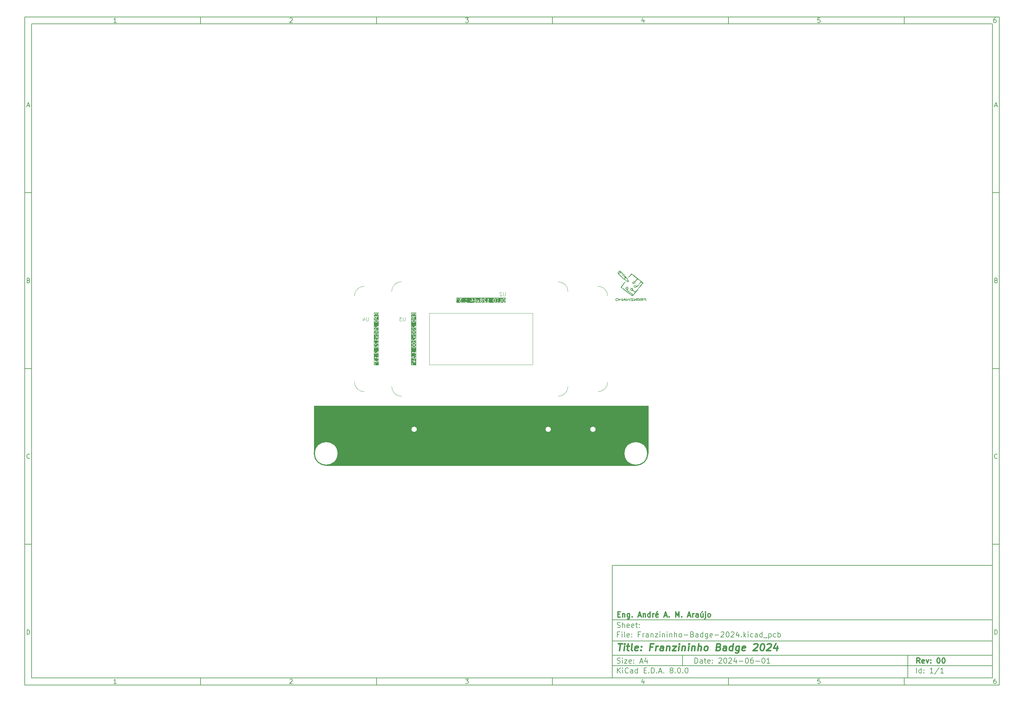
<source format=gbr>
%TF.GenerationSoftware,KiCad,Pcbnew,8.0.0*%
%TF.CreationDate,2024-06-01T14:18:10-03:00*%
%TF.ProjectId,Franzininho-Badge-2024,4672616e-7a69-46e6-996e-686f2d426164,00*%
%TF.SameCoordinates,Original*%
%TF.FileFunction,Legend,Bot*%
%TF.FilePolarity,Positive*%
%FSLAX46Y46*%
G04 Gerber Fmt 4.6, Leading zero omitted, Abs format (unit mm)*
G04 Created by KiCad (PCBNEW 8.0.0) date 2024-06-01 14:18:10*
%MOMM*%
%LPD*%
G01*
G04 APERTURE LIST*
%ADD10C,0.100000*%
%ADD11C,0.150000*%
%ADD12C,0.300000*%
%ADD13C,0.400000*%
%ADD14C,3.550000*%
%ADD15C,0.000000*%
%ADD16C,1.524000*%
%ADD17C,1.500000*%
%ADD18R,1.700000X1.700000*%
%ADD19O,1.700000X1.700000*%
%ADD20C,6.400000*%
G04 APERTURE END LIST*
D10*
D11*
X177002200Y-166007200D02*
X285002200Y-166007200D01*
X285002200Y-198007200D01*
X177002200Y-198007200D01*
X177002200Y-166007200D01*
D10*
D11*
X10000000Y-10000000D02*
X287002200Y-10000000D01*
X287002200Y-200007200D01*
X10000000Y-200007200D01*
X10000000Y-10000000D01*
D10*
D11*
X12000000Y-12000000D02*
X285002200Y-12000000D01*
X285002200Y-198007200D01*
X12000000Y-198007200D01*
X12000000Y-12000000D01*
D10*
D11*
X60000000Y-12000000D02*
X60000000Y-10000000D01*
D10*
D11*
X110000000Y-12000000D02*
X110000000Y-10000000D01*
D10*
D11*
X160000000Y-12000000D02*
X160000000Y-10000000D01*
D10*
D11*
X210000000Y-12000000D02*
X210000000Y-10000000D01*
D10*
D11*
X260000000Y-12000000D02*
X260000000Y-10000000D01*
D10*
D11*
X36089160Y-11593604D02*
X35346303Y-11593604D01*
X35717731Y-11593604D02*
X35717731Y-10293604D01*
X35717731Y-10293604D02*
X35593922Y-10479319D01*
X35593922Y-10479319D02*
X35470112Y-10603128D01*
X35470112Y-10603128D02*
X35346303Y-10665033D01*
D10*
D11*
X85346303Y-10417414D02*
X85408207Y-10355509D01*
X85408207Y-10355509D02*
X85532017Y-10293604D01*
X85532017Y-10293604D02*
X85841541Y-10293604D01*
X85841541Y-10293604D02*
X85965350Y-10355509D01*
X85965350Y-10355509D02*
X86027255Y-10417414D01*
X86027255Y-10417414D02*
X86089160Y-10541223D01*
X86089160Y-10541223D02*
X86089160Y-10665033D01*
X86089160Y-10665033D02*
X86027255Y-10850747D01*
X86027255Y-10850747D02*
X85284398Y-11593604D01*
X85284398Y-11593604D02*
X86089160Y-11593604D01*
D10*
D11*
X135284398Y-10293604D02*
X136089160Y-10293604D01*
X136089160Y-10293604D02*
X135655826Y-10788842D01*
X135655826Y-10788842D02*
X135841541Y-10788842D01*
X135841541Y-10788842D02*
X135965350Y-10850747D01*
X135965350Y-10850747D02*
X136027255Y-10912652D01*
X136027255Y-10912652D02*
X136089160Y-11036461D01*
X136089160Y-11036461D02*
X136089160Y-11345985D01*
X136089160Y-11345985D02*
X136027255Y-11469795D01*
X136027255Y-11469795D02*
X135965350Y-11531700D01*
X135965350Y-11531700D02*
X135841541Y-11593604D01*
X135841541Y-11593604D02*
X135470112Y-11593604D01*
X135470112Y-11593604D02*
X135346303Y-11531700D01*
X135346303Y-11531700D02*
X135284398Y-11469795D01*
D10*
D11*
X185965350Y-10726938D02*
X185965350Y-11593604D01*
X185655826Y-10231700D02*
X185346303Y-11160271D01*
X185346303Y-11160271D02*
X186151064Y-11160271D01*
D10*
D11*
X236027255Y-10293604D02*
X235408207Y-10293604D01*
X235408207Y-10293604D02*
X235346303Y-10912652D01*
X235346303Y-10912652D02*
X235408207Y-10850747D01*
X235408207Y-10850747D02*
X235532017Y-10788842D01*
X235532017Y-10788842D02*
X235841541Y-10788842D01*
X235841541Y-10788842D02*
X235965350Y-10850747D01*
X235965350Y-10850747D02*
X236027255Y-10912652D01*
X236027255Y-10912652D02*
X236089160Y-11036461D01*
X236089160Y-11036461D02*
X236089160Y-11345985D01*
X236089160Y-11345985D02*
X236027255Y-11469795D01*
X236027255Y-11469795D02*
X235965350Y-11531700D01*
X235965350Y-11531700D02*
X235841541Y-11593604D01*
X235841541Y-11593604D02*
X235532017Y-11593604D01*
X235532017Y-11593604D02*
X235408207Y-11531700D01*
X235408207Y-11531700D02*
X235346303Y-11469795D01*
D10*
D11*
X285965350Y-10293604D02*
X285717731Y-10293604D01*
X285717731Y-10293604D02*
X285593922Y-10355509D01*
X285593922Y-10355509D02*
X285532017Y-10417414D01*
X285532017Y-10417414D02*
X285408207Y-10603128D01*
X285408207Y-10603128D02*
X285346303Y-10850747D01*
X285346303Y-10850747D02*
X285346303Y-11345985D01*
X285346303Y-11345985D02*
X285408207Y-11469795D01*
X285408207Y-11469795D02*
X285470112Y-11531700D01*
X285470112Y-11531700D02*
X285593922Y-11593604D01*
X285593922Y-11593604D02*
X285841541Y-11593604D01*
X285841541Y-11593604D02*
X285965350Y-11531700D01*
X285965350Y-11531700D02*
X286027255Y-11469795D01*
X286027255Y-11469795D02*
X286089160Y-11345985D01*
X286089160Y-11345985D02*
X286089160Y-11036461D01*
X286089160Y-11036461D02*
X286027255Y-10912652D01*
X286027255Y-10912652D02*
X285965350Y-10850747D01*
X285965350Y-10850747D02*
X285841541Y-10788842D01*
X285841541Y-10788842D02*
X285593922Y-10788842D01*
X285593922Y-10788842D02*
X285470112Y-10850747D01*
X285470112Y-10850747D02*
X285408207Y-10912652D01*
X285408207Y-10912652D02*
X285346303Y-11036461D01*
D10*
D11*
X60000000Y-198007200D02*
X60000000Y-200007200D01*
D10*
D11*
X110000000Y-198007200D02*
X110000000Y-200007200D01*
D10*
D11*
X160000000Y-198007200D02*
X160000000Y-200007200D01*
D10*
D11*
X210000000Y-198007200D02*
X210000000Y-200007200D01*
D10*
D11*
X260000000Y-198007200D02*
X260000000Y-200007200D01*
D10*
D11*
X36089160Y-199600804D02*
X35346303Y-199600804D01*
X35717731Y-199600804D02*
X35717731Y-198300804D01*
X35717731Y-198300804D02*
X35593922Y-198486519D01*
X35593922Y-198486519D02*
X35470112Y-198610328D01*
X35470112Y-198610328D02*
X35346303Y-198672233D01*
D10*
D11*
X85346303Y-198424614D02*
X85408207Y-198362709D01*
X85408207Y-198362709D02*
X85532017Y-198300804D01*
X85532017Y-198300804D02*
X85841541Y-198300804D01*
X85841541Y-198300804D02*
X85965350Y-198362709D01*
X85965350Y-198362709D02*
X86027255Y-198424614D01*
X86027255Y-198424614D02*
X86089160Y-198548423D01*
X86089160Y-198548423D02*
X86089160Y-198672233D01*
X86089160Y-198672233D02*
X86027255Y-198857947D01*
X86027255Y-198857947D02*
X85284398Y-199600804D01*
X85284398Y-199600804D02*
X86089160Y-199600804D01*
D10*
D11*
X135284398Y-198300804D02*
X136089160Y-198300804D01*
X136089160Y-198300804D02*
X135655826Y-198796042D01*
X135655826Y-198796042D02*
X135841541Y-198796042D01*
X135841541Y-198796042D02*
X135965350Y-198857947D01*
X135965350Y-198857947D02*
X136027255Y-198919852D01*
X136027255Y-198919852D02*
X136089160Y-199043661D01*
X136089160Y-199043661D02*
X136089160Y-199353185D01*
X136089160Y-199353185D02*
X136027255Y-199476995D01*
X136027255Y-199476995D02*
X135965350Y-199538900D01*
X135965350Y-199538900D02*
X135841541Y-199600804D01*
X135841541Y-199600804D02*
X135470112Y-199600804D01*
X135470112Y-199600804D02*
X135346303Y-199538900D01*
X135346303Y-199538900D02*
X135284398Y-199476995D01*
D10*
D11*
X185965350Y-198734138D02*
X185965350Y-199600804D01*
X185655826Y-198238900D02*
X185346303Y-199167471D01*
X185346303Y-199167471D02*
X186151064Y-199167471D01*
D10*
D11*
X236027255Y-198300804D02*
X235408207Y-198300804D01*
X235408207Y-198300804D02*
X235346303Y-198919852D01*
X235346303Y-198919852D02*
X235408207Y-198857947D01*
X235408207Y-198857947D02*
X235532017Y-198796042D01*
X235532017Y-198796042D02*
X235841541Y-198796042D01*
X235841541Y-198796042D02*
X235965350Y-198857947D01*
X235965350Y-198857947D02*
X236027255Y-198919852D01*
X236027255Y-198919852D02*
X236089160Y-199043661D01*
X236089160Y-199043661D02*
X236089160Y-199353185D01*
X236089160Y-199353185D02*
X236027255Y-199476995D01*
X236027255Y-199476995D02*
X235965350Y-199538900D01*
X235965350Y-199538900D02*
X235841541Y-199600804D01*
X235841541Y-199600804D02*
X235532017Y-199600804D01*
X235532017Y-199600804D02*
X235408207Y-199538900D01*
X235408207Y-199538900D02*
X235346303Y-199476995D01*
D10*
D11*
X285965350Y-198300804D02*
X285717731Y-198300804D01*
X285717731Y-198300804D02*
X285593922Y-198362709D01*
X285593922Y-198362709D02*
X285532017Y-198424614D01*
X285532017Y-198424614D02*
X285408207Y-198610328D01*
X285408207Y-198610328D02*
X285346303Y-198857947D01*
X285346303Y-198857947D02*
X285346303Y-199353185D01*
X285346303Y-199353185D02*
X285408207Y-199476995D01*
X285408207Y-199476995D02*
X285470112Y-199538900D01*
X285470112Y-199538900D02*
X285593922Y-199600804D01*
X285593922Y-199600804D02*
X285841541Y-199600804D01*
X285841541Y-199600804D02*
X285965350Y-199538900D01*
X285965350Y-199538900D02*
X286027255Y-199476995D01*
X286027255Y-199476995D02*
X286089160Y-199353185D01*
X286089160Y-199353185D02*
X286089160Y-199043661D01*
X286089160Y-199043661D02*
X286027255Y-198919852D01*
X286027255Y-198919852D02*
X285965350Y-198857947D01*
X285965350Y-198857947D02*
X285841541Y-198796042D01*
X285841541Y-198796042D02*
X285593922Y-198796042D01*
X285593922Y-198796042D02*
X285470112Y-198857947D01*
X285470112Y-198857947D02*
X285408207Y-198919852D01*
X285408207Y-198919852D02*
X285346303Y-199043661D01*
D10*
D11*
X10000000Y-60000000D02*
X12000000Y-60000000D01*
D10*
D11*
X10000000Y-110000000D02*
X12000000Y-110000000D01*
D10*
D11*
X10000000Y-160000000D02*
X12000000Y-160000000D01*
D10*
D11*
X10690476Y-35222176D02*
X11309523Y-35222176D01*
X10566666Y-35593604D02*
X10999999Y-34293604D01*
X10999999Y-34293604D02*
X11433333Y-35593604D01*
D10*
D11*
X11092857Y-84912652D02*
X11278571Y-84974557D01*
X11278571Y-84974557D02*
X11340476Y-85036461D01*
X11340476Y-85036461D02*
X11402380Y-85160271D01*
X11402380Y-85160271D02*
X11402380Y-85345985D01*
X11402380Y-85345985D02*
X11340476Y-85469795D01*
X11340476Y-85469795D02*
X11278571Y-85531700D01*
X11278571Y-85531700D02*
X11154761Y-85593604D01*
X11154761Y-85593604D02*
X10659523Y-85593604D01*
X10659523Y-85593604D02*
X10659523Y-84293604D01*
X10659523Y-84293604D02*
X11092857Y-84293604D01*
X11092857Y-84293604D02*
X11216666Y-84355509D01*
X11216666Y-84355509D02*
X11278571Y-84417414D01*
X11278571Y-84417414D02*
X11340476Y-84541223D01*
X11340476Y-84541223D02*
X11340476Y-84665033D01*
X11340476Y-84665033D02*
X11278571Y-84788842D01*
X11278571Y-84788842D02*
X11216666Y-84850747D01*
X11216666Y-84850747D02*
X11092857Y-84912652D01*
X11092857Y-84912652D02*
X10659523Y-84912652D01*
D10*
D11*
X11402380Y-135469795D02*
X11340476Y-135531700D01*
X11340476Y-135531700D02*
X11154761Y-135593604D01*
X11154761Y-135593604D02*
X11030952Y-135593604D01*
X11030952Y-135593604D02*
X10845238Y-135531700D01*
X10845238Y-135531700D02*
X10721428Y-135407890D01*
X10721428Y-135407890D02*
X10659523Y-135284080D01*
X10659523Y-135284080D02*
X10597619Y-135036461D01*
X10597619Y-135036461D02*
X10597619Y-134850747D01*
X10597619Y-134850747D02*
X10659523Y-134603128D01*
X10659523Y-134603128D02*
X10721428Y-134479319D01*
X10721428Y-134479319D02*
X10845238Y-134355509D01*
X10845238Y-134355509D02*
X11030952Y-134293604D01*
X11030952Y-134293604D02*
X11154761Y-134293604D01*
X11154761Y-134293604D02*
X11340476Y-134355509D01*
X11340476Y-134355509D02*
X11402380Y-134417414D01*
D10*
D11*
X10659523Y-185593604D02*
X10659523Y-184293604D01*
X10659523Y-184293604D02*
X10969047Y-184293604D01*
X10969047Y-184293604D02*
X11154761Y-184355509D01*
X11154761Y-184355509D02*
X11278571Y-184479319D01*
X11278571Y-184479319D02*
X11340476Y-184603128D01*
X11340476Y-184603128D02*
X11402380Y-184850747D01*
X11402380Y-184850747D02*
X11402380Y-185036461D01*
X11402380Y-185036461D02*
X11340476Y-185284080D01*
X11340476Y-185284080D02*
X11278571Y-185407890D01*
X11278571Y-185407890D02*
X11154761Y-185531700D01*
X11154761Y-185531700D02*
X10969047Y-185593604D01*
X10969047Y-185593604D02*
X10659523Y-185593604D01*
D10*
D11*
X287002200Y-60000000D02*
X285002200Y-60000000D01*
D10*
D11*
X287002200Y-110000000D02*
X285002200Y-110000000D01*
D10*
D11*
X287002200Y-160000000D02*
X285002200Y-160000000D01*
D10*
D11*
X285692676Y-35222176D02*
X286311723Y-35222176D01*
X285568866Y-35593604D02*
X286002199Y-34293604D01*
X286002199Y-34293604D02*
X286435533Y-35593604D01*
D10*
D11*
X286095057Y-84912652D02*
X286280771Y-84974557D01*
X286280771Y-84974557D02*
X286342676Y-85036461D01*
X286342676Y-85036461D02*
X286404580Y-85160271D01*
X286404580Y-85160271D02*
X286404580Y-85345985D01*
X286404580Y-85345985D02*
X286342676Y-85469795D01*
X286342676Y-85469795D02*
X286280771Y-85531700D01*
X286280771Y-85531700D02*
X286156961Y-85593604D01*
X286156961Y-85593604D02*
X285661723Y-85593604D01*
X285661723Y-85593604D02*
X285661723Y-84293604D01*
X285661723Y-84293604D02*
X286095057Y-84293604D01*
X286095057Y-84293604D02*
X286218866Y-84355509D01*
X286218866Y-84355509D02*
X286280771Y-84417414D01*
X286280771Y-84417414D02*
X286342676Y-84541223D01*
X286342676Y-84541223D02*
X286342676Y-84665033D01*
X286342676Y-84665033D02*
X286280771Y-84788842D01*
X286280771Y-84788842D02*
X286218866Y-84850747D01*
X286218866Y-84850747D02*
X286095057Y-84912652D01*
X286095057Y-84912652D02*
X285661723Y-84912652D01*
D10*
D11*
X286404580Y-135469795D02*
X286342676Y-135531700D01*
X286342676Y-135531700D02*
X286156961Y-135593604D01*
X286156961Y-135593604D02*
X286033152Y-135593604D01*
X286033152Y-135593604D02*
X285847438Y-135531700D01*
X285847438Y-135531700D02*
X285723628Y-135407890D01*
X285723628Y-135407890D02*
X285661723Y-135284080D01*
X285661723Y-135284080D02*
X285599819Y-135036461D01*
X285599819Y-135036461D02*
X285599819Y-134850747D01*
X285599819Y-134850747D02*
X285661723Y-134603128D01*
X285661723Y-134603128D02*
X285723628Y-134479319D01*
X285723628Y-134479319D02*
X285847438Y-134355509D01*
X285847438Y-134355509D02*
X286033152Y-134293604D01*
X286033152Y-134293604D02*
X286156961Y-134293604D01*
X286156961Y-134293604D02*
X286342676Y-134355509D01*
X286342676Y-134355509D02*
X286404580Y-134417414D01*
D10*
D11*
X285661723Y-185593604D02*
X285661723Y-184293604D01*
X285661723Y-184293604D02*
X285971247Y-184293604D01*
X285971247Y-184293604D02*
X286156961Y-184355509D01*
X286156961Y-184355509D02*
X286280771Y-184479319D01*
X286280771Y-184479319D02*
X286342676Y-184603128D01*
X286342676Y-184603128D02*
X286404580Y-184850747D01*
X286404580Y-184850747D02*
X286404580Y-185036461D01*
X286404580Y-185036461D02*
X286342676Y-185284080D01*
X286342676Y-185284080D02*
X286280771Y-185407890D01*
X286280771Y-185407890D02*
X286156961Y-185531700D01*
X286156961Y-185531700D02*
X285971247Y-185593604D01*
X285971247Y-185593604D02*
X285661723Y-185593604D01*
D10*
D11*
X200458026Y-193793328D02*
X200458026Y-192293328D01*
X200458026Y-192293328D02*
X200815169Y-192293328D01*
X200815169Y-192293328D02*
X201029455Y-192364757D01*
X201029455Y-192364757D02*
X201172312Y-192507614D01*
X201172312Y-192507614D02*
X201243741Y-192650471D01*
X201243741Y-192650471D02*
X201315169Y-192936185D01*
X201315169Y-192936185D02*
X201315169Y-193150471D01*
X201315169Y-193150471D02*
X201243741Y-193436185D01*
X201243741Y-193436185D02*
X201172312Y-193579042D01*
X201172312Y-193579042D02*
X201029455Y-193721900D01*
X201029455Y-193721900D02*
X200815169Y-193793328D01*
X200815169Y-193793328D02*
X200458026Y-193793328D01*
X202600884Y-193793328D02*
X202600884Y-193007614D01*
X202600884Y-193007614D02*
X202529455Y-192864757D01*
X202529455Y-192864757D02*
X202386598Y-192793328D01*
X202386598Y-192793328D02*
X202100884Y-192793328D01*
X202100884Y-192793328D02*
X201958026Y-192864757D01*
X202600884Y-193721900D02*
X202458026Y-193793328D01*
X202458026Y-193793328D02*
X202100884Y-193793328D01*
X202100884Y-193793328D02*
X201958026Y-193721900D01*
X201958026Y-193721900D02*
X201886598Y-193579042D01*
X201886598Y-193579042D02*
X201886598Y-193436185D01*
X201886598Y-193436185D02*
X201958026Y-193293328D01*
X201958026Y-193293328D02*
X202100884Y-193221900D01*
X202100884Y-193221900D02*
X202458026Y-193221900D01*
X202458026Y-193221900D02*
X202600884Y-193150471D01*
X203100884Y-192793328D02*
X203672312Y-192793328D01*
X203315169Y-192293328D02*
X203315169Y-193579042D01*
X203315169Y-193579042D02*
X203386598Y-193721900D01*
X203386598Y-193721900D02*
X203529455Y-193793328D01*
X203529455Y-193793328D02*
X203672312Y-193793328D01*
X204743741Y-193721900D02*
X204600884Y-193793328D01*
X204600884Y-193793328D02*
X204315170Y-193793328D01*
X204315170Y-193793328D02*
X204172312Y-193721900D01*
X204172312Y-193721900D02*
X204100884Y-193579042D01*
X204100884Y-193579042D02*
X204100884Y-193007614D01*
X204100884Y-193007614D02*
X204172312Y-192864757D01*
X204172312Y-192864757D02*
X204315170Y-192793328D01*
X204315170Y-192793328D02*
X204600884Y-192793328D01*
X204600884Y-192793328D02*
X204743741Y-192864757D01*
X204743741Y-192864757D02*
X204815170Y-193007614D01*
X204815170Y-193007614D02*
X204815170Y-193150471D01*
X204815170Y-193150471D02*
X204100884Y-193293328D01*
X205458026Y-193650471D02*
X205529455Y-193721900D01*
X205529455Y-193721900D02*
X205458026Y-193793328D01*
X205458026Y-193793328D02*
X205386598Y-193721900D01*
X205386598Y-193721900D02*
X205458026Y-193650471D01*
X205458026Y-193650471D02*
X205458026Y-193793328D01*
X205458026Y-192864757D02*
X205529455Y-192936185D01*
X205529455Y-192936185D02*
X205458026Y-193007614D01*
X205458026Y-193007614D02*
X205386598Y-192936185D01*
X205386598Y-192936185D02*
X205458026Y-192864757D01*
X205458026Y-192864757D02*
X205458026Y-193007614D01*
X207243741Y-192436185D02*
X207315169Y-192364757D01*
X207315169Y-192364757D02*
X207458027Y-192293328D01*
X207458027Y-192293328D02*
X207815169Y-192293328D01*
X207815169Y-192293328D02*
X207958027Y-192364757D01*
X207958027Y-192364757D02*
X208029455Y-192436185D01*
X208029455Y-192436185D02*
X208100884Y-192579042D01*
X208100884Y-192579042D02*
X208100884Y-192721900D01*
X208100884Y-192721900D02*
X208029455Y-192936185D01*
X208029455Y-192936185D02*
X207172312Y-193793328D01*
X207172312Y-193793328D02*
X208100884Y-193793328D01*
X209029455Y-192293328D02*
X209172312Y-192293328D01*
X209172312Y-192293328D02*
X209315169Y-192364757D01*
X209315169Y-192364757D02*
X209386598Y-192436185D01*
X209386598Y-192436185D02*
X209458026Y-192579042D01*
X209458026Y-192579042D02*
X209529455Y-192864757D01*
X209529455Y-192864757D02*
X209529455Y-193221900D01*
X209529455Y-193221900D02*
X209458026Y-193507614D01*
X209458026Y-193507614D02*
X209386598Y-193650471D01*
X209386598Y-193650471D02*
X209315169Y-193721900D01*
X209315169Y-193721900D02*
X209172312Y-193793328D01*
X209172312Y-193793328D02*
X209029455Y-193793328D01*
X209029455Y-193793328D02*
X208886598Y-193721900D01*
X208886598Y-193721900D02*
X208815169Y-193650471D01*
X208815169Y-193650471D02*
X208743740Y-193507614D01*
X208743740Y-193507614D02*
X208672312Y-193221900D01*
X208672312Y-193221900D02*
X208672312Y-192864757D01*
X208672312Y-192864757D02*
X208743740Y-192579042D01*
X208743740Y-192579042D02*
X208815169Y-192436185D01*
X208815169Y-192436185D02*
X208886598Y-192364757D01*
X208886598Y-192364757D02*
X209029455Y-192293328D01*
X210100883Y-192436185D02*
X210172311Y-192364757D01*
X210172311Y-192364757D02*
X210315169Y-192293328D01*
X210315169Y-192293328D02*
X210672311Y-192293328D01*
X210672311Y-192293328D02*
X210815169Y-192364757D01*
X210815169Y-192364757D02*
X210886597Y-192436185D01*
X210886597Y-192436185D02*
X210958026Y-192579042D01*
X210958026Y-192579042D02*
X210958026Y-192721900D01*
X210958026Y-192721900D02*
X210886597Y-192936185D01*
X210886597Y-192936185D02*
X210029454Y-193793328D01*
X210029454Y-193793328D02*
X210958026Y-193793328D01*
X212243740Y-192793328D02*
X212243740Y-193793328D01*
X211886597Y-192221900D02*
X211529454Y-193293328D01*
X211529454Y-193293328D02*
X212458025Y-193293328D01*
X213029453Y-193221900D02*
X214172311Y-193221900D01*
X215172311Y-192293328D02*
X215315168Y-192293328D01*
X215315168Y-192293328D02*
X215458025Y-192364757D01*
X215458025Y-192364757D02*
X215529454Y-192436185D01*
X215529454Y-192436185D02*
X215600882Y-192579042D01*
X215600882Y-192579042D02*
X215672311Y-192864757D01*
X215672311Y-192864757D02*
X215672311Y-193221900D01*
X215672311Y-193221900D02*
X215600882Y-193507614D01*
X215600882Y-193507614D02*
X215529454Y-193650471D01*
X215529454Y-193650471D02*
X215458025Y-193721900D01*
X215458025Y-193721900D02*
X215315168Y-193793328D01*
X215315168Y-193793328D02*
X215172311Y-193793328D01*
X215172311Y-193793328D02*
X215029454Y-193721900D01*
X215029454Y-193721900D02*
X214958025Y-193650471D01*
X214958025Y-193650471D02*
X214886596Y-193507614D01*
X214886596Y-193507614D02*
X214815168Y-193221900D01*
X214815168Y-193221900D02*
X214815168Y-192864757D01*
X214815168Y-192864757D02*
X214886596Y-192579042D01*
X214886596Y-192579042D02*
X214958025Y-192436185D01*
X214958025Y-192436185D02*
X215029454Y-192364757D01*
X215029454Y-192364757D02*
X215172311Y-192293328D01*
X216958025Y-192293328D02*
X216672310Y-192293328D01*
X216672310Y-192293328D02*
X216529453Y-192364757D01*
X216529453Y-192364757D02*
X216458025Y-192436185D01*
X216458025Y-192436185D02*
X216315167Y-192650471D01*
X216315167Y-192650471D02*
X216243739Y-192936185D01*
X216243739Y-192936185D02*
X216243739Y-193507614D01*
X216243739Y-193507614D02*
X216315167Y-193650471D01*
X216315167Y-193650471D02*
X216386596Y-193721900D01*
X216386596Y-193721900D02*
X216529453Y-193793328D01*
X216529453Y-193793328D02*
X216815167Y-193793328D01*
X216815167Y-193793328D02*
X216958025Y-193721900D01*
X216958025Y-193721900D02*
X217029453Y-193650471D01*
X217029453Y-193650471D02*
X217100882Y-193507614D01*
X217100882Y-193507614D02*
X217100882Y-193150471D01*
X217100882Y-193150471D02*
X217029453Y-193007614D01*
X217029453Y-193007614D02*
X216958025Y-192936185D01*
X216958025Y-192936185D02*
X216815167Y-192864757D01*
X216815167Y-192864757D02*
X216529453Y-192864757D01*
X216529453Y-192864757D02*
X216386596Y-192936185D01*
X216386596Y-192936185D02*
X216315167Y-193007614D01*
X216315167Y-193007614D02*
X216243739Y-193150471D01*
X217743738Y-193221900D02*
X218886596Y-193221900D01*
X219886596Y-192293328D02*
X220029453Y-192293328D01*
X220029453Y-192293328D02*
X220172310Y-192364757D01*
X220172310Y-192364757D02*
X220243739Y-192436185D01*
X220243739Y-192436185D02*
X220315167Y-192579042D01*
X220315167Y-192579042D02*
X220386596Y-192864757D01*
X220386596Y-192864757D02*
X220386596Y-193221900D01*
X220386596Y-193221900D02*
X220315167Y-193507614D01*
X220315167Y-193507614D02*
X220243739Y-193650471D01*
X220243739Y-193650471D02*
X220172310Y-193721900D01*
X220172310Y-193721900D02*
X220029453Y-193793328D01*
X220029453Y-193793328D02*
X219886596Y-193793328D01*
X219886596Y-193793328D02*
X219743739Y-193721900D01*
X219743739Y-193721900D02*
X219672310Y-193650471D01*
X219672310Y-193650471D02*
X219600881Y-193507614D01*
X219600881Y-193507614D02*
X219529453Y-193221900D01*
X219529453Y-193221900D02*
X219529453Y-192864757D01*
X219529453Y-192864757D02*
X219600881Y-192579042D01*
X219600881Y-192579042D02*
X219672310Y-192436185D01*
X219672310Y-192436185D02*
X219743739Y-192364757D01*
X219743739Y-192364757D02*
X219886596Y-192293328D01*
X221815167Y-193793328D02*
X220958024Y-193793328D01*
X221386595Y-193793328D02*
X221386595Y-192293328D01*
X221386595Y-192293328D02*
X221243738Y-192507614D01*
X221243738Y-192507614D02*
X221100881Y-192650471D01*
X221100881Y-192650471D02*
X220958024Y-192721900D01*
D10*
D11*
X177002200Y-194507200D02*
X285002200Y-194507200D01*
D10*
D11*
X178458026Y-196593328D02*
X178458026Y-195093328D01*
X179315169Y-196593328D02*
X178672312Y-195736185D01*
X179315169Y-195093328D02*
X178458026Y-195950471D01*
X179958026Y-196593328D02*
X179958026Y-195593328D01*
X179958026Y-195093328D02*
X179886598Y-195164757D01*
X179886598Y-195164757D02*
X179958026Y-195236185D01*
X179958026Y-195236185D02*
X180029455Y-195164757D01*
X180029455Y-195164757D02*
X179958026Y-195093328D01*
X179958026Y-195093328D02*
X179958026Y-195236185D01*
X181529455Y-196450471D02*
X181458027Y-196521900D01*
X181458027Y-196521900D02*
X181243741Y-196593328D01*
X181243741Y-196593328D02*
X181100884Y-196593328D01*
X181100884Y-196593328D02*
X180886598Y-196521900D01*
X180886598Y-196521900D02*
X180743741Y-196379042D01*
X180743741Y-196379042D02*
X180672312Y-196236185D01*
X180672312Y-196236185D02*
X180600884Y-195950471D01*
X180600884Y-195950471D02*
X180600884Y-195736185D01*
X180600884Y-195736185D02*
X180672312Y-195450471D01*
X180672312Y-195450471D02*
X180743741Y-195307614D01*
X180743741Y-195307614D02*
X180886598Y-195164757D01*
X180886598Y-195164757D02*
X181100884Y-195093328D01*
X181100884Y-195093328D02*
X181243741Y-195093328D01*
X181243741Y-195093328D02*
X181458027Y-195164757D01*
X181458027Y-195164757D02*
X181529455Y-195236185D01*
X182815170Y-196593328D02*
X182815170Y-195807614D01*
X182815170Y-195807614D02*
X182743741Y-195664757D01*
X182743741Y-195664757D02*
X182600884Y-195593328D01*
X182600884Y-195593328D02*
X182315170Y-195593328D01*
X182315170Y-195593328D02*
X182172312Y-195664757D01*
X182815170Y-196521900D02*
X182672312Y-196593328D01*
X182672312Y-196593328D02*
X182315170Y-196593328D01*
X182315170Y-196593328D02*
X182172312Y-196521900D01*
X182172312Y-196521900D02*
X182100884Y-196379042D01*
X182100884Y-196379042D02*
X182100884Y-196236185D01*
X182100884Y-196236185D02*
X182172312Y-196093328D01*
X182172312Y-196093328D02*
X182315170Y-196021900D01*
X182315170Y-196021900D02*
X182672312Y-196021900D01*
X182672312Y-196021900D02*
X182815170Y-195950471D01*
X184172313Y-196593328D02*
X184172313Y-195093328D01*
X184172313Y-196521900D02*
X184029455Y-196593328D01*
X184029455Y-196593328D02*
X183743741Y-196593328D01*
X183743741Y-196593328D02*
X183600884Y-196521900D01*
X183600884Y-196521900D02*
X183529455Y-196450471D01*
X183529455Y-196450471D02*
X183458027Y-196307614D01*
X183458027Y-196307614D02*
X183458027Y-195879042D01*
X183458027Y-195879042D02*
X183529455Y-195736185D01*
X183529455Y-195736185D02*
X183600884Y-195664757D01*
X183600884Y-195664757D02*
X183743741Y-195593328D01*
X183743741Y-195593328D02*
X184029455Y-195593328D01*
X184029455Y-195593328D02*
X184172313Y-195664757D01*
X186029455Y-195807614D02*
X186529455Y-195807614D01*
X186743741Y-196593328D02*
X186029455Y-196593328D01*
X186029455Y-196593328D02*
X186029455Y-195093328D01*
X186029455Y-195093328D02*
X186743741Y-195093328D01*
X187386598Y-196450471D02*
X187458027Y-196521900D01*
X187458027Y-196521900D02*
X187386598Y-196593328D01*
X187386598Y-196593328D02*
X187315170Y-196521900D01*
X187315170Y-196521900D02*
X187386598Y-196450471D01*
X187386598Y-196450471D02*
X187386598Y-196593328D01*
X188100884Y-196593328D02*
X188100884Y-195093328D01*
X188100884Y-195093328D02*
X188458027Y-195093328D01*
X188458027Y-195093328D02*
X188672313Y-195164757D01*
X188672313Y-195164757D02*
X188815170Y-195307614D01*
X188815170Y-195307614D02*
X188886599Y-195450471D01*
X188886599Y-195450471D02*
X188958027Y-195736185D01*
X188958027Y-195736185D02*
X188958027Y-195950471D01*
X188958027Y-195950471D02*
X188886599Y-196236185D01*
X188886599Y-196236185D02*
X188815170Y-196379042D01*
X188815170Y-196379042D02*
X188672313Y-196521900D01*
X188672313Y-196521900D02*
X188458027Y-196593328D01*
X188458027Y-196593328D02*
X188100884Y-196593328D01*
X189600884Y-196450471D02*
X189672313Y-196521900D01*
X189672313Y-196521900D02*
X189600884Y-196593328D01*
X189600884Y-196593328D02*
X189529456Y-196521900D01*
X189529456Y-196521900D02*
X189600884Y-196450471D01*
X189600884Y-196450471D02*
X189600884Y-196593328D01*
X190243742Y-196164757D02*
X190958028Y-196164757D01*
X190100885Y-196593328D02*
X190600885Y-195093328D01*
X190600885Y-195093328D02*
X191100885Y-196593328D01*
X191600884Y-196450471D02*
X191672313Y-196521900D01*
X191672313Y-196521900D02*
X191600884Y-196593328D01*
X191600884Y-196593328D02*
X191529456Y-196521900D01*
X191529456Y-196521900D02*
X191600884Y-196450471D01*
X191600884Y-196450471D02*
X191600884Y-196593328D01*
X193672313Y-195736185D02*
X193529456Y-195664757D01*
X193529456Y-195664757D02*
X193458027Y-195593328D01*
X193458027Y-195593328D02*
X193386599Y-195450471D01*
X193386599Y-195450471D02*
X193386599Y-195379042D01*
X193386599Y-195379042D02*
X193458027Y-195236185D01*
X193458027Y-195236185D02*
X193529456Y-195164757D01*
X193529456Y-195164757D02*
X193672313Y-195093328D01*
X193672313Y-195093328D02*
X193958027Y-195093328D01*
X193958027Y-195093328D02*
X194100885Y-195164757D01*
X194100885Y-195164757D02*
X194172313Y-195236185D01*
X194172313Y-195236185D02*
X194243742Y-195379042D01*
X194243742Y-195379042D02*
X194243742Y-195450471D01*
X194243742Y-195450471D02*
X194172313Y-195593328D01*
X194172313Y-195593328D02*
X194100885Y-195664757D01*
X194100885Y-195664757D02*
X193958027Y-195736185D01*
X193958027Y-195736185D02*
X193672313Y-195736185D01*
X193672313Y-195736185D02*
X193529456Y-195807614D01*
X193529456Y-195807614D02*
X193458027Y-195879042D01*
X193458027Y-195879042D02*
X193386599Y-196021900D01*
X193386599Y-196021900D02*
X193386599Y-196307614D01*
X193386599Y-196307614D02*
X193458027Y-196450471D01*
X193458027Y-196450471D02*
X193529456Y-196521900D01*
X193529456Y-196521900D02*
X193672313Y-196593328D01*
X193672313Y-196593328D02*
X193958027Y-196593328D01*
X193958027Y-196593328D02*
X194100885Y-196521900D01*
X194100885Y-196521900D02*
X194172313Y-196450471D01*
X194172313Y-196450471D02*
X194243742Y-196307614D01*
X194243742Y-196307614D02*
X194243742Y-196021900D01*
X194243742Y-196021900D02*
X194172313Y-195879042D01*
X194172313Y-195879042D02*
X194100885Y-195807614D01*
X194100885Y-195807614D02*
X193958027Y-195736185D01*
X194886598Y-196450471D02*
X194958027Y-196521900D01*
X194958027Y-196521900D02*
X194886598Y-196593328D01*
X194886598Y-196593328D02*
X194815170Y-196521900D01*
X194815170Y-196521900D02*
X194886598Y-196450471D01*
X194886598Y-196450471D02*
X194886598Y-196593328D01*
X195886599Y-195093328D02*
X196029456Y-195093328D01*
X196029456Y-195093328D02*
X196172313Y-195164757D01*
X196172313Y-195164757D02*
X196243742Y-195236185D01*
X196243742Y-195236185D02*
X196315170Y-195379042D01*
X196315170Y-195379042D02*
X196386599Y-195664757D01*
X196386599Y-195664757D02*
X196386599Y-196021900D01*
X196386599Y-196021900D02*
X196315170Y-196307614D01*
X196315170Y-196307614D02*
X196243742Y-196450471D01*
X196243742Y-196450471D02*
X196172313Y-196521900D01*
X196172313Y-196521900D02*
X196029456Y-196593328D01*
X196029456Y-196593328D02*
X195886599Y-196593328D01*
X195886599Y-196593328D02*
X195743742Y-196521900D01*
X195743742Y-196521900D02*
X195672313Y-196450471D01*
X195672313Y-196450471D02*
X195600884Y-196307614D01*
X195600884Y-196307614D02*
X195529456Y-196021900D01*
X195529456Y-196021900D02*
X195529456Y-195664757D01*
X195529456Y-195664757D02*
X195600884Y-195379042D01*
X195600884Y-195379042D02*
X195672313Y-195236185D01*
X195672313Y-195236185D02*
X195743742Y-195164757D01*
X195743742Y-195164757D02*
X195886599Y-195093328D01*
X197029455Y-196450471D02*
X197100884Y-196521900D01*
X197100884Y-196521900D02*
X197029455Y-196593328D01*
X197029455Y-196593328D02*
X196958027Y-196521900D01*
X196958027Y-196521900D02*
X197029455Y-196450471D01*
X197029455Y-196450471D02*
X197029455Y-196593328D01*
X198029456Y-195093328D02*
X198172313Y-195093328D01*
X198172313Y-195093328D02*
X198315170Y-195164757D01*
X198315170Y-195164757D02*
X198386599Y-195236185D01*
X198386599Y-195236185D02*
X198458027Y-195379042D01*
X198458027Y-195379042D02*
X198529456Y-195664757D01*
X198529456Y-195664757D02*
X198529456Y-196021900D01*
X198529456Y-196021900D02*
X198458027Y-196307614D01*
X198458027Y-196307614D02*
X198386599Y-196450471D01*
X198386599Y-196450471D02*
X198315170Y-196521900D01*
X198315170Y-196521900D02*
X198172313Y-196593328D01*
X198172313Y-196593328D02*
X198029456Y-196593328D01*
X198029456Y-196593328D02*
X197886599Y-196521900D01*
X197886599Y-196521900D02*
X197815170Y-196450471D01*
X197815170Y-196450471D02*
X197743741Y-196307614D01*
X197743741Y-196307614D02*
X197672313Y-196021900D01*
X197672313Y-196021900D02*
X197672313Y-195664757D01*
X197672313Y-195664757D02*
X197743741Y-195379042D01*
X197743741Y-195379042D02*
X197815170Y-195236185D01*
X197815170Y-195236185D02*
X197886599Y-195164757D01*
X197886599Y-195164757D02*
X198029456Y-195093328D01*
D10*
D11*
X177002200Y-191507200D02*
X285002200Y-191507200D01*
D10*
D12*
X264413853Y-193785528D02*
X263913853Y-193071242D01*
X263556710Y-193785528D02*
X263556710Y-192285528D01*
X263556710Y-192285528D02*
X264128139Y-192285528D01*
X264128139Y-192285528D02*
X264270996Y-192356957D01*
X264270996Y-192356957D02*
X264342425Y-192428385D01*
X264342425Y-192428385D02*
X264413853Y-192571242D01*
X264413853Y-192571242D02*
X264413853Y-192785528D01*
X264413853Y-192785528D02*
X264342425Y-192928385D01*
X264342425Y-192928385D02*
X264270996Y-192999814D01*
X264270996Y-192999814D02*
X264128139Y-193071242D01*
X264128139Y-193071242D02*
X263556710Y-193071242D01*
X265628139Y-193714100D02*
X265485282Y-193785528D01*
X265485282Y-193785528D02*
X265199568Y-193785528D01*
X265199568Y-193785528D02*
X265056710Y-193714100D01*
X265056710Y-193714100D02*
X264985282Y-193571242D01*
X264985282Y-193571242D02*
X264985282Y-192999814D01*
X264985282Y-192999814D02*
X265056710Y-192856957D01*
X265056710Y-192856957D02*
X265199568Y-192785528D01*
X265199568Y-192785528D02*
X265485282Y-192785528D01*
X265485282Y-192785528D02*
X265628139Y-192856957D01*
X265628139Y-192856957D02*
X265699568Y-192999814D01*
X265699568Y-192999814D02*
X265699568Y-193142671D01*
X265699568Y-193142671D02*
X264985282Y-193285528D01*
X266199567Y-192785528D02*
X266556710Y-193785528D01*
X266556710Y-193785528D02*
X266913853Y-192785528D01*
X267485281Y-193642671D02*
X267556710Y-193714100D01*
X267556710Y-193714100D02*
X267485281Y-193785528D01*
X267485281Y-193785528D02*
X267413853Y-193714100D01*
X267413853Y-193714100D02*
X267485281Y-193642671D01*
X267485281Y-193642671D02*
X267485281Y-193785528D01*
X267485281Y-192856957D02*
X267556710Y-192928385D01*
X267556710Y-192928385D02*
X267485281Y-192999814D01*
X267485281Y-192999814D02*
X267413853Y-192928385D01*
X267413853Y-192928385D02*
X267485281Y-192856957D01*
X267485281Y-192856957D02*
X267485281Y-192999814D01*
X269628139Y-192285528D02*
X269770996Y-192285528D01*
X269770996Y-192285528D02*
X269913853Y-192356957D01*
X269913853Y-192356957D02*
X269985282Y-192428385D01*
X269985282Y-192428385D02*
X270056710Y-192571242D01*
X270056710Y-192571242D02*
X270128139Y-192856957D01*
X270128139Y-192856957D02*
X270128139Y-193214100D01*
X270128139Y-193214100D02*
X270056710Y-193499814D01*
X270056710Y-193499814D02*
X269985282Y-193642671D01*
X269985282Y-193642671D02*
X269913853Y-193714100D01*
X269913853Y-193714100D02*
X269770996Y-193785528D01*
X269770996Y-193785528D02*
X269628139Y-193785528D01*
X269628139Y-193785528D02*
X269485282Y-193714100D01*
X269485282Y-193714100D02*
X269413853Y-193642671D01*
X269413853Y-193642671D02*
X269342424Y-193499814D01*
X269342424Y-193499814D02*
X269270996Y-193214100D01*
X269270996Y-193214100D02*
X269270996Y-192856957D01*
X269270996Y-192856957D02*
X269342424Y-192571242D01*
X269342424Y-192571242D02*
X269413853Y-192428385D01*
X269413853Y-192428385D02*
X269485282Y-192356957D01*
X269485282Y-192356957D02*
X269628139Y-192285528D01*
X271056710Y-192285528D02*
X271199567Y-192285528D01*
X271199567Y-192285528D02*
X271342424Y-192356957D01*
X271342424Y-192356957D02*
X271413853Y-192428385D01*
X271413853Y-192428385D02*
X271485281Y-192571242D01*
X271485281Y-192571242D02*
X271556710Y-192856957D01*
X271556710Y-192856957D02*
X271556710Y-193214100D01*
X271556710Y-193214100D02*
X271485281Y-193499814D01*
X271485281Y-193499814D02*
X271413853Y-193642671D01*
X271413853Y-193642671D02*
X271342424Y-193714100D01*
X271342424Y-193714100D02*
X271199567Y-193785528D01*
X271199567Y-193785528D02*
X271056710Y-193785528D01*
X271056710Y-193785528D02*
X270913853Y-193714100D01*
X270913853Y-193714100D02*
X270842424Y-193642671D01*
X270842424Y-193642671D02*
X270770995Y-193499814D01*
X270770995Y-193499814D02*
X270699567Y-193214100D01*
X270699567Y-193214100D02*
X270699567Y-192856957D01*
X270699567Y-192856957D02*
X270770995Y-192571242D01*
X270770995Y-192571242D02*
X270842424Y-192428385D01*
X270842424Y-192428385D02*
X270913853Y-192356957D01*
X270913853Y-192356957D02*
X271056710Y-192285528D01*
D10*
D11*
X178386598Y-193721900D02*
X178600884Y-193793328D01*
X178600884Y-193793328D02*
X178958026Y-193793328D01*
X178958026Y-193793328D02*
X179100884Y-193721900D01*
X179100884Y-193721900D02*
X179172312Y-193650471D01*
X179172312Y-193650471D02*
X179243741Y-193507614D01*
X179243741Y-193507614D02*
X179243741Y-193364757D01*
X179243741Y-193364757D02*
X179172312Y-193221900D01*
X179172312Y-193221900D02*
X179100884Y-193150471D01*
X179100884Y-193150471D02*
X178958026Y-193079042D01*
X178958026Y-193079042D02*
X178672312Y-193007614D01*
X178672312Y-193007614D02*
X178529455Y-192936185D01*
X178529455Y-192936185D02*
X178458026Y-192864757D01*
X178458026Y-192864757D02*
X178386598Y-192721900D01*
X178386598Y-192721900D02*
X178386598Y-192579042D01*
X178386598Y-192579042D02*
X178458026Y-192436185D01*
X178458026Y-192436185D02*
X178529455Y-192364757D01*
X178529455Y-192364757D02*
X178672312Y-192293328D01*
X178672312Y-192293328D02*
X179029455Y-192293328D01*
X179029455Y-192293328D02*
X179243741Y-192364757D01*
X179886597Y-193793328D02*
X179886597Y-192793328D01*
X179886597Y-192293328D02*
X179815169Y-192364757D01*
X179815169Y-192364757D02*
X179886597Y-192436185D01*
X179886597Y-192436185D02*
X179958026Y-192364757D01*
X179958026Y-192364757D02*
X179886597Y-192293328D01*
X179886597Y-192293328D02*
X179886597Y-192436185D01*
X180458026Y-192793328D02*
X181243741Y-192793328D01*
X181243741Y-192793328D02*
X180458026Y-193793328D01*
X180458026Y-193793328D02*
X181243741Y-193793328D01*
X182386598Y-193721900D02*
X182243741Y-193793328D01*
X182243741Y-193793328D02*
X181958027Y-193793328D01*
X181958027Y-193793328D02*
X181815169Y-193721900D01*
X181815169Y-193721900D02*
X181743741Y-193579042D01*
X181743741Y-193579042D02*
X181743741Y-193007614D01*
X181743741Y-193007614D02*
X181815169Y-192864757D01*
X181815169Y-192864757D02*
X181958027Y-192793328D01*
X181958027Y-192793328D02*
X182243741Y-192793328D01*
X182243741Y-192793328D02*
X182386598Y-192864757D01*
X182386598Y-192864757D02*
X182458027Y-193007614D01*
X182458027Y-193007614D02*
X182458027Y-193150471D01*
X182458027Y-193150471D02*
X181743741Y-193293328D01*
X183100883Y-193650471D02*
X183172312Y-193721900D01*
X183172312Y-193721900D02*
X183100883Y-193793328D01*
X183100883Y-193793328D02*
X183029455Y-193721900D01*
X183029455Y-193721900D02*
X183100883Y-193650471D01*
X183100883Y-193650471D02*
X183100883Y-193793328D01*
X183100883Y-192864757D02*
X183172312Y-192936185D01*
X183172312Y-192936185D02*
X183100883Y-193007614D01*
X183100883Y-193007614D02*
X183029455Y-192936185D01*
X183029455Y-192936185D02*
X183100883Y-192864757D01*
X183100883Y-192864757D02*
X183100883Y-193007614D01*
X184886598Y-193364757D02*
X185600884Y-193364757D01*
X184743741Y-193793328D02*
X185243741Y-192293328D01*
X185243741Y-192293328D02*
X185743741Y-193793328D01*
X186886598Y-192793328D02*
X186886598Y-193793328D01*
X186529455Y-192221900D02*
X186172312Y-193293328D01*
X186172312Y-193293328D02*
X187100883Y-193293328D01*
D10*
D11*
X263458026Y-196593328D02*
X263458026Y-195093328D01*
X264815170Y-196593328D02*
X264815170Y-195093328D01*
X264815170Y-196521900D02*
X264672312Y-196593328D01*
X264672312Y-196593328D02*
X264386598Y-196593328D01*
X264386598Y-196593328D02*
X264243741Y-196521900D01*
X264243741Y-196521900D02*
X264172312Y-196450471D01*
X264172312Y-196450471D02*
X264100884Y-196307614D01*
X264100884Y-196307614D02*
X264100884Y-195879042D01*
X264100884Y-195879042D02*
X264172312Y-195736185D01*
X264172312Y-195736185D02*
X264243741Y-195664757D01*
X264243741Y-195664757D02*
X264386598Y-195593328D01*
X264386598Y-195593328D02*
X264672312Y-195593328D01*
X264672312Y-195593328D02*
X264815170Y-195664757D01*
X265529455Y-196450471D02*
X265600884Y-196521900D01*
X265600884Y-196521900D02*
X265529455Y-196593328D01*
X265529455Y-196593328D02*
X265458027Y-196521900D01*
X265458027Y-196521900D02*
X265529455Y-196450471D01*
X265529455Y-196450471D02*
X265529455Y-196593328D01*
X265529455Y-195664757D02*
X265600884Y-195736185D01*
X265600884Y-195736185D02*
X265529455Y-195807614D01*
X265529455Y-195807614D02*
X265458027Y-195736185D01*
X265458027Y-195736185D02*
X265529455Y-195664757D01*
X265529455Y-195664757D02*
X265529455Y-195807614D01*
X268172313Y-196593328D02*
X267315170Y-196593328D01*
X267743741Y-196593328D02*
X267743741Y-195093328D01*
X267743741Y-195093328D02*
X267600884Y-195307614D01*
X267600884Y-195307614D02*
X267458027Y-195450471D01*
X267458027Y-195450471D02*
X267315170Y-195521900D01*
X269886598Y-195021900D02*
X268600884Y-196950471D01*
X271172313Y-196593328D02*
X270315170Y-196593328D01*
X270743741Y-196593328D02*
X270743741Y-195093328D01*
X270743741Y-195093328D02*
X270600884Y-195307614D01*
X270600884Y-195307614D02*
X270458027Y-195450471D01*
X270458027Y-195450471D02*
X270315170Y-195521900D01*
D10*
D11*
X177002200Y-187507200D02*
X285002200Y-187507200D01*
D10*
D13*
X178693928Y-188211638D02*
X179836785Y-188211638D01*
X179015357Y-190211638D02*
X179265357Y-188211638D01*
X180253452Y-190211638D02*
X180420119Y-188878304D01*
X180503452Y-188211638D02*
X180396309Y-188306876D01*
X180396309Y-188306876D02*
X180479643Y-188402114D01*
X180479643Y-188402114D02*
X180586786Y-188306876D01*
X180586786Y-188306876D02*
X180503452Y-188211638D01*
X180503452Y-188211638D02*
X180479643Y-188402114D01*
X181086786Y-188878304D02*
X181848690Y-188878304D01*
X181455833Y-188211638D02*
X181241548Y-189925923D01*
X181241548Y-189925923D02*
X181312976Y-190116400D01*
X181312976Y-190116400D02*
X181491548Y-190211638D01*
X181491548Y-190211638D02*
X181682024Y-190211638D01*
X182634405Y-190211638D02*
X182455833Y-190116400D01*
X182455833Y-190116400D02*
X182384405Y-189925923D01*
X182384405Y-189925923D02*
X182598690Y-188211638D01*
X184170119Y-190116400D02*
X183967738Y-190211638D01*
X183967738Y-190211638D02*
X183586785Y-190211638D01*
X183586785Y-190211638D02*
X183408214Y-190116400D01*
X183408214Y-190116400D02*
X183336785Y-189925923D01*
X183336785Y-189925923D02*
X183432024Y-189164019D01*
X183432024Y-189164019D02*
X183551071Y-188973542D01*
X183551071Y-188973542D02*
X183753452Y-188878304D01*
X183753452Y-188878304D02*
X184134404Y-188878304D01*
X184134404Y-188878304D02*
X184312976Y-188973542D01*
X184312976Y-188973542D02*
X184384404Y-189164019D01*
X184384404Y-189164019D02*
X184360595Y-189354495D01*
X184360595Y-189354495D02*
X183384404Y-189544971D01*
X185134405Y-190021161D02*
X185217738Y-190116400D01*
X185217738Y-190116400D02*
X185110595Y-190211638D01*
X185110595Y-190211638D02*
X185027262Y-190116400D01*
X185027262Y-190116400D02*
X185134405Y-190021161D01*
X185134405Y-190021161D02*
X185110595Y-190211638D01*
X185265357Y-188973542D02*
X185348690Y-189068780D01*
X185348690Y-189068780D02*
X185241548Y-189164019D01*
X185241548Y-189164019D02*
X185158214Y-189068780D01*
X185158214Y-189068780D02*
X185265357Y-188973542D01*
X185265357Y-188973542D02*
X185241548Y-189164019D01*
X188384405Y-189164019D02*
X187717739Y-189164019D01*
X187586786Y-190211638D02*
X187836786Y-188211638D01*
X187836786Y-188211638D02*
X188789167Y-188211638D01*
X189301072Y-190211638D02*
X189467739Y-188878304D01*
X189420120Y-189259257D02*
X189539167Y-189068780D01*
X189539167Y-189068780D02*
X189646310Y-188973542D01*
X189646310Y-188973542D02*
X189848691Y-188878304D01*
X189848691Y-188878304D02*
X190039167Y-188878304D01*
X191396310Y-190211638D02*
X191527262Y-189164019D01*
X191527262Y-189164019D02*
X191455834Y-188973542D01*
X191455834Y-188973542D02*
X191277262Y-188878304D01*
X191277262Y-188878304D02*
X190896310Y-188878304D01*
X190896310Y-188878304D02*
X190693929Y-188973542D01*
X191408215Y-190116400D02*
X191205834Y-190211638D01*
X191205834Y-190211638D02*
X190729643Y-190211638D01*
X190729643Y-190211638D02*
X190551072Y-190116400D01*
X190551072Y-190116400D02*
X190479643Y-189925923D01*
X190479643Y-189925923D02*
X190503453Y-189735447D01*
X190503453Y-189735447D02*
X190622501Y-189544971D01*
X190622501Y-189544971D02*
X190824882Y-189449733D01*
X190824882Y-189449733D02*
X191301072Y-189449733D01*
X191301072Y-189449733D02*
X191503453Y-189354495D01*
X192515358Y-188878304D02*
X192348691Y-190211638D01*
X192491548Y-189068780D02*
X192598691Y-188973542D01*
X192598691Y-188973542D02*
X192801072Y-188878304D01*
X192801072Y-188878304D02*
X193086786Y-188878304D01*
X193086786Y-188878304D02*
X193265358Y-188973542D01*
X193265358Y-188973542D02*
X193336786Y-189164019D01*
X193336786Y-189164019D02*
X193205834Y-190211638D01*
X194134406Y-188878304D02*
X195182025Y-188878304D01*
X195182025Y-188878304D02*
X193967739Y-190211638D01*
X193967739Y-190211638D02*
X195015358Y-190211638D01*
X195777263Y-190211638D02*
X195943930Y-188878304D01*
X196027263Y-188211638D02*
X195920120Y-188306876D01*
X195920120Y-188306876D02*
X196003454Y-188402114D01*
X196003454Y-188402114D02*
X196110597Y-188306876D01*
X196110597Y-188306876D02*
X196027263Y-188211638D01*
X196027263Y-188211638D02*
X196003454Y-188402114D01*
X196896311Y-188878304D02*
X196729644Y-190211638D01*
X196872501Y-189068780D02*
X196979644Y-188973542D01*
X196979644Y-188973542D02*
X197182025Y-188878304D01*
X197182025Y-188878304D02*
X197467739Y-188878304D01*
X197467739Y-188878304D02*
X197646311Y-188973542D01*
X197646311Y-188973542D02*
X197717739Y-189164019D01*
X197717739Y-189164019D02*
X197586787Y-190211638D01*
X198539168Y-190211638D02*
X198705835Y-188878304D01*
X198789168Y-188211638D02*
X198682025Y-188306876D01*
X198682025Y-188306876D02*
X198765359Y-188402114D01*
X198765359Y-188402114D02*
X198872502Y-188306876D01*
X198872502Y-188306876D02*
X198789168Y-188211638D01*
X198789168Y-188211638D02*
X198765359Y-188402114D01*
X199658216Y-188878304D02*
X199491549Y-190211638D01*
X199634406Y-189068780D02*
X199741549Y-188973542D01*
X199741549Y-188973542D02*
X199943930Y-188878304D01*
X199943930Y-188878304D02*
X200229644Y-188878304D01*
X200229644Y-188878304D02*
X200408216Y-188973542D01*
X200408216Y-188973542D02*
X200479644Y-189164019D01*
X200479644Y-189164019D02*
X200348692Y-190211638D01*
X201301073Y-190211638D02*
X201551073Y-188211638D01*
X202158216Y-190211638D02*
X202289168Y-189164019D01*
X202289168Y-189164019D02*
X202217740Y-188973542D01*
X202217740Y-188973542D02*
X202039168Y-188878304D01*
X202039168Y-188878304D02*
X201753454Y-188878304D01*
X201753454Y-188878304D02*
X201551073Y-188973542D01*
X201551073Y-188973542D02*
X201443930Y-189068780D01*
X203396312Y-190211638D02*
X203217740Y-190116400D01*
X203217740Y-190116400D02*
X203134407Y-190021161D01*
X203134407Y-190021161D02*
X203062978Y-189830685D01*
X203062978Y-189830685D02*
X203134407Y-189259257D01*
X203134407Y-189259257D02*
X203253454Y-189068780D01*
X203253454Y-189068780D02*
X203360597Y-188973542D01*
X203360597Y-188973542D02*
X203562978Y-188878304D01*
X203562978Y-188878304D02*
X203848692Y-188878304D01*
X203848692Y-188878304D02*
X204027264Y-188973542D01*
X204027264Y-188973542D02*
X204110597Y-189068780D01*
X204110597Y-189068780D02*
X204182026Y-189259257D01*
X204182026Y-189259257D02*
X204110597Y-189830685D01*
X204110597Y-189830685D02*
X203991550Y-190021161D01*
X203991550Y-190021161D02*
X203884407Y-190116400D01*
X203884407Y-190116400D02*
X203682026Y-190211638D01*
X203682026Y-190211638D02*
X203396312Y-190211638D01*
X207241550Y-189164019D02*
X207515360Y-189259257D01*
X207515360Y-189259257D02*
X207598693Y-189354495D01*
X207598693Y-189354495D02*
X207670122Y-189544971D01*
X207670122Y-189544971D02*
X207634407Y-189830685D01*
X207634407Y-189830685D02*
X207515360Y-190021161D01*
X207515360Y-190021161D02*
X207408217Y-190116400D01*
X207408217Y-190116400D02*
X207205836Y-190211638D01*
X207205836Y-190211638D02*
X206443931Y-190211638D01*
X206443931Y-190211638D02*
X206693931Y-188211638D01*
X206693931Y-188211638D02*
X207360598Y-188211638D01*
X207360598Y-188211638D02*
X207539169Y-188306876D01*
X207539169Y-188306876D02*
X207622503Y-188402114D01*
X207622503Y-188402114D02*
X207693931Y-188592590D01*
X207693931Y-188592590D02*
X207670122Y-188783066D01*
X207670122Y-188783066D02*
X207551074Y-188973542D01*
X207551074Y-188973542D02*
X207443931Y-189068780D01*
X207443931Y-189068780D02*
X207241550Y-189164019D01*
X207241550Y-189164019D02*
X206574884Y-189164019D01*
X209301074Y-190211638D02*
X209432026Y-189164019D01*
X209432026Y-189164019D02*
X209360598Y-188973542D01*
X209360598Y-188973542D02*
X209182026Y-188878304D01*
X209182026Y-188878304D02*
X208801074Y-188878304D01*
X208801074Y-188878304D02*
X208598693Y-188973542D01*
X209312979Y-190116400D02*
X209110598Y-190211638D01*
X209110598Y-190211638D02*
X208634407Y-190211638D01*
X208634407Y-190211638D02*
X208455836Y-190116400D01*
X208455836Y-190116400D02*
X208384407Y-189925923D01*
X208384407Y-189925923D02*
X208408217Y-189735447D01*
X208408217Y-189735447D02*
X208527265Y-189544971D01*
X208527265Y-189544971D02*
X208729646Y-189449733D01*
X208729646Y-189449733D02*
X209205836Y-189449733D01*
X209205836Y-189449733D02*
X209408217Y-189354495D01*
X211110598Y-190211638D02*
X211360598Y-188211638D01*
X211122503Y-190116400D02*
X210920122Y-190211638D01*
X210920122Y-190211638D02*
X210539170Y-190211638D01*
X210539170Y-190211638D02*
X210360598Y-190116400D01*
X210360598Y-190116400D02*
X210277265Y-190021161D01*
X210277265Y-190021161D02*
X210205836Y-189830685D01*
X210205836Y-189830685D02*
X210277265Y-189259257D01*
X210277265Y-189259257D02*
X210396312Y-189068780D01*
X210396312Y-189068780D02*
X210503455Y-188973542D01*
X210503455Y-188973542D02*
X210705836Y-188878304D01*
X210705836Y-188878304D02*
X211086789Y-188878304D01*
X211086789Y-188878304D02*
X211265360Y-188973542D01*
X213086789Y-188878304D02*
X212884408Y-190497352D01*
X212884408Y-190497352D02*
X212765360Y-190687828D01*
X212765360Y-190687828D02*
X212658217Y-190783066D01*
X212658217Y-190783066D02*
X212455836Y-190878304D01*
X212455836Y-190878304D02*
X212170122Y-190878304D01*
X212170122Y-190878304D02*
X211991551Y-190783066D01*
X212932027Y-190116400D02*
X212729646Y-190211638D01*
X212729646Y-190211638D02*
X212348694Y-190211638D01*
X212348694Y-190211638D02*
X212170122Y-190116400D01*
X212170122Y-190116400D02*
X212086789Y-190021161D01*
X212086789Y-190021161D02*
X212015360Y-189830685D01*
X212015360Y-189830685D02*
X212086789Y-189259257D01*
X212086789Y-189259257D02*
X212205836Y-189068780D01*
X212205836Y-189068780D02*
X212312979Y-188973542D01*
X212312979Y-188973542D02*
X212515360Y-188878304D01*
X212515360Y-188878304D02*
X212896313Y-188878304D01*
X212896313Y-188878304D02*
X213074884Y-188973542D01*
X214646313Y-190116400D02*
X214443932Y-190211638D01*
X214443932Y-190211638D02*
X214062979Y-190211638D01*
X214062979Y-190211638D02*
X213884408Y-190116400D01*
X213884408Y-190116400D02*
X213812979Y-189925923D01*
X213812979Y-189925923D02*
X213908218Y-189164019D01*
X213908218Y-189164019D02*
X214027265Y-188973542D01*
X214027265Y-188973542D02*
X214229646Y-188878304D01*
X214229646Y-188878304D02*
X214610598Y-188878304D01*
X214610598Y-188878304D02*
X214789170Y-188973542D01*
X214789170Y-188973542D02*
X214860598Y-189164019D01*
X214860598Y-189164019D02*
X214836789Y-189354495D01*
X214836789Y-189354495D02*
X213860598Y-189544971D01*
X217241552Y-188402114D02*
X217348694Y-188306876D01*
X217348694Y-188306876D02*
X217551075Y-188211638D01*
X217551075Y-188211638D02*
X218027266Y-188211638D01*
X218027266Y-188211638D02*
X218205837Y-188306876D01*
X218205837Y-188306876D02*
X218289171Y-188402114D01*
X218289171Y-188402114D02*
X218360599Y-188592590D01*
X218360599Y-188592590D02*
X218336790Y-188783066D01*
X218336790Y-188783066D02*
X218205837Y-189068780D01*
X218205837Y-189068780D02*
X216920123Y-190211638D01*
X216920123Y-190211638D02*
X218158218Y-190211638D01*
X219646314Y-188211638D02*
X219836790Y-188211638D01*
X219836790Y-188211638D02*
X220015361Y-188306876D01*
X220015361Y-188306876D02*
X220098695Y-188402114D01*
X220098695Y-188402114D02*
X220170123Y-188592590D01*
X220170123Y-188592590D02*
X220217742Y-188973542D01*
X220217742Y-188973542D02*
X220158218Y-189449733D01*
X220158218Y-189449733D02*
X220015361Y-189830685D01*
X220015361Y-189830685D02*
X219896314Y-190021161D01*
X219896314Y-190021161D02*
X219789171Y-190116400D01*
X219789171Y-190116400D02*
X219586790Y-190211638D01*
X219586790Y-190211638D02*
X219396314Y-190211638D01*
X219396314Y-190211638D02*
X219217742Y-190116400D01*
X219217742Y-190116400D02*
X219134409Y-190021161D01*
X219134409Y-190021161D02*
X219062980Y-189830685D01*
X219062980Y-189830685D02*
X219015361Y-189449733D01*
X219015361Y-189449733D02*
X219074885Y-188973542D01*
X219074885Y-188973542D02*
X219217742Y-188592590D01*
X219217742Y-188592590D02*
X219336790Y-188402114D01*
X219336790Y-188402114D02*
X219443933Y-188306876D01*
X219443933Y-188306876D02*
X219646314Y-188211638D01*
X221051076Y-188402114D02*
X221158218Y-188306876D01*
X221158218Y-188306876D02*
X221360599Y-188211638D01*
X221360599Y-188211638D02*
X221836790Y-188211638D01*
X221836790Y-188211638D02*
X222015361Y-188306876D01*
X222015361Y-188306876D02*
X222098695Y-188402114D01*
X222098695Y-188402114D02*
X222170123Y-188592590D01*
X222170123Y-188592590D02*
X222146314Y-188783066D01*
X222146314Y-188783066D02*
X222015361Y-189068780D01*
X222015361Y-189068780D02*
X220729647Y-190211638D01*
X220729647Y-190211638D02*
X221967742Y-190211638D01*
X223848695Y-188878304D02*
X223682028Y-190211638D01*
X223467742Y-188116400D02*
X222812980Y-189544971D01*
X222812980Y-189544971D02*
X224051076Y-189544971D01*
D10*
D11*
X178958026Y-185607614D02*
X178458026Y-185607614D01*
X178458026Y-186393328D02*
X178458026Y-184893328D01*
X178458026Y-184893328D02*
X179172312Y-184893328D01*
X179743740Y-186393328D02*
X179743740Y-185393328D01*
X179743740Y-184893328D02*
X179672312Y-184964757D01*
X179672312Y-184964757D02*
X179743740Y-185036185D01*
X179743740Y-185036185D02*
X179815169Y-184964757D01*
X179815169Y-184964757D02*
X179743740Y-184893328D01*
X179743740Y-184893328D02*
X179743740Y-185036185D01*
X180672312Y-186393328D02*
X180529455Y-186321900D01*
X180529455Y-186321900D02*
X180458026Y-186179042D01*
X180458026Y-186179042D02*
X180458026Y-184893328D01*
X181815169Y-186321900D02*
X181672312Y-186393328D01*
X181672312Y-186393328D02*
X181386598Y-186393328D01*
X181386598Y-186393328D02*
X181243740Y-186321900D01*
X181243740Y-186321900D02*
X181172312Y-186179042D01*
X181172312Y-186179042D02*
X181172312Y-185607614D01*
X181172312Y-185607614D02*
X181243740Y-185464757D01*
X181243740Y-185464757D02*
X181386598Y-185393328D01*
X181386598Y-185393328D02*
X181672312Y-185393328D01*
X181672312Y-185393328D02*
X181815169Y-185464757D01*
X181815169Y-185464757D02*
X181886598Y-185607614D01*
X181886598Y-185607614D02*
X181886598Y-185750471D01*
X181886598Y-185750471D02*
X181172312Y-185893328D01*
X182529454Y-186250471D02*
X182600883Y-186321900D01*
X182600883Y-186321900D02*
X182529454Y-186393328D01*
X182529454Y-186393328D02*
X182458026Y-186321900D01*
X182458026Y-186321900D02*
X182529454Y-186250471D01*
X182529454Y-186250471D02*
X182529454Y-186393328D01*
X182529454Y-185464757D02*
X182600883Y-185536185D01*
X182600883Y-185536185D02*
X182529454Y-185607614D01*
X182529454Y-185607614D02*
X182458026Y-185536185D01*
X182458026Y-185536185D02*
X182529454Y-185464757D01*
X182529454Y-185464757D02*
X182529454Y-185607614D01*
X184886597Y-185607614D02*
X184386597Y-185607614D01*
X184386597Y-186393328D02*
X184386597Y-184893328D01*
X184386597Y-184893328D02*
X185100883Y-184893328D01*
X185672311Y-186393328D02*
X185672311Y-185393328D01*
X185672311Y-185679042D02*
X185743740Y-185536185D01*
X185743740Y-185536185D02*
X185815169Y-185464757D01*
X185815169Y-185464757D02*
X185958026Y-185393328D01*
X185958026Y-185393328D02*
X186100883Y-185393328D01*
X187243740Y-186393328D02*
X187243740Y-185607614D01*
X187243740Y-185607614D02*
X187172311Y-185464757D01*
X187172311Y-185464757D02*
X187029454Y-185393328D01*
X187029454Y-185393328D02*
X186743740Y-185393328D01*
X186743740Y-185393328D02*
X186600882Y-185464757D01*
X187243740Y-186321900D02*
X187100882Y-186393328D01*
X187100882Y-186393328D02*
X186743740Y-186393328D01*
X186743740Y-186393328D02*
X186600882Y-186321900D01*
X186600882Y-186321900D02*
X186529454Y-186179042D01*
X186529454Y-186179042D02*
X186529454Y-186036185D01*
X186529454Y-186036185D02*
X186600882Y-185893328D01*
X186600882Y-185893328D02*
X186743740Y-185821900D01*
X186743740Y-185821900D02*
X187100882Y-185821900D01*
X187100882Y-185821900D02*
X187243740Y-185750471D01*
X187958025Y-185393328D02*
X187958025Y-186393328D01*
X187958025Y-185536185D02*
X188029454Y-185464757D01*
X188029454Y-185464757D02*
X188172311Y-185393328D01*
X188172311Y-185393328D02*
X188386597Y-185393328D01*
X188386597Y-185393328D02*
X188529454Y-185464757D01*
X188529454Y-185464757D02*
X188600883Y-185607614D01*
X188600883Y-185607614D02*
X188600883Y-186393328D01*
X189172311Y-185393328D02*
X189958026Y-185393328D01*
X189958026Y-185393328D02*
X189172311Y-186393328D01*
X189172311Y-186393328D02*
X189958026Y-186393328D01*
X190529454Y-186393328D02*
X190529454Y-185393328D01*
X190529454Y-184893328D02*
X190458026Y-184964757D01*
X190458026Y-184964757D02*
X190529454Y-185036185D01*
X190529454Y-185036185D02*
X190600883Y-184964757D01*
X190600883Y-184964757D02*
X190529454Y-184893328D01*
X190529454Y-184893328D02*
X190529454Y-185036185D01*
X191243740Y-185393328D02*
X191243740Y-186393328D01*
X191243740Y-185536185D02*
X191315169Y-185464757D01*
X191315169Y-185464757D02*
X191458026Y-185393328D01*
X191458026Y-185393328D02*
X191672312Y-185393328D01*
X191672312Y-185393328D02*
X191815169Y-185464757D01*
X191815169Y-185464757D02*
X191886598Y-185607614D01*
X191886598Y-185607614D02*
X191886598Y-186393328D01*
X192600883Y-186393328D02*
X192600883Y-185393328D01*
X192600883Y-184893328D02*
X192529455Y-184964757D01*
X192529455Y-184964757D02*
X192600883Y-185036185D01*
X192600883Y-185036185D02*
X192672312Y-184964757D01*
X192672312Y-184964757D02*
X192600883Y-184893328D01*
X192600883Y-184893328D02*
X192600883Y-185036185D01*
X193315169Y-185393328D02*
X193315169Y-186393328D01*
X193315169Y-185536185D02*
X193386598Y-185464757D01*
X193386598Y-185464757D02*
X193529455Y-185393328D01*
X193529455Y-185393328D02*
X193743741Y-185393328D01*
X193743741Y-185393328D02*
X193886598Y-185464757D01*
X193886598Y-185464757D02*
X193958027Y-185607614D01*
X193958027Y-185607614D02*
X193958027Y-186393328D01*
X194672312Y-186393328D02*
X194672312Y-184893328D01*
X195315170Y-186393328D02*
X195315170Y-185607614D01*
X195315170Y-185607614D02*
X195243741Y-185464757D01*
X195243741Y-185464757D02*
X195100884Y-185393328D01*
X195100884Y-185393328D02*
X194886598Y-185393328D01*
X194886598Y-185393328D02*
X194743741Y-185464757D01*
X194743741Y-185464757D02*
X194672312Y-185536185D01*
X196243741Y-186393328D02*
X196100884Y-186321900D01*
X196100884Y-186321900D02*
X196029455Y-186250471D01*
X196029455Y-186250471D02*
X195958027Y-186107614D01*
X195958027Y-186107614D02*
X195958027Y-185679042D01*
X195958027Y-185679042D02*
X196029455Y-185536185D01*
X196029455Y-185536185D02*
X196100884Y-185464757D01*
X196100884Y-185464757D02*
X196243741Y-185393328D01*
X196243741Y-185393328D02*
X196458027Y-185393328D01*
X196458027Y-185393328D02*
X196600884Y-185464757D01*
X196600884Y-185464757D02*
X196672313Y-185536185D01*
X196672313Y-185536185D02*
X196743741Y-185679042D01*
X196743741Y-185679042D02*
X196743741Y-186107614D01*
X196743741Y-186107614D02*
X196672313Y-186250471D01*
X196672313Y-186250471D02*
X196600884Y-186321900D01*
X196600884Y-186321900D02*
X196458027Y-186393328D01*
X196458027Y-186393328D02*
X196243741Y-186393328D01*
X197386598Y-185821900D02*
X198529456Y-185821900D01*
X199743741Y-185607614D02*
X199958027Y-185679042D01*
X199958027Y-185679042D02*
X200029456Y-185750471D01*
X200029456Y-185750471D02*
X200100884Y-185893328D01*
X200100884Y-185893328D02*
X200100884Y-186107614D01*
X200100884Y-186107614D02*
X200029456Y-186250471D01*
X200029456Y-186250471D02*
X199958027Y-186321900D01*
X199958027Y-186321900D02*
X199815170Y-186393328D01*
X199815170Y-186393328D02*
X199243741Y-186393328D01*
X199243741Y-186393328D02*
X199243741Y-184893328D01*
X199243741Y-184893328D02*
X199743741Y-184893328D01*
X199743741Y-184893328D02*
X199886599Y-184964757D01*
X199886599Y-184964757D02*
X199958027Y-185036185D01*
X199958027Y-185036185D02*
X200029456Y-185179042D01*
X200029456Y-185179042D02*
X200029456Y-185321900D01*
X200029456Y-185321900D02*
X199958027Y-185464757D01*
X199958027Y-185464757D02*
X199886599Y-185536185D01*
X199886599Y-185536185D02*
X199743741Y-185607614D01*
X199743741Y-185607614D02*
X199243741Y-185607614D01*
X201386599Y-186393328D02*
X201386599Y-185607614D01*
X201386599Y-185607614D02*
X201315170Y-185464757D01*
X201315170Y-185464757D02*
X201172313Y-185393328D01*
X201172313Y-185393328D02*
X200886599Y-185393328D01*
X200886599Y-185393328D02*
X200743741Y-185464757D01*
X201386599Y-186321900D02*
X201243741Y-186393328D01*
X201243741Y-186393328D02*
X200886599Y-186393328D01*
X200886599Y-186393328D02*
X200743741Y-186321900D01*
X200743741Y-186321900D02*
X200672313Y-186179042D01*
X200672313Y-186179042D02*
X200672313Y-186036185D01*
X200672313Y-186036185D02*
X200743741Y-185893328D01*
X200743741Y-185893328D02*
X200886599Y-185821900D01*
X200886599Y-185821900D02*
X201243741Y-185821900D01*
X201243741Y-185821900D02*
X201386599Y-185750471D01*
X202743742Y-186393328D02*
X202743742Y-184893328D01*
X202743742Y-186321900D02*
X202600884Y-186393328D01*
X202600884Y-186393328D02*
X202315170Y-186393328D01*
X202315170Y-186393328D02*
X202172313Y-186321900D01*
X202172313Y-186321900D02*
X202100884Y-186250471D01*
X202100884Y-186250471D02*
X202029456Y-186107614D01*
X202029456Y-186107614D02*
X202029456Y-185679042D01*
X202029456Y-185679042D02*
X202100884Y-185536185D01*
X202100884Y-185536185D02*
X202172313Y-185464757D01*
X202172313Y-185464757D02*
X202315170Y-185393328D01*
X202315170Y-185393328D02*
X202600884Y-185393328D01*
X202600884Y-185393328D02*
X202743742Y-185464757D01*
X204100885Y-185393328D02*
X204100885Y-186607614D01*
X204100885Y-186607614D02*
X204029456Y-186750471D01*
X204029456Y-186750471D02*
X203958027Y-186821900D01*
X203958027Y-186821900D02*
X203815170Y-186893328D01*
X203815170Y-186893328D02*
X203600885Y-186893328D01*
X203600885Y-186893328D02*
X203458027Y-186821900D01*
X204100885Y-186321900D02*
X203958027Y-186393328D01*
X203958027Y-186393328D02*
X203672313Y-186393328D01*
X203672313Y-186393328D02*
X203529456Y-186321900D01*
X203529456Y-186321900D02*
X203458027Y-186250471D01*
X203458027Y-186250471D02*
X203386599Y-186107614D01*
X203386599Y-186107614D02*
X203386599Y-185679042D01*
X203386599Y-185679042D02*
X203458027Y-185536185D01*
X203458027Y-185536185D02*
X203529456Y-185464757D01*
X203529456Y-185464757D02*
X203672313Y-185393328D01*
X203672313Y-185393328D02*
X203958027Y-185393328D01*
X203958027Y-185393328D02*
X204100885Y-185464757D01*
X205386599Y-186321900D02*
X205243742Y-186393328D01*
X205243742Y-186393328D02*
X204958028Y-186393328D01*
X204958028Y-186393328D02*
X204815170Y-186321900D01*
X204815170Y-186321900D02*
X204743742Y-186179042D01*
X204743742Y-186179042D02*
X204743742Y-185607614D01*
X204743742Y-185607614D02*
X204815170Y-185464757D01*
X204815170Y-185464757D02*
X204958028Y-185393328D01*
X204958028Y-185393328D02*
X205243742Y-185393328D01*
X205243742Y-185393328D02*
X205386599Y-185464757D01*
X205386599Y-185464757D02*
X205458028Y-185607614D01*
X205458028Y-185607614D02*
X205458028Y-185750471D01*
X205458028Y-185750471D02*
X204743742Y-185893328D01*
X206100884Y-185821900D02*
X207243742Y-185821900D01*
X207886599Y-185036185D02*
X207958027Y-184964757D01*
X207958027Y-184964757D02*
X208100885Y-184893328D01*
X208100885Y-184893328D02*
X208458027Y-184893328D01*
X208458027Y-184893328D02*
X208600885Y-184964757D01*
X208600885Y-184964757D02*
X208672313Y-185036185D01*
X208672313Y-185036185D02*
X208743742Y-185179042D01*
X208743742Y-185179042D02*
X208743742Y-185321900D01*
X208743742Y-185321900D02*
X208672313Y-185536185D01*
X208672313Y-185536185D02*
X207815170Y-186393328D01*
X207815170Y-186393328D02*
X208743742Y-186393328D01*
X209672313Y-184893328D02*
X209815170Y-184893328D01*
X209815170Y-184893328D02*
X209958027Y-184964757D01*
X209958027Y-184964757D02*
X210029456Y-185036185D01*
X210029456Y-185036185D02*
X210100884Y-185179042D01*
X210100884Y-185179042D02*
X210172313Y-185464757D01*
X210172313Y-185464757D02*
X210172313Y-185821900D01*
X210172313Y-185821900D02*
X210100884Y-186107614D01*
X210100884Y-186107614D02*
X210029456Y-186250471D01*
X210029456Y-186250471D02*
X209958027Y-186321900D01*
X209958027Y-186321900D02*
X209815170Y-186393328D01*
X209815170Y-186393328D02*
X209672313Y-186393328D01*
X209672313Y-186393328D02*
X209529456Y-186321900D01*
X209529456Y-186321900D02*
X209458027Y-186250471D01*
X209458027Y-186250471D02*
X209386598Y-186107614D01*
X209386598Y-186107614D02*
X209315170Y-185821900D01*
X209315170Y-185821900D02*
X209315170Y-185464757D01*
X209315170Y-185464757D02*
X209386598Y-185179042D01*
X209386598Y-185179042D02*
X209458027Y-185036185D01*
X209458027Y-185036185D02*
X209529456Y-184964757D01*
X209529456Y-184964757D02*
X209672313Y-184893328D01*
X210743741Y-185036185D02*
X210815169Y-184964757D01*
X210815169Y-184964757D02*
X210958027Y-184893328D01*
X210958027Y-184893328D02*
X211315169Y-184893328D01*
X211315169Y-184893328D02*
X211458027Y-184964757D01*
X211458027Y-184964757D02*
X211529455Y-185036185D01*
X211529455Y-185036185D02*
X211600884Y-185179042D01*
X211600884Y-185179042D02*
X211600884Y-185321900D01*
X211600884Y-185321900D02*
X211529455Y-185536185D01*
X211529455Y-185536185D02*
X210672312Y-186393328D01*
X210672312Y-186393328D02*
X211600884Y-186393328D01*
X212886598Y-185393328D02*
X212886598Y-186393328D01*
X212529455Y-184821900D02*
X212172312Y-185893328D01*
X212172312Y-185893328D02*
X213100883Y-185893328D01*
X213672311Y-186250471D02*
X213743740Y-186321900D01*
X213743740Y-186321900D02*
X213672311Y-186393328D01*
X213672311Y-186393328D02*
X213600883Y-186321900D01*
X213600883Y-186321900D02*
X213672311Y-186250471D01*
X213672311Y-186250471D02*
X213672311Y-186393328D01*
X214386597Y-186393328D02*
X214386597Y-184893328D01*
X214529455Y-185821900D02*
X214958026Y-186393328D01*
X214958026Y-185393328D02*
X214386597Y-185964757D01*
X215600883Y-186393328D02*
X215600883Y-185393328D01*
X215600883Y-184893328D02*
X215529455Y-184964757D01*
X215529455Y-184964757D02*
X215600883Y-185036185D01*
X215600883Y-185036185D02*
X215672312Y-184964757D01*
X215672312Y-184964757D02*
X215600883Y-184893328D01*
X215600883Y-184893328D02*
X215600883Y-185036185D01*
X216958027Y-186321900D02*
X216815169Y-186393328D01*
X216815169Y-186393328D02*
X216529455Y-186393328D01*
X216529455Y-186393328D02*
X216386598Y-186321900D01*
X216386598Y-186321900D02*
X216315169Y-186250471D01*
X216315169Y-186250471D02*
X216243741Y-186107614D01*
X216243741Y-186107614D02*
X216243741Y-185679042D01*
X216243741Y-185679042D02*
X216315169Y-185536185D01*
X216315169Y-185536185D02*
X216386598Y-185464757D01*
X216386598Y-185464757D02*
X216529455Y-185393328D01*
X216529455Y-185393328D02*
X216815169Y-185393328D01*
X216815169Y-185393328D02*
X216958027Y-185464757D01*
X218243741Y-186393328D02*
X218243741Y-185607614D01*
X218243741Y-185607614D02*
X218172312Y-185464757D01*
X218172312Y-185464757D02*
X218029455Y-185393328D01*
X218029455Y-185393328D02*
X217743741Y-185393328D01*
X217743741Y-185393328D02*
X217600883Y-185464757D01*
X218243741Y-186321900D02*
X218100883Y-186393328D01*
X218100883Y-186393328D02*
X217743741Y-186393328D01*
X217743741Y-186393328D02*
X217600883Y-186321900D01*
X217600883Y-186321900D02*
X217529455Y-186179042D01*
X217529455Y-186179042D02*
X217529455Y-186036185D01*
X217529455Y-186036185D02*
X217600883Y-185893328D01*
X217600883Y-185893328D02*
X217743741Y-185821900D01*
X217743741Y-185821900D02*
X218100883Y-185821900D01*
X218100883Y-185821900D02*
X218243741Y-185750471D01*
X219600884Y-186393328D02*
X219600884Y-184893328D01*
X219600884Y-186321900D02*
X219458026Y-186393328D01*
X219458026Y-186393328D02*
X219172312Y-186393328D01*
X219172312Y-186393328D02*
X219029455Y-186321900D01*
X219029455Y-186321900D02*
X218958026Y-186250471D01*
X218958026Y-186250471D02*
X218886598Y-186107614D01*
X218886598Y-186107614D02*
X218886598Y-185679042D01*
X218886598Y-185679042D02*
X218958026Y-185536185D01*
X218958026Y-185536185D02*
X219029455Y-185464757D01*
X219029455Y-185464757D02*
X219172312Y-185393328D01*
X219172312Y-185393328D02*
X219458026Y-185393328D01*
X219458026Y-185393328D02*
X219600884Y-185464757D01*
X219958027Y-186536185D02*
X221100884Y-186536185D01*
X221458026Y-185393328D02*
X221458026Y-186893328D01*
X221458026Y-185464757D02*
X221600884Y-185393328D01*
X221600884Y-185393328D02*
X221886598Y-185393328D01*
X221886598Y-185393328D02*
X222029455Y-185464757D01*
X222029455Y-185464757D02*
X222100884Y-185536185D01*
X222100884Y-185536185D02*
X222172312Y-185679042D01*
X222172312Y-185679042D02*
X222172312Y-186107614D01*
X222172312Y-186107614D02*
X222100884Y-186250471D01*
X222100884Y-186250471D02*
X222029455Y-186321900D01*
X222029455Y-186321900D02*
X221886598Y-186393328D01*
X221886598Y-186393328D02*
X221600884Y-186393328D01*
X221600884Y-186393328D02*
X221458026Y-186321900D01*
X223458027Y-186321900D02*
X223315169Y-186393328D01*
X223315169Y-186393328D02*
X223029455Y-186393328D01*
X223029455Y-186393328D02*
X222886598Y-186321900D01*
X222886598Y-186321900D02*
X222815169Y-186250471D01*
X222815169Y-186250471D02*
X222743741Y-186107614D01*
X222743741Y-186107614D02*
X222743741Y-185679042D01*
X222743741Y-185679042D02*
X222815169Y-185536185D01*
X222815169Y-185536185D02*
X222886598Y-185464757D01*
X222886598Y-185464757D02*
X223029455Y-185393328D01*
X223029455Y-185393328D02*
X223315169Y-185393328D01*
X223315169Y-185393328D02*
X223458027Y-185464757D01*
X224100883Y-186393328D02*
X224100883Y-184893328D01*
X224100883Y-185464757D02*
X224243741Y-185393328D01*
X224243741Y-185393328D02*
X224529455Y-185393328D01*
X224529455Y-185393328D02*
X224672312Y-185464757D01*
X224672312Y-185464757D02*
X224743741Y-185536185D01*
X224743741Y-185536185D02*
X224815169Y-185679042D01*
X224815169Y-185679042D02*
X224815169Y-186107614D01*
X224815169Y-186107614D02*
X224743741Y-186250471D01*
X224743741Y-186250471D02*
X224672312Y-186321900D01*
X224672312Y-186321900D02*
X224529455Y-186393328D01*
X224529455Y-186393328D02*
X224243741Y-186393328D01*
X224243741Y-186393328D02*
X224100883Y-186321900D01*
D10*
D11*
X177002200Y-181507200D02*
X285002200Y-181507200D01*
D10*
D11*
X178386598Y-183621900D02*
X178600884Y-183693328D01*
X178600884Y-183693328D02*
X178958026Y-183693328D01*
X178958026Y-183693328D02*
X179100884Y-183621900D01*
X179100884Y-183621900D02*
X179172312Y-183550471D01*
X179172312Y-183550471D02*
X179243741Y-183407614D01*
X179243741Y-183407614D02*
X179243741Y-183264757D01*
X179243741Y-183264757D02*
X179172312Y-183121900D01*
X179172312Y-183121900D02*
X179100884Y-183050471D01*
X179100884Y-183050471D02*
X178958026Y-182979042D01*
X178958026Y-182979042D02*
X178672312Y-182907614D01*
X178672312Y-182907614D02*
X178529455Y-182836185D01*
X178529455Y-182836185D02*
X178458026Y-182764757D01*
X178458026Y-182764757D02*
X178386598Y-182621900D01*
X178386598Y-182621900D02*
X178386598Y-182479042D01*
X178386598Y-182479042D02*
X178458026Y-182336185D01*
X178458026Y-182336185D02*
X178529455Y-182264757D01*
X178529455Y-182264757D02*
X178672312Y-182193328D01*
X178672312Y-182193328D02*
X179029455Y-182193328D01*
X179029455Y-182193328D02*
X179243741Y-182264757D01*
X179886597Y-183693328D02*
X179886597Y-182193328D01*
X180529455Y-183693328D02*
X180529455Y-182907614D01*
X180529455Y-182907614D02*
X180458026Y-182764757D01*
X180458026Y-182764757D02*
X180315169Y-182693328D01*
X180315169Y-182693328D02*
X180100883Y-182693328D01*
X180100883Y-182693328D02*
X179958026Y-182764757D01*
X179958026Y-182764757D02*
X179886597Y-182836185D01*
X181815169Y-183621900D02*
X181672312Y-183693328D01*
X181672312Y-183693328D02*
X181386598Y-183693328D01*
X181386598Y-183693328D02*
X181243740Y-183621900D01*
X181243740Y-183621900D02*
X181172312Y-183479042D01*
X181172312Y-183479042D02*
X181172312Y-182907614D01*
X181172312Y-182907614D02*
X181243740Y-182764757D01*
X181243740Y-182764757D02*
X181386598Y-182693328D01*
X181386598Y-182693328D02*
X181672312Y-182693328D01*
X181672312Y-182693328D02*
X181815169Y-182764757D01*
X181815169Y-182764757D02*
X181886598Y-182907614D01*
X181886598Y-182907614D02*
X181886598Y-183050471D01*
X181886598Y-183050471D02*
X181172312Y-183193328D01*
X183100883Y-183621900D02*
X182958026Y-183693328D01*
X182958026Y-183693328D02*
X182672312Y-183693328D01*
X182672312Y-183693328D02*
X182529454Y-183621900D01*
X182529454Y-183621900D02*
X182458026Y-183479042D01*
X182458026Y-183479042D02*
X182458026Y-182907614D01*
X182458026Y-182907614D02*
X182529454Y-182764757D01*
X182529454Y-182764757D02*
X182672312Y-182693328D01*
X182672312Y-182693328D02*
X182958026Y-182693328D01*
X182958026Y-182693328D02*
X183100883Y-182764757D01*
X183100883Y-182764757D02*
X183172312Y-182907614D01*
X183172312Y-182907614D02*
X183172312Y-183050471D01*
X183172312Y-183050471D02*
X182458026Y-183193328D01*
X183600883Y-182693328D02*
X184172311Y-182693328D01*
X183815168Y-182193328D02*
X183815168Y-183479042D01*
X183815168Y-183479042D02*
X183886597Y-183621900D01*
X183886597Y-183621900D02*
X184029454Y-183693328D01*
X184029454Y-183693328D02*
X184172311Y-183693328D01*
X184672311Y-183550471D02*
X184743740Y-183621900D01*
X184743740Y-183621900D02*
X184672311Y-183693328D01*
X184672311Y-183693328D02*
X184600883Y-183621900D01*
X184600883Y-183621900D02*
X184672311Y-183550471D01*
X184672311Y-183550471D02*
X184672311Y-183693328D01*
X184672311Y-182764757D02*
X184743740Y-182836185D01*
X184743740Y-182836185D02*
X184672311Y-182907614D01*
X184672311Y-182907614D02*
X184600883Y-182836185D01*
X184600883Y-182836185D02*
X184672311Y-182764757D01*
X184672311Y-182764757D02*
X184672311Y-182907614D01*
D10*
D12*
X178556710Y-179899814D02*
X179056710Y-179899814D01*
X179270996Y-180685528D02*
X178556710Y-180685528D01*
X178556710Y-180685528D02*
X178556710Y-179185528D01*
X178556710Y-179185528D02*
X179270996Y-179185528D01*
X179913853Y-179685528D02*
X179913853Y-180685528D01*
X179913853Y-179828385D02*
X179985282Y-179756957D01*
X179985282Y-179756957D02*
X180128139Y-179685528D01*
X180128139Y-179685528D02*
X180342425Y-179685528D01*
X180342425Y-179685528D02*
X180485282Y-179756957D01*
X180485282Y-179756957D02*
X180556711Y-179899814D01*
X180556711Y-179899814D02*
X180556711Y-180685528D01*
X181913854Y-179685528D02*
X181913854Y-180899814D01*
X181913854Y-180899814D02*
X181842425Y-181042671D01*
X181842425Y-181042671D02*
X181770996Y-181114100D01*
X181770996Y-181114100D02*
X181628139Y-181185528D01*
X181628139Y-181185528D02*
X181413854Y-181185528D01*
X181413854Y-181185528D02*
X181270996Y-181114100D01*
X181913854Y-180614100D02*
X181770996Y-180685528D01*
X181770996Y-180685528D02*
X181485282Y-180685528D01*
X181485282Y-180685528D02*
X181342425Y-180614100D01*
X181342425Y-180614100D02*
X181270996Y-180542671D01*
X181270996Y-180542671D02*
X181199568Y-180399814D01*
X181199568Y-180399814D02*
X181199568Y-179971242D01*
X181199568Y-179971242D02*
X181270996Y-179828385D01*
X181270996Y-179828385D02*
X181342425Y-179756957D01*
X181342425Y-179756957D02*
X181485282Y-179685528D01*
X181485282Y-179685528D02*
X181770996Y-179685528D01*
X181770996Y-179685528D02*
X181913854Y-179756957D01*
X182628139Y-180542671D02*
X182699568Y-180614100D01*
X182699568Y-180614100D02*
X182628139Y-180685528D01*
X182628139Y-180685528D02*
X182556711Y-180614100D01*
X182556711Y-180614100D02*
X182628139Y-180542671D01*
X182628139Y-180542671D02*
X182628139Y-180685528D01*
X184413854Y-180256957D02*
X185128140Y-180256957D01*
X184270997Y-180685528D02*
X184770997Y-179185528D01*
X184770997Y-179185528D02*
X185270997Y-180685528D01*
X185770996Y-179685528D02*
X185770996Y-180685528D01*
X185770996Y-179828385D02*
X185842425Y-179756957D01*
X185842425Y-179756957D02*
X185985282Y-179685528D01*
X185985282Y-179685528D02*
X186199568Y-179685528D01*
X186199568Y-179685528D02*
X186342425Y-179756957D01*
X186342425Y-179756957D02*
X186413854Y-179899814D01*
X186413854Y-179899814D02*
X186413854Y-180685528D01*
X187770997Y-180685528D02*
X187770997Y-179185528D01*
X187770997Y-180614100D02*
X187628139Y-180685528D01*
X187628139Y-180685528D02*
X187342425Y-180685528D01*
X187342425Y-180685528D02*
X187199568Y-180614100D01*
X187199568Y-180614100D02*
X187128139Y-180542671D01*
X187128139Y-180542671D02*
X187056711Y-180399814D01*
X187056711Y-180399814D02*
X187056711Y-179971242D01*
X187056711Y-179971242D02*
X187128139Y-179828385D01*
X187128139Y-179828385D02*
X187199568Y-179756957D01*
X187199568Y-179756957D02*
X187342425Y-179685528D01*
X187342425Y-179685528D02*
X187628139Y-179685528D01*
X187628139Y-179685528D02*
X187770997Y-179756957D01*
X188485282Y-180685528D02*
X188485282Y-179685528D01*
X188485282Y-179971242D02*
X188556711Y-179828385D01*
X188556711Y-179828385D02*
X188628140Y-179756957D01*
X188628140Y-179756957D02*
X188770997Y-179685528D01*
X188770997Y-179685528D02*
X188913854Y-179685528D01*
X189985282Y-180614100D02*
X189842425Y-180685528D01*
X189842425Y-180685528D02*
X189556711Y-180685528D01*
X189556711Y-180685528D02*
X189413853Y-180614100D01*
X189413853Y-180614100D02*
X189342425Y-180471242D01*
X189342425Y-180471242D02*
X189342425Y-179899814D01*
X189342425Y-179899814D02*
X189413853Y-179756957D01*
X189413853Y-179756957D02*
X189556711Y-179685528D01*
X189556711Y-179685528D02*
X189842425Y-179685528D01*
X189842425Y-179685528D02*
X189985282Y-179756957D01*
X189985282Y-179756957D02*
X190056711Y-179899814D01*
X190056711Y-179899814D02*
X190056711Y-180042671D01*
X190056711Y-180042671D02*
X189342425Y-180185528D01*
X189842425Y-179114100D02*
X189628139Y-179328385D01*
X191770996Y-180256957D02*
X192485282Y-180256957D01*
X191628139Y-180685528D02*
X192128139Y-179185528D01*
X192128139Y-179185528D02*
X192628139Y-180685528D01*
X193128138Y-180542671D02*
X193199567Y-180614100D01*
X193199567Y-180614100D02*
X193128138Y-180685528D01*
X193128138Y-180685528D02*
X193056710Y-180614100D01*
X193056710Y-180614100D02*
X193128138Y-180542671D01*
X193128138Y-180542671D02*
X193128138Y-180685528D01*
X194985281Y-180685528D02*
X194985281Y-179185528D01*
X194985281Y-179185528D02*
X195485281Y-180256957D01*
X195485281Y-180256957D02*
X195985281Y-179185528D01*
X195985281Y-179185528D02*
X195985281Y-180685528D01*
X196699567Y-180542671D02*
X196770996Y-180614100D01*
X196770996Y-180614100D02*
X196699567Y-180685528D01*
X196699567Y-180685528D02*
X196628139Y-180614100D01*
X196628139Y-180614100D02*
X196699567Y-180542671D01*
X196699567Y-180542671D02*
X196699567Y-180685528D01*
X198485282Y-180256957D02*
X199199568Y-180256957D01*
X198342425Y-180685528D02*
X198842425Y-179185528D01*
X198842425Y-179185528D02*
X199342425Y-180685528D01*
X199842424Y-180685528D02*
X199842424Y-179685528D01*
X199842424Y-179971242D02*
X199913853Y-179828385D01*
X199913853Y-179828385D02*
X199985282Y-179756957D01*
X199985282Y-179756957D02*
X200128139Y-179685528D01*
X200128139Y-179685528D02*
X200270996Y-179685528D01*
X201413853Y-180685528D02*
X201413853Y-179899814D01*
X201413853Y-179899814D02*
X201342424Y-179756957D01*
X201342424Y-179756957D02*
X201199567Y-179685528D01*
X201199567Y-179685528D02*
X200913853Y-179685528D01*
X200913853Y-179685528D02*
X200770995Y-179756957D01*
X201413853Y-180614100D02*
X201270995Y-180685528D01*
X201270995Y-180685528D02*
X200913853Y-180685528D01*
X200913853Y-180685528D02*
X200770995Y-180614100D01*
X200770995Y-180614100D02*
X200699567Y-180471242D01*
X200699567Y-180471242D02*
X200699567Y-180328385D01*
X200699567Y-180328385D02*
X200770995Y-180185528D01*
X200770995Y-180185528D02*
X200913853Y-180114100D01*
X200913853Y-180114100D02*
X201270995Y-180114100D01*
X201270995Y-180114100D02*
X201413853Y-180042671D01*
X202770996Y-179685528D02*
X202770996Y-180685528D01*
X202128138Y-179685528D02*
X202128138Y-180471242D01*
X202128138Y-180471242D02*
X202199567Y-180614100D01*
X202199567Y-180614100D02*
X202342424Y-180685528D01*
X202342424Y-180685528D02*
X202556710Y-180685528D01*
X202556710Y-180685528D02*
X202699567Y-180614100D01*
X202699567Y-180614100D02*
X202770996Y-180542671D01*
X202628138Y-179114100D02*
X202413853Y-179328385D01*
X203485281Y-179685528D02*
X203485281Y-180971242D01*
X203485281Y-180971242D02*
X203413853Y-181114100D01*
X203413853Y-181114100D02*
X203270996Y-181185528D01*
X203270996Y-181185528D02*
X203199567Y-181185528D01*
X203485281Y-179185528D02*
X203413853Y-179256957D01*
X203413853Y-179256957D02*
X203485281Y-179328385D01*
X203485281Y-179328385D02*
X203556710Y-179256957D01*
X203556710Y-179256957D02*
X203485281Y-179185528D01*
X203485281Y-179185528D02*
X203485281Y-179328385D01*
X204413853Y-180685528D02*
X204270996Y-180614100D01*
X204270996Y-180614100D02*
X204199567Y-180542671D01*
X204199567Y-180542671D02*
X204128139Y-180399814D01*
X204128139Y-180399814D02*
X204128139Y-179971242D01*
X204128139Y-179971242D02*
X204199567Y-179828385D01*
X204199567Y-179828385D02*
X204270996Y-179756957D01*
X204270996Y-179756957D02*
X204413853Y-179685528D01*
X204413853Y-179685528D02*
X204628139Y-179685528D01*
X204628139Y-179685528D02*
X204770996Y-179756957D01*
X204770996Y-179756957D02*
X204842425Y-179828385D01*
X204842425Y-179828385D02*
X204913853Y-179971242D01*
X204913853Y-179971242D02*
X204913853Y-180399814D01*
X204913853Y-180399814D02*
X204842425Y-180542671D01*
X204842425Y-180542671D02*
X204770996Y-180614100D01*
X204770996Y-180614100D02*
X204628139Y-180685528D01*
X204628139Y-180685528D02*
X204413853Y-180685528D01*
D10*
D11*
D10*
D11*
D10*
D11*
D10*
D11*
D10*
D11*
X197002200Y-191507200D02*
X197002200Y-194507200D01*
D10*
D11*
X261002200Y-191507200D02*
X261002200Y-198007200D01*
D10*
X92200000Y-120600000D02*
X187200000Y-120600000D01*
X187200000Y-134100000D01*
X92200000Y-134100000D01*
X92200000Y-120600000D01*
G36*
X92200000Y-120600000D02*
G01*
X187200000Y-120600000D01*
X187200000Y-134100000D01*
X92200000Y-134100000D01*
X92200000Y-120600000D01*
G37*
D14*
X97475000Y-134100000D02*
G75*
G02*
X93925000Y-134100000I-1775000J0D01*
G01*
X93925000Y-134100000D02*
G75*
G02*
X97475000Y-134100000I1775000J0D01*
G01*
D10*
X95700000Y-130600000D02*
X183700000Y-130600000D01*
X183700000Y-137600000D01*
X95700000Y-137600000D01*
X95700000Y-130600000D01*
G36*
X95700000Y-130600000D02*
G01*
X183700000Y-130600000D01*
X183700000Y-137600000D01*
X95700000Y-137600000D01*
X95700000Y-130600000D01*
G37*
D14*
X185475000Y-134100000D02*
G75*
G02*
X181925000Y-134100000I-1775000J0D01*
G01*
X181925000Y-134100000D02*
G75*
G02*
X185475000Y-134100000I1775000J0D01*
G01*
D10*
X146557904Y-88357419D02*
X146557904Y-89166942D01*
X146557904Y-89166942D02*
X146510285Y-89262180D01*
X146510285Y-89262180D02*
X146462666Y-89309800D01*
X146462666Y-89309800D02*
X146367428Y-89357419D01*
X146367428Y-89357419D02*
X146176952Y-89357419D01*
X146176952Y-89357419D02*
X146081714Y-89309800D01*
X146081714Y-89309800D02*
X146034095Y-89262180D01*
X146034095Y-89262180D02*
X145986476Y-89166942D01*
X145986476Y-89166942D02*
X145986476Y-88357419D01*
X145557904Y-88452657D02*
X145510285Y-88405038D01*
X145510285Y-88405038D02*
X145415047Y-88357419D01*
X145415047Y-88357419D02*
X145176952Y-88357419D01*
X145176952Y-88357419D02*
X145081714Y-88405038D01*
X145081714Y-88405038D02*
X145034095Y-88452657D01*
X145034095Y-88452657D02*
X144986476Y-88547895D01*
X144986476Y-88547895D02*
X144986476Y-88643133D01*
X144986476Y-88643133D02*
X145034095Y-88785990D01*
X145034095Y-88785990D02*
X145605523Y-89357419D01*
X145605523Y-89357419D02*
X144986476Y-89357419D01*
D11*
G36*
X138177404Y-90620823D02*
G01*
X138208731Y-90651067D01*
X138244626Y-90720773D01*
X138245361Y-90922409D01*
X138211994Y-90991175D01*
X138181748Y-91022504D01*
X138112958Y-91057928D01*
X137957789Y-91059018D01*
X137889260Y-91025767D01*
X137857933Y-90995521D01*
X137822529Y-90926770D01*
X137821373Y-90724034D01*
X137854670Y-90655412D01*
X137884914Y-90624085D01*
X137953705Y-90588661D01*
X138108874Y-90587571D01*
X138177404Y-90620823D01*
G37*
G36*
X139939309Y-90668442D02*
G01*
X139970636Y-90698686D01*
X140006060Y-90767477D01*
X140007150Y-90922646D01*
X139973899Y-90991175D01*
X139943653Y-91022504D01*
X139874863Y-91057928D01*
X139719694Y-91059018D01*
X139651165Y-91025767D01*
X139619838Y-90995521D01*
X139584413Y-90926730D01*
X139583323Y-90771561D01*
X139616575Y-90703031D01*
X139646819Y-90671704D01*
X139715610Y-90636280D01*
X139870779Y-90635190D01*
X139939309Y-90668442D01*
G37*
G36*
X139939309Y-90239871D02*
G01*
X139970636Y-90270115D01*
X140006324Y-90339418D01*
X140006622Y-90352307D01*
X139973899Y-90419747D01*
X139943654Y-90451075D01*
X139874863Y-90486499D01*
X139719694Y-90487589D01*
X139651165Y-90454338D01*
X139619837Y-90424093D01*
X139584149Y-90354790D01*
X139583851Y-90341901D01*
X139616575Y-90274460D01*
X139646819Y-90243133D01*
X139715610Y-90207709D01*
X139870779Y-90206619D01*
X139939309Y-90239871D01*
G37*
G36*
X143626313Y-91058239D02*
G01*
X143477646Y-91059086D01*
X143361050Y-91021348D01*
X143286842Y-90948558D01*
X143248150Y-90873421D01*
X143203532Y-90699991D01*
X143202390Y-90575219D01*
X143244416Y-90402096D01*
X143283141Y-90322286D01*
X143357420Y-90246561D01*
X143470496Y-90207770D01*
X143625104Y-90206888D01*
X143626313Y-91058239D01*
G37*
G36*
X146320055Y-90239770D02*
G01*
X146393847Y-90312152D01*
X146434540Y-90470323D01*
X146435843Y-90785077D01*
X146395729Y-90950325D01*
X146325262Y-91022166D01*
X146255816Y-91057928D01*
X146100647Y-91059018D01*
X146032325Y-91025867D01*
X145958532Y-90953485D01*
X145917839Y-90795313D01*
X145916536Y-90480559D01*
X145956650Y-90315311D01*
X146027118Y-90243470D01*
X146096563Y-90207709D01*
X146251732Y-90206619D01*
X146320055Y-90239770D01*
G37*
G36*
X146695634Y-91318930D02*
G01*
X132704364Y-91318930D01*
X132704364Y-90704247D01*
X133577380Y-90704247D01*
X133578672Y-90930851D01*
X133577969Y-90932961D01*
X133578746Y-90943903D01*
X133578821Y-90956974D01*
X133579852Y-90959463D01*
X133580043Y-90962151D01*
X133585298Y-90975883D01*
X133633988Y-91070435D01*
X133637638Y-91079247D01*
X133640021Y-91082151D01*
X133640749Y-91083564D01*
X133642247Y-91084863D01*
X133646965Y-91090612D01*
X133696000Y-91137953D01*
X133701634Y-91144450D01*
X133704779Y-91146429D01*
X133705950Y-91147560D01*
X133707777Y-91148317D01*
X133714077Y-91152282D01*
X133799966Y-91193957D01*
X133801188Y-91195179D01*
X133810047Y-91198848D01*
X133823046Y-91205156D01*
X133825735Y-91205347D01*
X133828224Y-91206378D01*
X133842856Y-91207819D01*
X134117010Y-91206503D01*
X134119189Y-91207230D01*
X134130309Y-91206439D01*
X134143202Y-91206378D01*
X134145691Y-91205346D01*
X134148379Y-91205156D01*
X134162111Y-91199901D01*
X134256665Y-91151209D01*
X134265476Y-91147560D01*
X134268378Y-91145177D01*
X134269792Y-91144450D01*
X134271092Y-91142950D01*
X134276842Y-91138232D01*
X134313915Y-91099832D01*
X134531201Y-91099832D01*
X134536238Y-91111991D01*
X134542400Y-91126868D01*
X134551727Y-91138233D01*
X134610711Y-91195179D01*
X134637747Y-91206378D01*
X134637748Y-91206378D01*
X134667010Y-91206378D01*
X134667011Y-91206378D01*
X134694047Y-91195179D01*
X134705412Y-91185852D01*
X134742486Y-91147451D01*
X135007392Y-91147451D01*
X135018591Y-91174487D01*
X135039283Y-91195179D01*
X135066319Y-91206378D01*
X135080951Y-91207819D01*
X135667011Y-91206378D01*
X135694047Y-91195179D01*
X135714739Y-91174487D01*
X135725938Y-91147451D01*
X135725938Y-91118187D01*
X135714739Y-91091151D01*
X135694047Y-91070459D01*
X135667011Y-91059260D01*
X135652379Y-91057819D01*
X135441559Y-91058337D01*
X135441212Y-90814117D01*
X136674059Y-90814117D01*
X136685258Y-90841153D01*
X136705950Y-90861845D01*
X136732986Y-90873044D01*
X136747618Y-90874485D01*
X136816338Y-90874328D01*
X136816916Y-91147451D01*
X136828115Y-91174487D01*
X136848807Y-91195179D01*
X136875843Y-91206378D01*
X136905107Y-91206378D01*
X136932143Y-91195179D01*
X136952835Y-91174487D01*
X136964034Y-91147451D01*
X136965475Y-91132819D01*
X136964927Y-90873990D01*
X137364593Y-90873081D01*
X137376045Y-90873896D01*
X137378582Y-90873050D01*
X137381297Y-90873044D01*
X137392406Y-90868442D01*
X137403807Y-90864642D01*
X137405842Y-90862876D01*
X137408333Y-90861845D01*
X137416835Y-90853342D01*
X137425915Y-90845468D01*
X137427119Y-90843058D01*
X137429025Y-90841153D01*
X137433627Y-90830041D01*
X137439001Y-90819294D01*
X137439191Y-90816608D01*
X137440224Y-90814117D01*
X137440224Y-90802089D01*
X137441076Y-90790104D01*
X137440224Y-90786357D01*
X137440224Y-90784853D01*
X137439465Y-90783022D01*
X137437816Y-90775767D01*
X137413827Y-90704247D01*
X137672618Y-90704247D01*
X137673910Y-90930851D01*
X137673207Y-90932961D01*
X137673984Y-90943903D01*
X137674059Y-90956974D01*
X137675090Y-90959463D01*
X137675281Y-90962151D01*
X137680536Y-90975883D01*
X137729226Y-91070435D01*
X137732876Y-91079247D01*
X137735259Y-91082151D01*
X137735987Y-91083564D01*
X137737485Y-91084863D01*
X137742203Y-91090612D01*
X137791238Y-91137953D01*
X137796872Y-91144450D01*
X137800017Y-91146429D01*
X137801188Y-91147560D01*
X137803015Y-91148317D01*
X137809315Y-91152282D01*
X137895204Y-91193957D01*
X137896426Y-91195179D01*
X137905285Y-91198848D01*
X137918284Y-91205156D01*
X137920973Y-91205347D01*
X137923462Y-91206378D01*
X137938094Y-91207819D01*
X138117181Y-91206560D01*
X138119189Y-91207230D01*
X138129861Y-91206471D01*
X138143202Y-91206378D01*
X138145691Y-91205346D01*
X138148379Y-91205156D01*
X138162111Y-91199901D01*
X138256665Y-91151209D01*
X138265476Y-91147560D01*
X138268378Y-91145177D01*
X138269792Y-91144450D01*
X138271092Y-91142950D01*
X138276842Y-91138232D01*
X138287631Y-91127056D01*
X138577602Y-91127056D01*
X138581088Y-91156110D01*
X138595428Y-91181620D01*
X138618439Y-91199700D01*
X138646617Y-91207597D01*
X138675671Y-91204111D01*
X138701181Y-91189771D01*
X138711354Y-91179156D01*
X138914485Y-90919733D01*
X139127388Y-91189771D01*
X139152898Y-91204111D01*
X139181952Y-91207597D01*
X139210130Y-91199700D01*
X139233141Y-91181620D01*
X139247481Y-91156110D01*
X139250967Y-91127056D01*
X139243070Y-91098878D01*
X139235163Y-91086482D01*
X139008765Y-90799327D01*
X139045928Y-90751866D01*
X139434523Y-90751866D01*
X139435781Y-90930953D01*
X139435112Y-90932961D01*
X139435870Y-90943633D01*
X139435964Y-90956974D01*
X139436995Y-90959463D01*
X139437186Y-90962151D01*
X139442441Y-90975883D01*
X139491131Y-91070435D01*
X139494781Y-91079247D01*
X139497164Y-91082151D01*
X139497892Y-91083564D01*
X139499390Y-91084863D01*
X139504108Y-91090612D01*
X139553143Y-91137953D01*
X139558777Y-91144450D01*
X139561922Y-91146429D01*
X139563093Y-91147560D01*
X139564920Y-91148317D01*
X139571220Y-91152282D01*
X139657109Y-91193957D01*
X139658331Y-91195179D01*
X139667190Y-91198848D01*
X139680189Y-91205156D01*
X139682878Y-91205347D01*
X139685367Y-91206378D01*
X139699999Y-91207819D01*
X139879086Y-91206560D01*
X139881094Y-91207230D01*
X139891766Y-91206471D01*
X139905107Y-91206378D01*
X139907596Y-91205346D01*
X139910284Y-91205156D01*
X139924016Y-91199901D01*
X140018570Y-91151209D01*
X140027381Y-91147560D01*
X140030283Y-91145177D01*
X140031697Y-91144450D01*
X140032997Y-91142950D01*
X140038747Y-91138232D01*
X140086088Y-91089195D01*
X140092582Y-91083564D01*
X140094561Y-91080418D01*
X140095693Y-91079247D01*
X140096450Y-91077417D01*
X140100414Y-91071121D01*
X140142089Y-90985231D01*
X140143311Y-90984010D01*
X140146980Y-90975150D01*
X140153288Y-90962152D01*
X140153479Y-90959462D01*
X140154510Y-90956974D01*
X140155951Y-90942342D01*
X140154692Y-90763253D01*
X140155362Y-90761246D01*
X140154603Y-90750573D01*
X140154510Y-90737234D01*
X140153479Y-90734745D01*
X140153288Y-90732056D01*
X140148033Y-90718325D01*
X140099341Y-90623770D01*
X140095692Y-90614960D01*
X140093309Y-90612057D01*
X140092582Y-90610644D01*
X140091083Y-90609344D01*
X140086365Y-90603595D01*
X140043334Y-90562051D01*
X140086087Y-90517768D01*
X140092582Y-90512136D01*
X140094561Y-90508990D01*
X140095692Y-90507820D01*
X140096449Y-90505992D01*
X140100414Y-90499693D01*
X140142089Y-90413803D01*
X140143311Y-90412582D01*
X140146980Y-90403722D01*
X140153288Y-90390724D01*
X140153479Y-90388034D01*
X140154510Y-90385546D01*
X140155951Y-90370914D01*
X140155085Y-90333505D01*
X140155362Y-90332675D01*
X140154922Y-90326492D01*
X140154848Y-90323295D01*
X140386904Y-90323295D01*
X140388154Y-90418612D01*
X140387493Y-90427913D01*
X140388324Y-90431567D01*
X140388345Y-90433165D01*
X140389103Y-90434996D01*
X140390753Y-90442250D01*
X140435964Y-90574040D01*
X140435964Y-90576021D01*
X140439919Y-90585570D01*
X140444366Y-90598532D01*
X140446131Y-90600567D01*
X140447163Y-90603058D01*
X140456490Y-90614423D01*
X140901849Y-91058226D01*
X140447272Y-91059260D01*
X140420236Y-91070459D01*
X140399544Y-91091151D01*
X140388345Y-91118187D01*
X140388345Y-91147451D01*
X140399544Y-91174487D01*
X140420236Y-91195179D01*
X140447272Y-91206378D01*
X140461904Y-91207819D01*
X141095583Y-91206378D01*
X141103501Y-91203098D01*
X141122619Y-91195180D01*
X141143311Y-91174487D01*
X141154510Y-91147451D01*
X141340726Y-91147451D01*
X141351925Y-91174487D01*
X141372617Y-91195179D01*
X141399653Y-91206378D01*
X141414285Y-91207819D01*
X142000345Y-91206378D01*
X142027381Y-91195179D01*
X142048073Y-91174487D01*
X142059272Y-91147451D01*
X142059272Y-91118187D01*
X142048073Y-91091151D01*
X142027381Y-91070459D01*
X142000345Y-91059260D01*
X141985713Y-91057819D01*
X141774893Y-91058337D01*
X141774187Y-90561390D01*
X143053571Y-90561390D01*
X143054838Y-90699969D01*
X143053660Y-90707893D01*
X143054994Y-90716917D01*
X143055012Y-90718879D01*
X143055434Y-90719900D01*
X143055810Y-90722437D01*
X143103327Y-90907135D01*
X143103853Y-90914532D01*
X143108055Y-90925514D01*
X143108376Y-90926759D01*
X143108698Y-90927194D01*
X143109108Y-90928264D01*
X143157798Y-91022816D01*
X143161448Y-91031628D01*
X143163831Y-91034532D01*
X143164559Y-91035945D01*
X143166057Y-91037244D01*
X143170776Y-91042994D01*
X143258945Y-91129479D01*
X143259797Y-91131183D01*
X143267441Y-91137813D01*
X143277379Y-91147561D01*
X143279869Y-91148592D01*
X143281904Y-91150357D01*
X143295330Y-91156351D01*
X143437911Y-91202500D01*
X143447272Y-91206378D01*
X143451035Y-91206748D01*
X143452523Y-91207230D01*
X143454497Y-91207089D01*
X143461904Y-91207819D01*
X143714631Y-91206378D01*
X143741667Y-91195179D01*
X143762359Y-91174487D01*
X143773558Y-91147451D01*
X144055012Y-91147451D01*
X144066211Y-91174487D01*
X144086903Y-91195179D01*
X144113939Y-91206378D01*
X144128571Y-91207819D01*
X144619393Y-91206378D01*
X144646429Y-91195179D01*
X144667121Y-91174487D01*
X144678320Y-91147451D01*
X144864536Y-91147451D01*
X144875735Y-91174487D01*
X144896427Y-91195179D01*
X144923463Y-91206378D01*
X144938095Y-91207819D01*
X145428917Y-91206378D01*
X145455953Y-91195179D01*
X145476645Y-91174487D01*
X145487844Y-91147451D01*
X145487844Y-91147450D01*
X145489285Y-91132819D01*
X145488338Y-90466152D01*
X145767857Y-90466152D01*
X145769217Y-90794588D01*
X145767946Y-90803131D01*
X145769290Y-90812223D01*
X145769298Y-90814117D01*
X145769720Y-90815138D01*
X145770096Y-90817675D01*
X145816917Y-90999666D01*
X145816917Y-91004592D01*
X145820261Y-91012667D01*
X145822662Y-91021997D01*
X145825981Y-91026476D01*
X145828115Y-91031628D01*
X145837443Y-91042994D01*
X145933210Y-91136932D01*
X145939730Y-91144450D01*
X145942923Y-91146460D01*
X145944046Y-91147561D01*
X145945878Y-91148319D01*
X145952173Y-91152282D01*
X146038062Y-91193957D01*
X146039284Y-91195179D01*
X146048143Y-91198848D01*
X146061142Y-91205156D01*
X146063831Y-91205347D01*
X146066320Y-91206378D01*
X146080952Y-91207819D01*
X146260039Y-91206560D01*
X146262047Y-91207230D01*
X146272719Y-91206471D01*
X146286060Y-91206378D01*
X146288549Y-91205346D01*
X146291237Y-91205156D01*
X146304969Y-91199901D01*
X146399523Y-91151209D01*
X146408334Y-91147560D01*
X146411236Y-91145177D01*
X146412650Y-91144450D01*
X146413949Y-91142951D01*
X146419699Y-91138233D01*
X146508294Y-91047909D01*
X146512296Y-91045509D01*
X146517381Y-91038645D01*
X146524265Y-91031628D01*
X146526398Y-91026476D01*
X146529718Y-91021997D01*
X146534665Y-91008151D01*
X146579905Y-90821785D01*
X146583082Y-90814117D01*
X146583979Y-90805002D01*
X146584434Y-90803131D01*
X146584271Y-90802038D01*
X146584523Y-90799485D01*
X146583162Y-90471048D01*
X146584434Y-90462506D01*
X146583089Y-90453413D01*
X146583082Y-90451520D01*
X146582659Y-90450498D01*
X146582284Y-90447962D01*
X146535463Y-90265970D01*
X146535463Y-90261045D01*
X146532117Y-90252968D01*
X146529718Y-90243640D01*
X146526399Y-90239161D01*
X146524265Y-90234008D01*
X146514937Y-90222643D01*
X146419174Y-90128711D01*
X146412650Y-90121188D01*
X146409453Y-90119175D01*
X146408334Y-90118078D01*
X146406506Y-90117320D01*
X146400207Y-90113356D01*
X146314318Y-90071681D01*
X146313096Y-90070459D01*
X146304230Y-90066786D01*
X146291237Y-90060482D01*
X146288549Y-90060291D01*
X146286060Y-90059260D01*
X146271428Y-90057819D01*
X146092339Y-90059077D01*
X146090332Y-90058408D01*
X146079659Y-90059166D01*
X146066320Y-90059260D01*
X146063831Y-90060290D01*
X146061142Y-90060482D01*
X146047411Y-90065737D01*
X145952861Y-90114425D01*
X145944046Y-90118077D01*
X145941140Y-90120461D01*
X145939730Y-90121188D01*
X145938431Y-90122684D01*
X145932681Y-90127405D01*
X145844085Y-90217726D01*
X145840084Y-90220128D01*
X145834997Y-90226991D01*
X145828116Y-90234008D01*
X145825982Y-90239158D01*
X145822662Y-90243640D01*
X145817715Y-90257486D01*
X145772474Y-90443851D01*
X145769298Y-90451520D01*
X145768400Y-90460634D01*
X145767946Y-90462506D01*
X145768108Y-90463598D01*
X145767857Y-90466152D01*
X145488338Y-90466152D01*
X145487844Y-90118187D01*
X145476645Y-90091151D01*
X145455953Y-90070459D01*
X145428917Y-90059260D01*
X145399653Y-90059260D01*
X145372617Y-90070459D01*
X145351925Y-90091151D01*
X145340726Y-90118187D01*
X145339285Y-90132819D01*
X145340599Y-91058035D01*
X144923463Y-91059260D01*
X144896427Y-91070459D01*
X144875735Y-91091151D01*
X144864536Y-91118187D01*
X144864536Y-91147451D01*
X144678320Y-91147451D01*
X144678320Y-91147450D01*
X144679761Y-91132819D01*
X144678320Y-90118187D01*
X144667121Y-90091151D01*
X144646429Y-90070459D01*
X144619393Y-90059260D01*
X144604761Y-90057819D01*
X144113939Y-90059260D01*
X144086903Y-90070459D01*
X144066211Y-90091151D01*
X144055012Y-90118187D01*
X144055012Y-90147451D01*
X144066211Y-90174487D01*
X144086903Y-90195179D01*
X144113939Y-90206378D01*
X144128571Y-90207819D01*
X144529865Y-90206640D01*
X144530331Y-90534317D01*
X144256796Y-90535450D01*
X144229760Y-90546649D01*
X144209068Y-90567341D01*
X144197869Y-90594377D01*
X144197869Y-90623641D01*
X144209068Y-90650677D01*
X144229760Y-90671369D01*
X144256796Y-90682568D01*
X144271428Y-90684009D01*
X144530542Y-90682935D01*
X144531075Y-91058035D01*
X144113939Y-91059260D01*
X144086903Y-91070459D01*
X144066211Y-91091151D01*
X144055012Y-91118187D01*
X144055012Y-91147451D01*
X143773558Y-91147451D01*
X143773558Y-91147450D01*
X143774999Y-91132819D01*
X143773558Y-90118187D01*
X143762359Y-90091151D01*
X143741667Y-90070459D01*
X143714631Y-90059260D01*
X143699999Y-90057819D01*
X143463228Y-90059169D01*
X143452523Y-90058408D01*
X143448814Y-90059251D01*
X143447272Y-90059260D01*
X143445441Y-90060018D01*
X143438186Y-90061668D01*
X143306396Y-90106879D01*
X143304416Y-90106879D01*
X143294866Y-90110834D01*
X143281904Y-90115281D01*
X143279869Y-90117045D01*
X143277379Y-90118077D01*
X143266014Y-90127405D01*
X143172082Y-90223167D01*
X143164559Y-90229692D01*
X143162546Y-90232888D01*
X143161449Y-90234008D01*
X143160691Y-90235835D01*
X143156727Y-90242135D01*
X143112460Y-90333366D01*
X143108376Y-90338878D01*
X143104438Y-90349897D01*
X143103853Y-90351105D01*
X143103814Y-90351644D01*
X143103429Y-90352724D01*
X143058188Y-90539089D01*
X143055012Y-90546758D01*
X143054114Y-90555872D01*
X143053660Y-90557744D01*
X143053822Y-90558836D01*
X143053571Y-90561390D01*
X141774187Y-90561390D01*
X141773901Y-90359800D01*
X141837971Y-90422646D01*
X141844491Y-90430164D01*
X141847684Y-90432174D01*
X141848807Y-90433275D01*
X141850639Y-90434033D01*
X141856934Y-90437996D01*
X141965903Y-90490870D01*
X141995093Y-90492944D01*
X142022855Y-90483690D01*
X142044962Y-90464517D01*
X142058050Y-90438342D01*
X142060124Y-90409152D01*
X142050870Y-90381391D01*
X142031697Y-90359283D01*
X142019254Y-90351451D01*
X141937085Y-90311581D01*
X141856794Y-90232825D01*
X141764880Y-90097238D01*
X141762359Y-90091151D01*
X141757376Y-90086168D01*
X141753087Y-90079841D01*
X141746917Y-90075709D01*
X141741667Y-90070459D01*
X141734877Y-90067646D01*
X141728772Y-90063558D01*
X141721491Y-90062101D01*
X141714631Y-90059260D01*
X141707283Y-90059260D01*
X141700078Y-90057819D01*
X141692794Y-90059260D01*
X141685367Y-90059260D01*
X141678578Y-90062072D01*
X141671370Y-90063498D01*
X141665191Y-90067617D01*
X141658331Y-90070459D01*
X141653135Y-90075654D01*
X141647021Y-90079731D01*
X141642889Y-90085900D01*
X141637639Y-90091151D01*
X141634826Y-90097940D01*
X141630738Y-90104046D01*
X141629281Y-90111326D01*
X141626440Y-90118187D01*
X141625014Y-90132663D01*
X141624999Y-90132740D01*
X141625004Y-90132766D01*
X141624999Y-90132819D01*
X141626313Y-91058702D01*
X141399653Y-91059260D01*
X141372617Y-91070459D01*
X141351925Y-91091151D01*
X141340726Y-91118187D01*
X141340726Y-91147451D01*
X141154510Y-91147451D01*
X141154510Y-91118188D01*
X141143312Y-91091151D01*
X141133984Y-91079786D01*
X140575846Y-90523599D01*
X140536788Y-90409746D01*
X140535907Y-90342570D01*
X140568956Y-90274460D01*
X140599200Y-90243133D01*
X140667951Y-90207730D01*
X140870687Y-90206574D01*
X140939309Y-90239871D01*
X140991664Y-90290417D01*
X141018700Y-90301616D01*
X141047963Y-90301616D01*
X141074999Y-90290417D01*
X141095692Y-90269724D01*
X141106891Y-90242688D01*
X141106891Y-90213425D01*
X141095692Y-90186389D01*
X141086365Y-90175024D01*
X141037329Y-90127682D01*
X141031697Y-90121188D01*
X141028551Y-90119208D01*
X141027381Y-90118078D01*
X141025553Y-90117320D01*
X141019254Y-90113356D01*
X140933365Y-90071681D01*
X140932143Y-90070459D01*
X140923277Y-90066786D01*
X140910284Y-90060482D01*
X140907596Y-90060291D01*
X140905107Y-90059260D01*
X140890475Y-90057819D01*
X140663869Y-90059111D01*
X140661760Y-90058408D01*
X140650817Y-90059185D01*
X140637748Y-90059260D01*
X140635259Y-90060290D01*
X140632570Y-90060482D01*
X140618839Y-90065737D01*
X140524284Y-90114428D01*
X140515474Y-90118078D01*
X140512571Y-90120460D01*
X140511158Y-90121188D01*
X140509858Y-90122686D01*
X140504109Y-90127405D01*
X140456767Y-90176440D01*
X140450273Y-90182073D01*
X140448293Y-90185218D01*
X140447163Y-90186389D01*
X140446405Y-90188216D01*
X140442441Y-90194516D01*
X140400766Y-90280404D01*
X140399544Y-90281627D01*
X140395871Y-90290492D01*
X140389567Y-90303486D01*
X140389376Y-90306173D01*
X140388345Y-90308663D01*
X140386904Y-90323295D01*
X140154848Y-90323295D01*
X140154510Y-90308663D01*
X140153479Y-90306174D01*
X140153288Y-90303485D01*
X140148033Y-90289754D01*
X140099341Y-90195199D01*
X140095692Y-90186389D01*
X140093309Y-90183486D01*
X140092582Y-90182073D01*
X140091083Y-90180773D01*
X140086365Y-90175024D01*
X140037329Y-90127682D01*
X140031697Y-90121188D01*
X140028551Y-90119208D01*
X140027381Y-90118078D01*
X140025553Y-90117320D01*
X140019254Y-90113356D01*
X139933365Y-90071681D01*
X139932143Y-90070459D01*
X139923277Y-90066786D01*
X139910284Y-90060482D01*
X139907596Y-90060291D01*
X139905107Y-90059260D01*
X139890475Y-90057819D01*
X139711386Y-90059077D01*
X139709379Y-90058408D01*
X139698706Y-90059166D01*
X139685367Y-90059260D01*
X139682878Y-90060290D01*
X139680189Y-90060482D01*
X139666458Y-90065737D01*
X139571903Y-90114428D01*
X139563093Y-90118078D01*
X139560190Y-90120460D01*
X139558777Y-90121188D01*
X139557477Y-90122686D01*
X139551728Y-90127405D01*
X139504386Y-90176440D01*
X139497892Y-90182073D01*
X139495912Y-90185218D01*
X139494782Y-90186389D01*
X139494024Y-90188216D01*
X139490060Y-90194516D01*
X139448385Y-90280404D01*
X139447163Y-90281627D01*
X139443490Y-90290492D01*
X139437186Y-90303486D01*
X139436995Y-90306173D01*
X139435964Y-90308663D01*
X139434523Y-90323295D01*
X139435388Y-90360702D01*
X139435112Y-90361533D01*
X139435551Y-90367715D01*
X139435964Y-90385546D01*
X139436995Y-90388035D01*
X139437186Y-90390723D01*
X139442441Y-90404455D01*
X139491133Y-90499011D01*
X139494782Y-90507820D01*
X139497164Y-90510722D01*
X139497892Y-90512136D01*
X139499390Y-90513435D01*
X139504109Y-90519185D01*
X139547139Y-90560728D01*
X139504386Y-90605011D01*
X139497892Y-90610644D01*
X139495912Y-90613789D01*
X139494782Y-90614960D01*
X139494024Y-90616787D01*
X139490060Y-90623087D01*
X139448385Y-90708975D01*
X139447163Y-90710198D01*
X139443490Y-90719063D01*
X139437186Y-90732057D01*
X139436995Y-90734744D01*
X139435964Y-90737234D01*
X139434523Y-90751866D01*
X139045928Y-90751866D01*
X139243070Y-90500093D01*
X139250967Y-90471915D01*
X139247481Y-90442861D01*
X139233141Y-90417351D01*
X139210130Y-90399271D01*
X139181952Y-90391374D01*
X139152898Y-90394860D01*
X139127388Y-90409200D01*
X139117215Y-90419815D01*
X138914083Y-90679237D01*
X138701181Y-90409200D01*
X138675671Y-90394860D01*
X138646617Y-90391374D01*
X138618439Y-90399271D01*
X138595428Y-90417351D01*
X138581088Y-90442861D01*
X138577602Y-90471915D01*
X138585499Y-90500093D01*
X138593406Y-90512489D01*
X138819803Y-90799643D01*
X138585499Y-91098878D01*
X138577602Y-91127056D01*
X138287631Y-91127056D01*
X138324183Y-91089195D01*
X138330677Y-91083564D01*
X138332656Y-91080418D01*
X138333788Y-91079247D01*
X138334545Y-91077417D01*
X138338509Y-91071121D01*
X138380184Y-90985231D01*
X138381406Y-90984010D01*
X138385075Y-90975150D01*
X138391383Y-90962152D01*
X138391574Y-90959462D01*
X138392605Y-90956974D01*
X138394046Y-90942342D01*
X138393215Y-90714351D01*
X138393457Y-90713627D01*
X138393199Y-90710005D01*
X138392676Y-90566350D01*
X138393957Y-90557744D01*
X138392611Y-90548644D01*
X138392605Y-90546758D01*
X138392182Y-90545736D01*
X138391807Y-90543200D01*
X138342845Y-90352887D01*
X138340748Y-90342286D01*
X138339530Y-90340001D01*
X138339241Y-90338878D01*
X138338135Y-90337386D01*
X138333831Y-90329312D01*
X138241070Y-90192476D01*
X138238549Y-90186389D01*
X138229323Y-90175148D01*
X138229277Y-90175079D01*
X138229255Y-90175064D01*
X138229222Y-90175024D01*
X138180186Y-90127682D01*
X138174554Y-90121188D01*
X138171408Y-90119208D01*
X138170238Y-90118078D01*
X138168410Y-90117320D01*
X138162111Y-90113356D01*
X138076222Y-90071681D01*
X138075000Y-90070459D01*
X138066134Y-90066786D01*
X138053141Y-90060482D01*
X138050453Y-90060291D01*
X138047964Y-90059260D01*
X138033332Y-90057819D01*
X137828224Y-90059260D01*
X137801188Y-90070459D01*
X137780496Y-90091151D01*
X137769297Y-90118187D01*
X137769297Y-90147451D01*
X137780496Y-90174487D01*
X137801188Y-90195179D01*
X137828224Y-90206378D01*
X137842856Y-90207819D01*
X138013636Y-90206619D01*
X138082166Y-90239871D01*
X138115231Y-90271794D01*
X138201057Y-90398399D01*
X138221222Y-90476778D01*
X138171460Y-90452633D01*
X138170238Y-90451411D01*
X138161372Y-90447738D01*
X138148379Y-90441434D01*
X138145691Y-90441243D01*
X138143202Y-90440212D01*
X138128570Y-90438771D01*
X137949481Y-90440029D01*
X137947474Y-90439360D01*
X137936801Y-90440118D01*
X137923462Y-90440212D01*
X137920973Y-90441242D01*
X137918284Y-90441434D01*
X137904553Y-90446689D01*
X137809998Y-90495380D01*
X137801188Y-90499030D01*
X137798285Y-90501412D01*
X137796872Y-90502140D01*
X137795572Y-90503638D01*
X137789823Y-90508357D01*
X137742481Y-90557392D01*
X137735987Y-90563025D01*
X137734007Y-90566170D01*
X137732877Y-90567341D01*
X137732119Y-90569168D01*
X137728155Y-90575468D01*
X137686480Y-90661356D01*
X137685258Y-90662579D01*
X137681585Y-90671444D01*
X137675281Y-90684438D01*
X137675090Y-90687125D01*
X137674059Y-90689615D01*
X137672618Y-90704247D01*
X137413827Y-90704247D01*
X137193727Y-90048057D01*
X137174553Y-90025950D01*
X137148380Y-90012864D01*
X137119190Y-90010789D01*
X137091427Y-90020043D01*
X137069320Y-90039217D01*
X137056234Y-90065390D01*
X137054159Y-90094580D01*
X137057419Y-90108917D01*
X137263971Y-90724718D01*
X136964613Y-90725399D01*
X136964034Y-90451520D01*
X136952835Y-90424484D01*
X136932143Y-90403792D01*
X136905107Y-90392593D01*
X136875843Y-90392593D01*
X136848807Y-90403792D01*
X136828115Y-90424484D01*
X136816916Y-90451520D01*
X136815475Y-90466152D01*
X136816024Y-90725737D01*
X136732986Y-90725926D01*
X136705950Y-90737125D01*
X136685258Y-90757817D01*
X136674059Y-90784853D01*
X136674059Y-90814117D01*
X135441212Y-90814117D01*
X135440567Y-90359800D01*
X135504637Y-90422646D01*
X135511157Y-90430164D01*
X135514350Y-90432174D01*
X135515473Y-90433275D01*
X135517305Y-90434033D01*
X135523600Y-90437996D01*
X135632569Y-90490870D01*
X135661759Y-90492944D01*
X135689521Y-90483690D01*
X135711628Y-90464517D01*
X135724716Y-90438342D01*
X135726790Y-90409152D01*
X135717536Y-90381391D01*
X135698363Y-90359283D01*
X135685920Y-90351451D01*
X135603751Y-90311581D01*
X135523460Y-90232825D01*
X135431546Y-90097238D01*
X135429025Y-90091151D01*
X135424042Y-90086168D01*
X135419753Y-90079841D01*
X135413583Y-90075709D01*
X135408333Y-90070459D01*
X135401543Y-90067646D01*
X135395438Y-90063558D01*
X135388157Y-90062101D01*
X135381297Y-90059260D01*
X135373949Y-90059260D01*
X135366744Y-90057819D01*
X135359460Y-90059260D01*
X135352033Y-90059260D01*
X135345244Y-90062072D01*
X135338036Y-90063498D01*
X135331857Y-90067617D01*
X135324997Y-90070459D01*
X135319801Y-90075654D01*
X135313687Y-90079731D01*
X135309555Y-90085900D01*
X135304305Y-90091151D01*
X135301492Y-90097940D01*
X135297404Y-90104046D01*
X135295947Y-90111326D01*
X135293106Y-90118187D01*
X135291680Y-90132663D01*
X135291665Y-90132740D01*
X135291670Y-90132766D01*
X135291665Y-90132819D01*
X135292979Y-91058702D01*
X135066319Y-91059260D01*
X135039283Y-91070459D01*
X135018591Y-91091151D01*
X135007392Y-91118187D01*
X135007392Y-91147451D01*
X134742486Y-91147451D01*
X134762358Y-91126868D01*
X134773557Y-91099832D01*
X134773557Y-91070569D01*
X134772353Y-91067662D01*
X134762359Y-91043533D01*
X134753031Y-91032167D01*
X134694047Y-90975220D01*
X134694046Y-90975219D01*
X134678209Y-90968659D01*
X134667011Y-90964021D01*
X134667010Y-90964021D01*
X134637747Y-90964021D01*
X134626549Y-90968659D01*
X134610712Y-90975219D01*
X134610711Y-90975220D01*
X134599345Y-90984548D01*
X134542399Y-91043533D01*
X134531201Y-91070569D01*
X134531201Y-91099832D01*
X134313915Y-91099832D01*
X134333788Y-91079247D01*
X134344986Y-91052211D01*
X134344986Y-91022948D01*
X134333787Y-90995912D01*
X134313094Y-90975219D01*
X134286058Y-90964021D01*
X134256795Y-90964021D01*
X134229759Y-90975220D01*
X134218393Y-90984548D01*
X134181748Y-91022504D01*
X134113026Y-91057893D01*
X133862707Y-91059094D01*
X133794022Y-91025767D01*
X133762695Y-90995521D01*
X133727291Y-90926770D01*
X133726135Y-90724034D01*
X133759432Y-90655412D01*
X133789676Y-90624085D01*
X133858533Y-90588627D01*
X133985327Y-90587467D01*
X133995419Y-90588140D01*
X133997743Y-90587353D01*
X134000345Y-90587330D01*
X134011602Y-90582666D01*
X134023140Y-90578765D01*
X134025044Y-90577099D01*
X134027381Y-90576131D01*
X134035991Y-90567520D01*
X134045164Y-90559495D01*
X134046286Y-90557225D01*
X134048073Y-90555439D01*
X134052733Y-90544188D01*
X134058136Y-90533263D01*
X134058304Y-90530739D01*
X134059272Y-90528403D01*
X134059272Y-90516218D01*
X134060082Y-90504065D01*
X134059272Y-90501669D01*
X134059272Y-90499139D01*
X134054608Y-90487881D01*
X134050707Y-90476344D01*
X134048621Y-90473426D01*
X134048073Y-90472103D01*
X134046677Y-90470707D01*
X134042156Y-90464383D01*
X133816079Y-90207446D01*
X134286059Y-90206378D01*
X134313095Y-90195179D01*
X134333787Y-90174487D01*
X134344986Y-90147451D01*
X134344986Y-90118187D01*
X134333787Y-90091151D01*
X134313095Y-90070459D01*
X134286059Y-90059260D01*
X134271427Y-90057819D01*
X133654263Y-90059222D01*
X133642674Y-90058450D01*
X133640296Y-90059254D01*
X133637748Y-90059260D01*
X133626490Y-90063923D01*
X133614953Y-90067825D01*
X133613048Y-90069490D01*
X133610712Y-90070459D01*
X133602101Y-90079069D01*
X133592929Y-90087095D01*
X133591806Y-90089364D01*
X133590020Y-90091151D01*
X133585359Y-90102401D01*
X133579957Y-90113327D01*
X133579788Y-90115850D01*
X133578821Y-90118187D01*
X133578821Y-90130371D01*
X133578011Y-90142525D01*
X133578821Y-90144920D01*
X133578821Y-90147451D01*
X133583484Y-90158708D01*
X133587386Y-90170246D01*
X133589471Y-90173163D01*
X133590020Y-90174487D01*
X133591415Y-90175882D01*
X133595937Y-90182207D01*
X133823972Y-90441368D01*
X133823046Y-90441434D01*
X133809315Y-90446689D01*
X133714760Y-90495380D01*
X133705950Y-90499030D01*
X133703047Y-90501412D01*
X133701634Y-90502140D01*
X133700334Y-90503638D01*
X133694585Y-90508357D01*
X133647243Y-90557392D01*
X133640749Y-90563025D01*
X133638769Y-90566170D01*
X133637639Y-90567341D01*
X133636881Y-90569168D01*
X133632917Y-90575468D01*
X133591242Y-90661356D01*
X133590020Y-90662579D01*
X133586347Y-90671444D01*
X133580043Y-90684438D01*
X133579852Y-90687125D01*
X133578821Y-90689615D01*
X133577380Y-90704247D01*
X132704364Y-90704247D01*
X132704364Y-90132819D01*
X132815475Y-90132819D01*
X132816916Y-90337927D01*
X132828115Y-90364963D01*
X132848807Y-90385655D01*
X132875843Y-90396854D01*
X132905107Y-90396854D01*
X132932143Y-90385655D01*
X132952835Y-90364963D01*
X132964034Y-90337927D01*
X132965475Y-90323295D01*
X132964137Y-90132819D01*
X133196427Y-90132819D01*
X133197868Y-90337927D01*
X133209067Y-90364963D01*
X133229759Y-90385655D01*
X133256795Y-90396854D01*
X133286059Y-90396854D01*
X133313095Y-90385655D01*
X133333787Y-90364963D01*
X133344986Y-90337927D01*
X133346427Y-90323295D01*
X133344986Y-90118187D01*
X133333787Y-90091151D01*
X133313095Y-90070459D01*
X133286059Y-90059260D01*
X133256795Y-90059260D01*
X133229759Y-90070459D01*
X133209067Y-90091151D01*
X133197868Y-90118187D01*
X133196427Y-90132819D01*
X132964137Y-90132819D01*
X132964034Y-90118187D01*
X132952835Y-90091151D01*
X132932143Y-90070459D01*
X132905107Y-90059260D01*
X132875843Y-90059260D01*
X132848807Y-90070459D01*
X132828115Y-90091151D01*
X132816916Y-90118187D01*
X132815475Y-90132819D01*
X132704364Y-90132819D01*
X132704364Y-89899678D01*
X146695634Y-89899678D01*
X146695634Y-91318930D01*
G37*
D10*
X118109904Y-95469419D02*
X118109904Y-96278942D01*
X118109904Y-96278942D02*
X118062285Y-96374180D01*
X118062285Y-96374180D02*
X118014666Y-96421800D01*
X118014666Y-96421800D02*
X117919428Y-96469419D01*
X117919428Y-96469419D02*
X117728952Y-96469419D01*
X117728952Y-96469419D02*
X117633714Y-96421800D01*
X117633714Y-96421800D02*
X117586095Y-96374180D01*
X117586095Y-96374180D02*
X117538476Y-96278942D01*
X117538476Y-96278942D02*
X117538476Y-95469419D01*
X117157523Y-95469419D02*
X116538476Y-95469419D01*
X116538476Y-95469419D02*
X116871809Y-95850371D01*
X116871809Y-95850371D02*
X116728952Y-95850371D01*
X116728952Y-95850371D02*
X116633714Y-95897990D01*
X116633714Y-95897990D02*
X116586095Y-95945609D01*
X116586095Y-95945609D02*
X116538476Y-96040847D01*
X116538476Y-96040847D02*
X116538476Y-96278942D01*
X116538476Y-96278942D02*
X116586095Y-96374180D01*
X116586095Y-96374180D02*
X116633714Y-96421800D01*
X116633714Y-96421800D02*
X116728952Y-96469419D01*
X116728952Y-96469419D02*
X117014666Y-96469419D01*
X117014666Y-96469419D02*
X117109904Y-96421800D01*
X117109904Y-96421800D02*
X117157523Y-96374180D01*
D11*
G36*
X120883159Y-103620607D02*
G01*
X120963176Y-103659433D01*
X120994504Y-103689678D01*
X121030026Y-103758658D01*
X121030815Y-103818819D01*
X120997767Y-103886928D01*
X120967521Y-103918255D01*
X120893040Y-103956610D01*
X120719668Y-104001213D01*
X120499995Y-104002466D01*
X120326477Y-103960344D01*
X120246461Y-103921519D01*
X120215133Y-103891274D01*
X120179611Y-103822293D01*
X120178822Y-103762132D01*
X120211871Y-103694022D01*
X120242115Y-103662695D01*
X120316596Y-103624341D01*
X120489968Y-103579738D01*
X120709641Y-103578485D01*
X120883159Y-103620607D01*
G37*
G36*
X120883159Y-102668226D02*
G01*
X120963176Y-102707052D01*
X120994504Y-102737297D01*
X121030026Y-102806277D01*
X121030815Y-102866438D01*
X120997767Y-102934547D01*
X120967521Y-102965874D01*
X120893040Y-103004229D01*
X120719668Y-103048832D01*
X120499995Y-103050085D01*
X120326477Y-103007963D01*
X120246461Y-102969138D01*
X120215133Y-102938893D01*
X120179611Y-102869912D01*
X120178822Y-102809751D01*
X120211871Y-102741641D01*
X120242115Y-102710314D01*
X120316596Y-102671960D01*
X120489968Y-102627357D01*
X120709641Y-102626104D01*
X120883159Y-102668226D01*
G37*
G36*
X120883159Y-99953940D02*
G01*
X120963176Y-99992766D01*
X120994504Y-100023011D01*
X121030026Y-100091991D01*
X121030815Y-100152152D01*
X120997767Y-100220261D01*
X120967521Y-100251588D01*
X120893040Y-100289943D01*
X120719668Y-100334546D01*
X120499995Y-100335799D01*
X120326477Y-100293677D01*
X120246461Y-100254852D01*
X120215133Y-100224607D01*
X120179611Y-100155626D01*
X120178822Y-100095465D01*
X120211871Y-100027355D01*
X120242115Y-99996028D01*
X120316596Y-99957674D01*
X120489968Y-99913071D01*
X120709641Y-99911818D01*
X120883159Y-99953940D01*
G37*
G36*
X120883159Y-99001559D02*
G01*
X120963176Y-99040385D01*
X120994504Y-99070630D01*
X121030026Y-99139610D01*
X121030815Y-99199771D01*
X120997767Y-99267880D01*
X120967521Y-99299207D01*
X120893040Y-99337562D01*
X120719668Y-99382165D01*
X120499995Y-99383418D01*
X120326477Y-99341296D01*
X120246461Y-99302471D01*
X120215133Y-99272226D01*
X120179611Y-99203245D01*
X120178822Y-99143084D01*
X120211871Y-99074974D01*
X120242115Y-99043647D01*
X120316596Y-99005293D01*
X120489968Y-98960690D01*
X120709641Y-98959437D01*
X120883159Y-99001559D01*
G37*
G36*
X121031086Y-96441399D02*
G01*
X120993348Y-96557995D01*
X120920558Y-96632203D01*
X120845421Y-96670895D01*
X120671991Y-96715513D01*
X120547219Y-96716655D01*
X120374096Y-96674629D01*
X120294286Y-96635904D01*
X120218562Y-96561627D01*
X120179770Y-96448548D01*
X120178888Y-96293941D01*
X121030239Y-96292732D01*
X121031086Y-96441399D01*
G37*
G36*
X120554943Y-95580066D02*
G01*
X120521576Y-95648832D01*
X120491331Y-95680160D01*
X120422474Y-95715618D01*
X120314842Y-95716603D01*
X120246461Y-95683423D01*
X120215133Y-95653178D01*
X120179762Y-95584490D01*
X120178704Y-95293942D01*
X120553898Y-95293409D01*
X120554943Y-95580066D01*
G37*
G36*
X121290930Y-109119444D02*
G01*
X119871678Y-109119444D01*
X119871678Y-108947965D01*
X120031260Y-108947965D01*
X120042459Y-108975001D01*
X120063151Y-108995693D01*
X120090187Y-109006892D01*
X120104819Y-109008333D01*
X120309927Y-109006892D01*
X120336963Y-108995693D01*
X120357655Y-108975001D01*
X120368854Y-108947965D01*
X120368854Y-108918701D01*
X120357655Y-108891665D01*
X120336963Y-108870973D01*
X120309927Y-108859774D01*
X120295295Y-108858333D01*
X120090187Y-108859774D01*
X120063151Y-108870973D01*
X120042459Y-108891665D01*
X120031260Y-108918701D01*
X120031260Y-108947965D01*
X119871678Y-108947965D01*
X119871678Y-108567013D01*
X120031260Y-108567013D01*
X120042459Y-108594049D01*
X120063151Y-108614741D01*
X120090187Y-108625940D01*
X120104819Y-108627381D01*
X120309927Y-108625940D01*
X120336963Y-108614741D01*
X120357655Y-108594049D01*
X120368854Y-108567013D01*
X120368854Y-108537749D01*
X120357655Y-108510713D01*
X120336963Y-108490021D01*
X120309927Y-108478822D01*
X120295295Y-108477381D01*
X120090187Y-108478822D01*
X120063151Y-108490021D01*
X120042459Y-108510713D01*
X120031260Y-108537749D01*
X120031260Y-108567013D01*
X119871678Y-108567013D01*
X119871678Y-107847475D01*
X119982789Y-107847475D01*
X119992043Y-107875238D01*
X120011217Y-107897345D01*
X120037390Y-107910431D01*
X120066580Y-107912506D01*
X120080917Y-107909246D01*
X120696718Y-107702693D01*
X120697399Y-108002051D01*
X120423520Y-108002631D01*
X120396484Y-108013830D01*
X120375792Y-108034522D01*
X120364593Y-108061558D01*
X120364593Y-108090822D01*
X120375792Y-108117858D01*
X120396484Y-108138550D01*
X120423520Y-108149749D01*
X120438152Y-108151190D01*
X120697737Y-108150640D01*
X120697926Y-108233679D01*
X120709125Y-108260715D01*
X120729817Y-108281407D01*
X120756853Y-108292606D01*
X120786117Y-108292606D01*
X120813153Y-108281407D01*
X120833845Y-108260715D01*
X120845044Y-108233679D01*
X120846485Y-108219047D01*
X120846328Y-108150326D01*
X121119451Y-108149749D01*
X121146487Y-108138550D01*
X121167179Y-108117858D01*
X121178378Y-108090822D01*
X121178378Y-108061558D01*
X121167179Y-108034522D01*
X121146487Y-108013830D01*
X121119451Y-108002631D01*
X121104819Y-108001190D01*
X120845990Y-108001737D01*
X120845081Y-107602071D01*
X120845896Y-107590620D01*
X120845050Y-107588082D01*
X120845044Y-107585368D01*
X120840442Y-107574258D01*
X120836642Y-107562858D01*
X120834876Y-107560822D01*
X120833845Y-107558332D01*
X120825342Y-107549829D01*
X120817468Y-107540750D01*
X120815058Y-107539545D01*
X120813153Y-107537640D01*
X120802041Y-107533037D01*
X120791294Y-107527664D01*
X120788608Y-107527473D01*
X120786117Y-107526441D01*
X120774089Y-107526441D01*
X120762104Y-107525589D01*
X120758357Y-107526441D01*
X120756853Y-107526441D01*
X120755022Y-107527199D01*
X120747767Y-107528849D01*
X120020057Y-107772938D01*
X119997950Y-107792112D01*
X119984864Y-107818285D01*
X119982789Y-107847475D01*
X119871678Y-107847475D01*
X119871678Y-106695238D01*
X120029819Y-106695238D01*
X120031260Y-107186060D01*
X120042459Y-107213096D01*
X120063151Y-107233788D01*
X120090187Y-107244987D01*
X120119451Y-107244987D01*
X120146487Y-107233788D01*
X120167179Y-107213096D01*
X120178378Y-107186060D01*
X120179819Y-107171428D01*
X120178620Y-106763036D01*
X120429677Y-106737189D01*
X120424633Y-106747585D01*
X120423411Y-106748808D01*
X120419738Y-106757673D01*
X120413434Y-106770667D01*
X120413243Y-106773354D01*
X120412212Y-106775844D01*
X120410771Y-106790476D01*
X120412063Y-107017080D01*
X120411360Y-107019190D01*
X120412137Y-107030132D01*
X120412212Y-107043203D01*
X120413243Y-107045692D01*
X120413434Y-107048380D01*
X120418689Y-107062112D01*
X120467381Y-107156668D01*
X120471030Y-107165477D01*
X120473412Y-107168379D01*
X120474140Y-107169793D01*
X120475638Y-107171092D01*
X120480357Y-107176842D01*
X120529392Y-107224183D01*
X120535025Y-107230678D01*
X120538170Y-107232657D01*
X120539341Y-107233788D01*
X120541168Y-107234545D01*
X120547468Y-107238510D01*
X120633357Y-107280185D01*
X120634579Y-107281407D01*
X120643438Y-107285076D01*
X120656437Y-107291384D01*
X120659126Y-107291575D01*
X120661615Y-107292606D01*
X120676247Y-107294047D01*
X120902851Y-107292754D01*
X120904961Y-107293458D01*
X120915903Y-107292680D01*
X120928974Y-107292606D01*
X120931463Y-107291574D01*
X120934151Y-107291384D01*
X120947883Y-107286129D01*
X121042435Y-107237438D01*
X121051247Y-107233789D01*
X121054151Y-107231405D01*
X121055564Y-107230678D01*
X121056863Y-107229179D01*
X121062612Y-107224462D01*
X121109953Y-107175426D01*
X121116450Y-107169793D01*
X121118429Y-107166647D01*
X121119560Y-107165477D01*
X121120317Y-107163649D01*
X121124282Y-107157350D01*
X121165957Y-107071460D01*
X121167179Y-107070239D01*
X121170848Y-107061379D01*
X121177156Y-107048381D01*
X121177347Y-107045691D01*
X121178378Y-107043203D01*
X121179819Y-107028571D01*
X121178526Y-106801965D01*
X121179230Y-106799856D01*
X121178452Y-106788913D01*
X121178378Y-106775844D01*
X121177347Y-106773355D01*
X121177156Y-106770666D01*
X121171901Y-106756935D01*
X121123209Y-106662380D01*
X121119560Y-106653570D01*
X121117177Y-106650667D01*
X121116450Y-106649254D01*
X121114950Y-106647953D01*
X121110232Y-106642204D01*
X121051247Y-106585258D01*
X121024211Y-106574060D01*
X120994948Y-106574060D01*
X120967912Y-106585259D01*
X120947219Y-106605952D01*
X120936021Y-106632988D01*
X120936021Y-106662251D01*
X120947220Y-106689287D01*
X120956548Y-106700653D01*
X120994504Y-106737297D01*
X121029907Y-106806047D01*
X121031063Y-107008783D01*
X120997767Y-107077404D01*
X120967521Y-107108731D01*
X120898770Y-107144135D01*
X120696034Y-107145291D01*
X120627413Y-107111995D01*
X120596085Y-107081750D01*
X120560682Y-107012999D01*
X120559526Y-106810263D01*
X120592823Y-106741641D01*
X120626639Y-106706614D01*
X120628675Y-106705523D01*
X120634126Y-106698859D01*
X120643369Y-106689287D01*
X120644814Y-106685798D01*
X120647206Y-106682875D01*
X120650373Y-106672377D01*
X120654568Y-106662251D01*
X120654568Y-106658474D01*
X120655659Y-106654859D01*
X120654568Y-106643949D01*
X120654568Y-106632988D01*
X120653122Y-106629499D01*
X120652747Y-106625740D01*
X120647562Y-106616076D01*
X120643369Y-106605952D01*
X120640698Y-106603281D01*
X120638913Y-106599953D01*
X120630424Y-106593007D01*
X120622676Y-106585259D01*
X120619189Y-106583814D01*
X120616265Y-106581422D01*
X120605764Y-106578253D01*
X120595640Y-106574060D01*
X120591865Y-106574060D01*
X120588249Y-106572969D01*
X120573546Y-106572991D01*
X120100628Y-106621679D01*
X120090187Y-106621679D01*
X120086733Y-106623109D01*
X120082940Y-106623500D01*
X120073280Y-106628682D01*
X120063151Y-106632878D01*
X120060479Y-106635549D01*
X120057153Y-106637334D01*
X120050212Y-106645816D01*
X120042459Y-106653570D01*
X120041013Y-106657058D01*
X120038622Y-106659982D01*
X120035454Y-106670479D01*
X120031260Y-106680606D01*
X120030707Y-106686211D01*
X120030169Y-106687998D01*
X120030351Y-106689826D01*
X120029819Y-106695238D01*
X119871678Y-106695238D01*
X119871678Y-106233679D01*
X120936021Y-106233679D01*
X120947219Y-106260715D01*
X120947220Y-106260716D01*
X120956548Y-106272082D01*
X121015533Y-106329028D01*
X121042569Y-106340226D01*
X121071831Y-106340226D01*
X121071832Y-106340226D01*
X121098868Y-106329027D01*
X121110233Y-106319700D01*
X121167179Y-106260716D01*
X121178378Y-106233680D01*
X121178378Y-106204417D01*
X121170775Y-106186061D01*
X121167179Y-106177380D01*
X121157852Y-106166015D01*
X121098868Y-106109069D01*
X121098866Y-106109068D01*
X121071832Y-106097870D01*
X121042569Y-106097870D01*
X121015533Y-106109068D01*
X121004167Y-106118396D01*
X120947220Y-106177380D01*
X120947219Y-106177381D01*
X120943624Y-106186061D01*
X120936021Y-106204416D01*
X120936021Y-106233679D01*
X119871678Y-106233679D01*
X119871678Y-105504683D01*
X120029819Y-105504683D01*
X120031260Y-105511967D01*
X120031260Y-105519394D01*
X120034072Y-105526182D01*
X120035498Y-105533391D01*
X120039617Y-105539569D01*
X120042459Y-105546430D01*
X120047654Y-105551625D01*
X120051731Y-105557740D01*
X120057900Y-105561871D01*
X120063151Y-105567122D01*
X120069940Y-105569934D01*
X120076046Y-105574023D01*
X120083326Y-105575479D01*
X120090187Y-105578321D01*
X120104663Y-105579746D01*
X120104740Y-105579762D01*
X120104766Y-105579756D01*
X120104819Y-105579762D01*
X121030702Y-105578447D01*
X121031260Y-105805108D01*
X121042459Y-105832144D01*
X121063151Y-105852836D01*
X121090187Y-105864035D01*
X121119451Y-105864035D01*
X121146487Y-105852836D01*
X121167179Y-105832144D01*
X121178378Y-105805108D01*
X121179819Y-105790476D01*
X121178378Y-105204416D01*
X121167179Y-105177380D01*
X121146487Y-105156688D01*
X121119451Y-105145489D01*
X121090187Y-105145489D01*
X121063151Y-105156688D01*
X121042459Y-105177380D01*
X121031260Y-105204416D01*
X121029819Y-105219048D01*
X121030337Y-105429867D01*
X120331800Y-105430859D01*
X120394646Y-105366789D01*
X120402164Y-105360270D01*
X120404174Y-105357076D01*
X120405275Y-105355954D01*
X120406033Y-105354121D01*
X120409996Y-105347827D01*
X120462870Y-105238858D01*
X120464944Y-105209668D01*
X120455690Y-105181906D01*
X120436517Y-105159799D01*
X120410342Y-105146711D01*
X120381152Y-105144637D01*
X120353391Y-105153891D01*
X120331283Y-105173064D01*
X120323451Y-105185507D01*
X120283581Y-105267675D01*
X120204825Y-105347966D01*
X120069238Y-105439880D01*
X120063151Y-105442402D01*
X120058168Y-105447384D01*
X120051841Y-105451674D01*
X120047709Y-105457843D01*
X120042459Y-105463094D01*
X120039646Y-105469883D01*
X120035558Y-105475989D01*
X120034101Y-105483269D01*
X120031260Y-105490130D01*
X120031260Y-105497478D01*
X120029819Y-105504683D01*
X119871678Y-105504683D01*
X119871678Y-103742857D01*
X120029819Y-103742857D01*
X120030924Y-103827163D01*
X120030408Y-103828714D01*
X120031066Y-103837983D01*
X120031260Y-103852727D01*
X120032291Y-103855216D01*
X120032482Y-103857904D01*
X120037737Y-103871636D01*
X120086429Y-103966192D01*
X120090078Y-103975001D01*
X120092460Y-103977903D01*
X120093188Y-103979317D01*
X120094686Y-103980616D01*
X120099405Y-103986366D01*
X120148440Y-104033707D01*
X120154073Y-104040202D01*
X120157218Y-104042181D01*
X120158389Y-104043312D01*
X120160216Y-104044069D01*
X120166516Y-104048034D01*
X120257748Y-104092302D01*
X120263259Y-104096385D01*
X120274274Y-104100320D01*
X120275485Y-104100908D01*
X120276025Y-104100946D01*
X120277105Y-104101332D01*
X120463470Y-104146572D01*
X120471139Y-104149749D01*
X120480253Y-104150646D01*
X120482125Y-104151101D01*
X120483217Y-104150938D01*
X120485771Y-104151190D01*
X120719166Y-104149859D01*
X120727512Y-104151101D01*
X120736583Y-104149759D01*
X120738498Y-104149749D01*
X120739519Y-104149326D01*
X120742056Y-104148951D01*
X120926754Y-104101433D01*
X120934151Y-104100908D01*
X120945133Y-104096705D01*
X120946378Y-104096385D01*
X120946813Y-104096062D01*
X120947883Y-104095653D01*
X121042435Y-104046962D01*
X121051247Y-104043313D01*
X121054151Y-104040929D01*
X121055564Y-104040202D01*
X121056863Y-104038703D01*
X121062612Y-104033986D01*
X121109953Y-103984950D01*
X121116450Y-103979317D01*
X121118429Y-103976171D01*
X121119560Y-103975001D01*
X121120317Y-103973173D01*
X121124282Y-103966874D01*
X121165957Y-103880984D01*
X121167179Y-103879763D01*
X121170848Y-103870903D01*
X121177156Y-103857905D01*
X121177347Y-103855215D01*
X121178378Y-103852727D01*
X121179819Y-103838095D01*
X121178713Y-103753787D01*
X121179230Y-103752237D01*
X121178571Y-103742966D01*
X121178378Y-103728225D01*
X121177347Y-103725736D01*
X121177156Y-103723047D01*
X121171901Y-103709316D01*
X121123209Y-103614761D01*
X121119560Y-103605951D01*
X121117177Y-103603048D01*
X121116450Y-103601635D01*
X121114950Y-103600334D01*
X121110232Y-103594585D01*
X121061195Y-103547243D01*
X121055564Y-103540750D01*
X121052418Y-103538770D01*
X121051247Y-103537639D01*
X121049417Y-103536881D01*
X121043121Y-103532918D01*
X120951889Y-103488651D01*
X120946378Y-103484567D01*
X120935358Y-103480629D01*
X120934151Y-103480044D01*
X120933611Y-103480005D01*
X120932532Y-103479620D01*
X120746166Y-103434379D01*
X120738498Y-103431203D01*
X120729383Y-103430305D01*
X120727512Y-103429851D01*
X120726419Y-103430013D01*
X120723866Y-103429762D01*
X120490470Y-103431092D01*
X120482125Y-103429851D01*
X120473053Y-103431192D01*
X120471139Y-103431203D01*
X120470117Y-103431625D01*
X120467581Y-103432001D01*
X120282882Y-103479518D01*
X120275485Y-103480044D01*
X120264502Y-103484247D01*
X120263259Y-103484567D01*
X120262823Y-103484889D01*
X120261754Y-103485299D01*
X120167199Y-103533990D01*
X120158389Y-103537640D01*
X120155486Y-103540022D01*
X120154073Y-103540750D01*
X120152773Y-103542248D01*
X120147024Y-103546967D01*
X120099682Y-103596002D01*
X120093188Y-103601635D01*
X120091208Y-103604780D01*
X120090078Y-103605951D01*
X120089320Y-103607778D01*
X120085356Y-103614078D01*
X120043681Y-103699966D01*
X120042459Y-103701189D01*
X120038786Y-103710054D01*
X120032482Y-103723048D01*
X120032291Y-103725735D01*
X120031260Y-103728225D01*
X120029819Y-103742857D01*
X119871678Y-103742857D01*
X119871678Y-102790476D01*
X120029819Y-102790476D01*
X120030924Y-102874782D01*
X120030408Y-102876333D01*
X120031066Y-102885602D01*
X120031260Y-102900346D01*
X120032291Y-102902835D01*
X120032482Y-102905523D01*
X120037737Y-102919255D01*
X120086429Y-103013811D01*
X120090078Y-103022620D01*
X120092460Y-103025522D01*
X120093188Y-103026936D01*
X120094686Y-103028235D01*
X120099405Y-103033985D01*
X120148440Y-103081326D01*
X120154073Y-103087821D01*
X120157218Y-103089800D01*
X120158389Y-103090931D01*
X120160216Y-103091688D01*
X120166516Y-103095653D01*
X120257748Y-103139921D01*
X120263259Y-103144004D01*
X120274274Y-103147939D01*
X120275485Y-103148527D01*
X120276025Y-103148565D01*
X120277105Y-103148951D01*
X120463470Y-103194191D01*
X120471139Y-103197368D01*
X120480253Y-103198265D01*
X120482125Y-103198720D01*
X120483217Y-103198557D01*
X120485771Y-103198809D01*
X120719166Y-103197478D01*
X120727512Y-103198720D01*
X120736583Y-103197378D01*
X120738498Y-103197368D01*
X120739519Y-103196945D01*
X120742056Y-103196570D01*
X120926754Y-103149052D01*
X120934151Y-103148527D01*
X120945133Y-103144324D01*
X120946378Y-103144004D01*
X120946813Y-103143681D01*
X120947883Y-103143272D01*
X121042435Y-103094581D01*
X121051247Y-103090932D01*
X121054151Y-103088548D01*
X121055564Y-103087821D01*
X121056863Y-103086322D01*
X121062612Y-103081605D01*
X121109953Y-103032569D01*
X121116450Y-103026936D01*
X121118429Y-103023790D01*
X121119560Y-103022620D01*
X121120317Y-103020792D01*
X121124282Y-103014493D01*
X121165957Y-102928603D01*
X121167179Y-102927382D01*
X121170848Y-102918522D01*
X121177156Y-102905524D01*
X121177347Y-102902834D01*
X121178378Y-102900346D01*
X121179819Y-102885714D01*
X121178713Y-102801406D01*
X121179230Y-102799856D01*
X121178571Y-102790585D01*
X121178378Y-102775844D01*
X121177347Y-102773355D01*
X121177156Y-102770666D01*
X121171901Y-102756935D01*
X121123209Y-102662380D01*
X121119560Y-102653570D01*
X121117177Y-102650667D01*
X121116450Y-102649254D01*
X121114950Y-102647953D01*
X121110232Y-102642204D01*
X121061195Y-102594862D01*
X121055564Y-102588369D01*
X121052418Y-102586389D01*
X121051247Y-102585258D01*
X121049417Y-102584500D01*
X121043121Y-102580537D01*
X120951889Y-102536270D01*
X120946378Y-102532186D01*
X120935358Y-102528248D01*
X120934151Y-102527663D01*
X120933611Y-102527624D01*
X120932532Y-102527239D01*
X120746166Y-102481998D01*
X120738498Y-102478822D01*
X120729383Y-102477924D01*
X120727512Y-102477470D01*
X120726419Y-102477632D01*
X120723866Y-102477381D01*
X120490470Y-102478711D01*
X120482125Y-102477470D01*
X120473053Y-102478811D01*
X120471139Y-102478822D01*
X120470117Y-102479244D01*
X120467581Y-102479620D01*
X120282882Y-102527137D01*
X120275485Y-102527663D01*
X120264502Y-102531866D01*
X120263259Y-102532186D01*
X120262823Y-102532508D01*
X120261754Y-102532918D01*
X120167199Y-102581609D01*
X120158389Y-102585259D01*
X120155486Y-102587641D01*
X120154073Y-102588369D01*
X120152773Y-102589867D01*
X120147024Y-102594586D01*
X120099682Y-102643621D01*
X120093188Y-102649254D01*
X120091208Y-102652399D01*
X120090078Y-102653570D01*
X120089320Y-102655397D01*
X120085356Y-102661697D01*
X120043681Y-102747585D01*
X120042459Y-102748808D01*
X120038786Y-102757673D01*
X120032482Y-102770667D01*
X120032291Y-102773354D01*
X120031260Y-102775844D01*
X120029819Y-102790476D01*
X119871678Y-102790476D01*
X119871678Y-101742857D01*
X120029819Y-101742857D01*
X120031111Y-101969461D01*
X120030408Y-101971571D01*
X120031185Y-101982513D01*
X120031260Y-101995584D01*
X120032291Y-101998073D01*
X120032482Y-102000761D01*
X120037737Y-102014493D01*
X120086429Y-102109049D01*
X120090078Y-102117858D01*
X120092460Y-102120760D01*
X120093188Y-102122174D01*
X120094686Y-102123473D01*
X120099405Y-102129223D01*
X120148440Y-102176564D01*
X120154073Y-102183059D01*
X120157218Y-102185038D01*
X120158389Y-102186169D01*
X120160216Y-102186926D01*
X120166516Y-102190891D01*
X120252405Y-102232566D01*
X120253627Y-102233788D01*
X120262486Y-102237457D01*
X120275485Y-102243765D01*
X120278174Y-102243956D01*
X120280663Y-102244987D01*
X120295295Y-102246428D01*
X120390612Y-102245177D01*
X120399913Y-102245839D01*
X120403567Y-102245007D01*
X120405165Y-102244987D01*
X120406996Y-102244228D01*
X120414250Y-102242579D01*
X120546040Y-102197368D01*
X120548021Y-102197368D01*
X120557570Y-102193412D01*
X120570532Y-102188966D01*
X120572567Y-102187200D01*
X120575058Y-102186169D01*
X120586423Y-102176842D01*
X121030226Y-101731482D01*
X121031260Y-102186060D01*
X121042459Y-102213096D01*
X121063151Y-102233788D01*
X121090187Y-102244987D01*
X121119451Y-102244987D01*
X121146487Y-102233788D01*
X121167179Y-102213096D01*
X121178378Y-102186060D01*
X121179819Y-102171428D01*
X121178378Y-101537749D01*
X121173694Y-101526441D01*
X121167180Y-101510713D01*
X121146487Y-101490021D01*
X121119451Y-101478822D01*
X121090187Y-101478822D01*
X121082268Y-101482101D01*
X121063151Y-101490020D01*
X121051786Y-101499348D01*
X120495599Y-102057485D01*
X120381746Y-102096543D01*
X120314570Y-102097424D01*
X120246461Y-102064376D01*
X120215133Y-102034131D01*
X120179730Y-101965380D01*
X120178574Y-101762644D01*
X120211871Y-101694022D01*
X120262417Y-101641668D01*
X120273616Y-101614632D01*
X120273616Y-101585369D01*
X120262417Y-101558333D01*
X120241724Y-101537640D01*
X120214688Y-101526441D01*
X120185425Y-101526441D01*
X120158389Y-101537640D01*
X120147024Y-101546967D01*
X120099682Y-101596002D01*
X120093188Y-101601635D01*
X120091208Y-101604780D01*
X120090078Y-101605951D01*
X120089320Y-101607778D01*
X120085356Y-101614078D01*
X120043681Y-101699966D01*
X120042459Y-101701189D01*
X120038786Y-101710054D01*
X120032482Y-101723048D01*
X120032291Y-101725735D01*
X120031260Y-101728225D01*
X120029819Y-101742857D01*
X119871678Y-101742857D01*
X119871678Y-101272429D01*
X120363374Y-101272429D01*
X120371271Y-101300607D01*
X120389351Y-101323618D01*
X120414861Y-101337958D01*
X120443915Y-101341444D01*
X120472093Y-101333547D01*
X120484489Y-101325640D01*
X120771643Y-101099242D01*
X121070878Y-101333547D01*
X121099056Y-101341444D01*
X121128110Y-101337958D01*
X121153620Y-101323618D01*
X121171700Y-101300607D01*
X121179597Y-101272429D01*
X121176111Y-101243375D01*
X121161771Y-101217865D01*
X121151156Y-101207692D01*
X120891733Y-101004560D01*
X121161771Y-100791658D01*
X121176111Y-100766148D01*
X121179597Y-100737094D01*
X121171700Y-100708916D01*
X121153620Y-100685905D01*
X121128110Y-100671565D01*
X121099056Y-100668079D01*
X121070878Y-100675976D01*
X121058482Y-100683883D01*
X120771327Y-100910280D01*
X120472093Y-100675976D01*
X120443915Y-100668079D01*
X120414861Y-100671565D01*
X120389351Y-100685905D01*
X120371271Y-100708916D01*
X120363374Y-100737094D01*
X120366860Y-100766148D01*
X120381200Y-100791658D01*
X120391815Y-100801831D01*
X120651237Y-101004962D01*
X120381200Y-101217865D01*
X120366860Y-101243375D01*
X120363374Y-101272429D01*
X119871678Y-101272429D01*
X119871678Y-100076190D01*
X120029819Y-100076190D01*
X120030924Y-100160496D01*
X120030408Y-100162047D01*
X120031066Y-100171316D01*
X120031260Y-100186060D01*
X120032291Y-100188549D01*
X120032482Y-100191237D01*
X120037737Y-100204969D01*
X120086429Y-100299525D01*
X120090078Y-100308334D01*
X120092460Y-100311236D01*
X120093188Y-100312650D01*
X120094686Y-100313949D01*
X120099405Y-100319699D01*
X120148440Y-100367040D01*
X120154073Y-100373535D01*
X120157218Y-100375514D01*
X120158389Y-100376645D01*
X120160216Y-100377402D01*
X120166516Y-100381367D01*
X120257748Y-100425635D01*
X120263259Y-100429718D01*
X120274274Y-100433653D01*
X120275485Y-100434241D01*
X120276025Y-100434279D01*
X120277105Y-100434665D01*
X120463470Y-100479905D01*
X120471139Y-100483082D01*
X120480253Y-100483979D01*
X120482125Y-100484434D01*
X120483217Y-100484271D01*
X120485771Y-100484523D01*
X120719166Y-100483192D01*
X120727512Y-100484434D01*
X120736583Y-100483092D01*
X120738498Y-100483082D01*
X120739519Y-100482659D01*
X120742056Y-100482284D01*
X120926754Y-100434766D01*
X120934151Y-100434241D01*
X120945133Y-100430038D01*
X120946378Y-100429718D01*
X120946813Y-100429395D01*
X120947883Y-100428986D01*
X121042435Y-100380295D01*
X121051247Y-100376646D01*
X121054151Y-100374262D01*
X121055564Y-100373535D01*
X121056863Y-100372036D01*
X121062612Y-100367319D01*
X121109953Y-100318283D01*
X121116450Y-100312650D01*
X121118429Y-100309504D01*
X121119560Y-100308334D01*
X121120317Y-100306506D01*
X121124282Y-100300207D01*
X121165957Y-100214317D01*
X121167179Y-100213096D01*
X121170848Y-100204236D01*
X121177156Y-100191238D01*
X121177347Y-100188548D01*
X121178378Y-100186060D01*
X121179819Y-100171428D01*
X121178713Y-100087120D01*
X121179230Y-100085570D01*
X121178571Y-100076299D01*
X121178378Y-100061558D01*
X121177347Y-100059069D01*
X121177156Y-100056380D01*
X121171901Y-100042649D01*
X121123209Y-99948094D01*
X121119560Y-99939284D01*
X121117177Y-99936381D01*
X121116450Y-99934968D01*
X121114950Y-99933667D01*
X121110232Y-99927918D01*
X121061195Y-99880576D01*
X121055564Y-99874083D01*
X121052418Y-99872103D01*
X121051247Y-99870972D01*
X121049417Y-99870214D01*
X121043121Y-99866251D01*
X120951889Y-99821984D01*
X120946378Y-99817900D01*
X120935358Y-99813962D01*
X120934151Y-99813377D01*
X120933611Y-99813338D01*
X120932532Y-99812953D01*
X120746166Y-99767712D01*
X120738498Y-99764536D01*
X120729383Y-99763638D01*
X120727512Y-99763184D01*
X120726419Y-99763346D01*
X120723866Y-99763095D01*
X120490470Y-99764425D01*
X120482125Y-99763184D01*
X120473053Y-99764525D01*
X120471139Y-99764536D01*
X120470117Y-99764958D01*
X120467581Y-99765334D01*
X120282882Y-99812851D01*
X120275485Y-99813377D01*
X120264502Y-99817580D01*
X120263259Y-99817900D01*
X120262823Y-99818222D01*
X120261754Y-99818632D01*
X120167199Y-99867323D01*
X120158389Y-99870973D01*
X120155486Y-99873355D01*
X120154073Y-99874083D01*
X120152773Y-99875581D01*
X120147024Y-99880300D01*
X120099682Y-99929335D01*
X120093188Y-99934968D01*
X120091208Y-99938113D01*
X120090078Y-99939284D01*
X120089320Y-99941111D01*
X120085356Y-99947411D01*
X120043681Y-100033299D01*
X120042459Y-100034522D01*
X120038786Y-100043387D01*
X120032482Y-100056381D01*
X120032291Y-100059068D01*
X120031260Y-100061558D01*
X120029819Y-100076190D01*
X119871678Y-100076190D01*
X119871678Y-99123809D01*
X120029819Y-99123809D01*
X120030924Y-99208115D01*
X120030408Y-99209666D01*
X120031066Y-99218935D01*
X120031260Y-99233679D01*
X120032291Y-99236168D01*
X120032482Y-99238856D01*
X120037737Y-99252588D01*
X120086429Y-99347144D01*
X120090078Y-99355953D01*
X120092460Y-99358855D01*
X120093188Y-99360269D01*
X120094686Y-99361568D01*
X120099405Y-99367318D01*
X120148440Y-99414659D01*
X120154073Y-99421154D01*
X120157218Y-99423133D01*
X120158389Y-99424264D01*
X120160216Y-99425021D01*
X120166516Y-99428986D01*
X120257748Y-99473254D01*
X120263259Y-99477337D01*
X120274274Y-99481272D01*
X120275485Y-99481860D01*
X120276025Y-99481898D01*
X120277105Y-99482284D01*
X120463470Y-99527524D01*
X120471139Y-99530701D01*
X120480253Y-99531598D01*
X120482125Y-99532053D01*
X120483217Y-99531890D01*
X120485771Y-99532142D01*
X120719166Y-99530811D01*
X120727512Y-99532053D01*
X120736583Y-99530711D01*
X120738498Y-99530701D01*
X120739519Y-99530278D01*
X120742056Y-99529903D01*
X120926754Y-99482385D01*
X120934151Y-99481860D01*
X120945133Y-99477657D01*
X120946378Y-99477337D01*
X120946813Y-99477014D01*
X120947883Y-99476605D01*
X121042435Y-99427914D01*
X121051247Y-99424265D01*
X121054151Y-99421881D01*
X121055564Y-99421154D01*
X121056863Y-99419655D01*
X121062612Y-99414938D01*
X121109953Y-99365902D01*
X121116450Y-99360269D01*
X121118429Y-99357123D01*
X121119560Y-99355953D01*
X121120317Y-99354125D01*
X121124282Y-99347826D01*
X121165957Y-99261936D01*
X121167179Y-99260715D01*
X121170848Y-99251855D01*
X121177156Y-99238857D01*
X121177347Y-99236167D01*
X121178378Y-99233679D01*
X121179819Y-99219047D01*
X121178713Y-99134739D01*
X121179230Y-99133189D01*
X121178571Y-99123918D01*
X121178378Y-99109177D01*
X121177347Y-99106688D01*
X121177156Y-99103999D01*
X121171901Y-99090268D01*
X121123209Y-98995713D01*
X121119560Y-98986903D01*
X121117177Y-98984000D01*
X121116450Y-98982587D01*
X121114950Y-98981286D01*
X121110232Y-98975537D01*
X121061195Y-98928195D01*
X121055564Y-98921702D01*
X121052418Y-98919722D01*
X121051247Y-98918591D01*
X121049417Y-98917833D01*
X121043121Y-98913870D01*
X120951889Y-98869603D01*
X120946378Y-98865519D01*
X120935358Y-98861581D01*
X120934151Y-98860996D01*
X120933611Y-98860957D01*
X120932532Y-98860572D01*
X120746166Y-98815331D01*
X120738498Y-98812155D01*
X120729383Y-98811257D01*
X120727512Y-98810803D01*
X120726419Y-98810965D01*
X120723866Y-98810714D01*
X120490470Y-98812044D01*
X120482125Y-98810803D01*
X120473053Y-98812144D01*
X120471139Y-98812155D01*
X120470117Y-98812577D01*
X120467581Y-98812953D01*
X120282882Y-98860470D01*
X120275485Y-98860996D01*
X120264502Y-98865199D01*
X120263259Y-98865519D01*
X120262823Y-98865841D01*
X120261754Y-98866251D01*
X120167199Y-98914942D01*
X120158389Y-98918592D01*
X120155486Y-98920974D01*
X120154073Y-98921702D01*
X120152773Y-98923200D01*
X120147024Y-98927919D01*
X120099682Y-98976954D01*
X120093188Y-98982587D01*
X120091208Y-98985732D01*
X120090078Y-98986903D01*
X120089320Y-98988730D01*
X120085356Y-98995030D01*
X120043681Y-99080918D01*
X120042459Y-99082141D01*
X120038786Y-99091006D01*
X120032482Y-99104000D01*
X120032291Y-99106687D01*
X120031260Y-99109177D01*
X120029819Y-99123809D01*
X119871678Y-99123809D01*
X119871678Y-98076190D01*
X120029819Y-98076190D01*
X120031111Y-98302794D01*
X120030408Y-98304904D01*
X120031185Y-98315846D01*
X120031260Y-98328917D01*
X120032291Y-98331406D01*
X120032482Y-98334094D01*
X120037737Y-98347826D01*
X120086429Y-98442382D01*
X120090078Y-98451191D01*
X120092460Y-98454093D01*
X120093188Y-98455507D01*
X120094686Y-98456806D01*
X120099405Y-98462556D01*
X120148440Y-98509897D01*
X120154073Y-98516392D01*
X120157218Y-98518371D01*
X120158389Y-98519502D01*
X120160216Y-98520259D01*
X120166516Y-98524224D01*
X120252405Y-98565899D01*
X120253627Y-98567121D01*
X120262486Y-98570790D01*
X120275485Y-98577098D01*
X120278174Y-98577289D01*
X120280663Y-98578320D01*
X120295295Y-98579761D01*
X120390612Y-98578510D01*
X120399913Y-98579172D01*
X120403567Y-98578340D01*
X120405165Y-98578320D01*
X120406996Y-98577561D01*
X120414250Y-98575912D01*
X120546040Y-98530701D01*
X120548021Y-98530701D01*
X120557570Y-98526745D01*
X120570532Y-98522299D01*
X120572567Y-98520533D01*
X120575058Y-98519502D01*
X120586423Y-98510175D01*
X121030226Y-98064815D01*
X121031260Y-98519393D01*
X121042459Y-98546429D01*
X121063151Y-98567121D01*
X121090187Y-98578320D01*
X121119451Y-98578320D01*
X121146487Y-98567121D01*
X121167179Y-98546429D01*
X121178378Y-98519393D01*
X121179819Y-98504761D01*
X121178378Y-97871082D01*
X121173694Y-97859774D01*
X121167180Y-97844046D01*
X121146487Y-97823354D01*
X121119451Y-97812155D01*
X121090187Y-97812155D01*
X121082268Y-97815434D01*
X121063151Y-97823353D01*
X121051786Y-97832681D01*
X120495599Y-98390818D01*
X120381746Y-98429876D01*
X120314570Y-98430757D01*
X120246461Y-98397709D01*
X120215133Y-98367464D01*
X120179730Y-98298713D01*
X120178574Y-98095977D01*
X120211871Y-98027355D01*
X120262417Y-97975001D01*
X120273616Y-97947965D01*
X120273616Y-97918702D01*
X120262417Y-97891666D01*
X120241724Y-97870973D01*
X120214688Y-97859774D01*
X120185425Y-97859774D01*
X120158389Y-97870973D01*
X120147024Y-97880300D01*
X120099682Y-97929335D01*
X120093188Y-97934968D01*
X120091208Y-97938113D01*
X120090078Y-97939284D01*
X120089320Y-97941111D01*
X120085356Y-97947411D01*
X120043681Y-98033299D01*
X120042459Y-98034522D01*
X120038786Y-98043387D01*
X120032482Y-98056381D01*
X120032291Y-98059068D01*
X120031260Y-98061558D01*
X120029819Y-98076190D01*
X119871678Y-98076190D01*
X119871678Y-96219047D01*
X120029819Y-96219047D01*
X120031169Y-96455816D01*
X120030408Y-96466522D01*
X120031251Y-96470230D01*
X120031260Y-96471774D01*
X120032018Y-96473605D01*
X120033668Y-96480859D01*
X120078879Y-96612649D01*
X120078879Y-96614630D01*
X120082834Y-96624179D01*
X120087281Y-96637141D01*
X120089046Y-96639176D01*
X120090078Y-96641667D01*
X120099405Y-96653032D01*
X120195172Y-96746969D01*
X120201692Y-96754487D01*
X120204885Y-96756497D01*
X120206008Y-96757598D01*
X120207840Y-96758356D01*
X120214135Y-96762319D01*
X120305367Y-96806587D01*
X120310878Y-96810670D01*
X120321893Y-96814605D01*
X120323104Y-96815193D01*
X120323644Y-96815231D01*
X120324724Y-96815617D01*
X120511089Y-96860857D01*
X120518758Y-96864034D01*
X120527872Y-96864931D01*
X120529744Y-96865386D01*
X120530836Y-96865223D01*
X120533390Y-96865475D01*
X120671969Y-96864207D01*
X120679893Y-96865386D01*
X120688917Y-96864051D01*
X120690879Y-96864034D01*
X120691900Y-96863611D01*
X120694437Y-96863236D01*
X120879135Y-96815718D01*
X120886532Y-96815193D01*
X120897514Y-96810990D01*
X120898759Y-96810670D01*
X120899194Y-96810347D01*
X120900264Y-96809938D01*
X120994816Y-96761247D01*
X121003628Y-96757598D01*
X121006532Y-96755214D01*
X121007945Y-96754487D01*
X121009244Y-96752988D01*
X121014994Y-96748270D01*
X121101479Y-96660100D01*
X121103183Y-96659249D01*
X121109813Y-96651604D01*
X121119561Y-96641667D01*
X121120592Y-96639176D01*
X121122357Y-96637142D01*
X121128351Y-96623716D01*
X121174500Y-96481134D01*
X121178378Y-96471774D01*
X121178748Y-96468010D01*
X121179230Y-96466523D01*
X121179089Y-96464548D01*
X121179819Y-96457142D01*
X121178378Y-96204415D01*
X121167179Y-96177379D01*
X121146487Y-96156687D01*
X121119451Y-96145488D01*
X121104819Y-96144047D01*
X120090187Y-96145488D01*
X120063151Y-96156687D01*
X120042459Y-96177379D01*
X120031260Y-96204415D01*
X120029819Y-96219047D01*
X119871678Y-96219047D01*
X119871678Y-95219047D01*
X120029819Y-95219047D01*
X120031164Y-95588349D01*
X120030408Y-95590618D01*
X120031213Y-95601959D01*
X120031260Y-95614631D01*
X120032291Y-95617120D01*
X120032482Y-95619808D01*
X120037737Y-95633540D01*
X120086429Y-95728096D01*
X120090078Y-95736905D01*
X120092460Y-95739807D01*
X120093188Y-95741221D01*
X120094686Y-95742520D01*
X120099405Y-95748270D01*
X120148440Y-95795611D01*
X120154073Y-95802106D01*
X120157218Y-95804085D01*
X120158389Y-95805216D01*
X120160216Y-95805973D01*
X120166516Y-95809938D01*
X120252405Y-95851613D01*
X120253627Y-95852835D01*
X120262486Y-95856504D01*
X120275485Y-95862812D01*
X120278174Y-95863003D01*
X120280663Y-95864034D01*
X120295295Y-95865475D01*
X120426924Y-95864270D01*
X120428771Y-95864886D01*
X120438985Y-95864160D01*
X120452784Y-95864034D01*
X120455273Y-95863002D01*
X120457961Y-95862812D01*
X120471693Y-95857557D01*
X120566249Y-95808864D01*
X120575058Y-95805216D01*
X120577960Y-95802833D01*
X120579374Y-95802106D01*
X120580673Y-95800607D01*
X120586423Y-95795889D01*
X120633764Y-95746853D01*
X120640259Y-95741221D01*
X120642238Y-95738075D01*
X120643369Y-95736905D01*
X120644126Y-95735077D01*
X120648091Y-95728778D01*
X120689766Y-95642888D01*
X120690988Y-95641667D01*
X120694657Y-95632807D01*
X120700965Y-95619809D01*
X120701156Y-95617119D01*
X120702187Y-95614631D01*
X120703628Y-95599999D01*
X120702510Y-95293198D01*
X121119451Y-95292606D01*
X121146487Y-95281407D01*
X121167179Y-95260715D01*
X121178378Y-95233679D01*
X121178378Y-95204415D01*
X121167179Y-95177379D01*
X121146487Y-95156687D01*
X121119451Y-95145488D01*
X121104819Y-95144047D01*
X120090187Y-95145488D01*
X120063151Y-95156687D01*
X120042459Y-95177379D01*
X120031260Y-95204415D01*
X120029819Y-95219047D01*
X119871678Y-95219047D01*
X119871678Y-94314285D01*
X120029819Y-94314285D01*
X120031260Y-94805107D01*
X120042459Y-94832143D01*
X120063151Y-94852835D01*
X120090187Y-94864034D01*
X120119451Y-94864034D01*
X120146487Y-94852835D01*
X120167179Y-94832143D01*
X120178378Y-94805107D01*
X120179819Y-94790475D01*
X120178640Y-94389180D01*
X120506317Y-94388714D01*
X120507450Y-94662250D01*
X120518649Y-94689286D01*
X120539341Y-94709978D01*
X120566377Y-94721177D01*
X120595641Y-94721177D01*
X120622677Y-94709978D01*
X120643369Y-94689286D01*
X120654568Y-94662250D01*
X120656009Y-94647618D01*
X120654935Y-94388503D01*
X121030035Y-94387970D01*
X121031260Y-94805107D01*
X121042459Y-94832143D01*
X121063151Y-94852835D01*
X121090187Y-94864034D01*
X121119451Y-94864034D01*
X121146487Y-94852835D01*
X121167179Y-94832143D01*
X121178378Y-94805107D01*
X121179819Y-94790475D01*
X121178378Y-94299653D01*
X121167179Y-94272617D01*
X121146487Y-94251925D01*
X121119451Y-94240726D01*
X121104819Y-94239285D01*
X120090187Y-94240726D01*
X120063151Y-94251925D01*
X120042459Y-94272617D01*
X120031260Y-94299653D01*
X120029819Y-94314285D01*
X119871678Y-94314285D01*
X119871678Y-94128174D01*
X121290930Y-94128174D01*
X121290930Y-109119444D01*
G37*
D10*
X107695904Y-95469419D02*
X107695904Y-96278942D01*
X107695904Y-96278942D02*
X107648285Y-96374180D01*
X107648285Y-96374180D02*
X107600666Y-96421800D01*
X107600666Y-96421800D02*
X107505428Y-96469419D01*
X107505428Y-96469419D02*
X107314952Y-96469419D01*
X107314952Y-96469419D02*
X107219714Y-96421800D01*
X107219714Y-96421800D02*
X107172095Y-96374180D01*
X107172095Y-96374180D02*
X107124476Y-96278942D01*
X107124476Y-96278942D02*
X107124476Y-95469419D01*
X106219714Y-95802752D02*
X106219714Y-96469419D01*
X106457809Y-95421800D02*
X106695904Y-96136085D01*
X106695904Y-96136085D02*
X106076857Y-96136085D01*
D11*
G36*
X110215159Y-99953940D02*
G01*
X110295176Y-99992766D01*
X110326504Y-100023011D01*
X110362026Y-100091991D01*
X110362815Y-100152152D01*
X110329767Y-100220261D01*
X110299521Y-100251588D01*
X110225040Y-100289943D01*
X110051668Y-100334546D01*
X109831995Y-100335799D01*
X109658477Y-100293677D01*
X109578461Y-100254852D01*
X109547133Y-100224607D01*
X109511611Y-100155626D01*
X109510822Y-100095465D01*
X109543871Y-100027355D01*
X109574115Y-99996028D01*
X109648596Y-99957674D01*
X109821968Y-99913071D01*
X110041641Y-99911818D01*
X110215159Y-99953940D01*
G37*
G36*
X110363086Y-96441399D02*
G01*
X110325348Y-96557995D01*
X110252558Y-96632203D01*
X110177421Y-96670895D01*
X110003991Y-96715513D01*
X109879219Y-96716655D01*
X109706096Y-96674629D01*
X109626286Y-96635904D01*
X109550562Y-96561627D01*
X109511770Y-96448548D01*
X109510888Y-96293941D01*
X110362239Y-96292732D01*
X110363086Y-96441399D01*
G37*
G36*
X109886943Y-95580066D02*
G01*
X109853576Y-95648832D01*
X109823331Y-95680160D01*
X109754474Y-95715618D01*
X109646842Y-95716603D01*
X109578461Y-95683423D01*
X109547133Y-95653178D01*
X109511762Y-95584490D01*
X109510704Y-95293942D01*
X109885898Y-95293409D01*
X109886943Y-95580066D01*
G37*
G36*
X110622930Y-109119444D02*
G01*
X109250708Y-109119444D01*
X109250708Y-108947965D01*
X109363260Y-108947965D01*
X109374459Y-108975001D01*
X109395151Y-108995693D01*
X109422187Y-109006892D01*
X109436819Y-109008333D01*
X109641927Y-109006892D01*
X109668963Y-108995693D01*
X109689655Y-108975001D01*
X109700854Y-108947965D01*
X109700854Y-108918701D01*
X109689655Y-108891665D01*
X109668963Y-108870973D01*
X109641927Y-108859774D01*
X109627295Y-108858333D01*
X109422187Y-108859774D01*
X109395151Y-108870973D01*
X109374459Y-108891665D01*
X109363260Y-108918701D01*
X109363260Y-108947965D01*
X109250708Y-108947965D01*
X109250708Y-108567013D01*
X109363260Y-108567013D01*
X109374459Y-108594049D01*
X109395151Y-108614741D01*
X109422187Y-108625940D01*
X109436819Y-108627381D01*
X109641927Y-108625940D01*
X109668963Y-108614741D01*
X109689655Y-108594049D01*
X109700854Y-108567013D01*
X109700854Y-108537749D01*
X109689655Y-108510713D01*
X109668963Y-108490021D01*
X109641927Y-108478822D01*
X109627295Y-108477381D01*
X109422187Y-108478822D01*
X109395151Y-108490021D01*
X109374459Y-108510713D01*
X109363260Y-108537749D01*
X109363260Y-108567013D01*
X109250708Y-108567013D01*
X109250708Y-107552381D01*
X109361819Y-107552381D01*
X109363222Y-108169544D01*
X109362450Y-108181134D01*
X109363254Y-108183511D01*
X109363260Y-108186060D01*
X109367923Y-108197317D01*
X109371825Y-108208855D01*
X109373490Y-108210759D01*
X109374459Y-108213096D01*
X109383069Y-108221706D01*
X109391095Y-108230879D01*
X109393364Y-108232001D01*
X109395151Y-108233788D01*
X109406401Y-108238448D01*
X109417327Y-108243851D01*
X109419850Y-108244019D01*
X109422187Y-108244987D01*
X109434372Y-108244987D01*
X109446525Y-108245797D01*
X109448920Y-108244987D01*
X109451451Y-108244987D01*
X109462708Y-108240323D01*
X109474246Y-108236422D01*
X109477163Y-108234336D01*
X109478487Y-108233788D01*
X109479882Y-108232392D01*
X109486207Y-108227871D01*
X109745368Y-107999835D01*
X109745434Y-108000761D01*
X109750689Y-108014493D01*
X109799381Y-108109049D01*
X109803030Y-108117858D01*
X109805412Y-108120760D01*
X109806140Y-108122174D01*
X109807638Y-108123473D01*
X109812357Y-108129223D01*
X109861392Y-108176564D01*
X109867025Y-108183059D01*
X109870170Y-108185038D01*
X109871341Y-108186169D01*
X109873168Y-108186926D01*
X109879468Y-108190891D01*
X109965357Y-108232566D01*
X109966579Y-108233788D01*
X109975438Y-108237457D01*
X109988437Y-108243765D01*
X109991126Y-108243956D01*
X109993615Y-108244987D01*
X110008247Y-108246428D01*
X110234851Y-108245135D01*
X110236961Y-108245839D01*
X110247903Y-108245061D01*
X110260974Y-108244987D01*
X110263463Y-108243955D01*
X110266151Y-108243765D01*
X110279883Y-108238510D01*
X110374435Y-108189819D01*
X110383247Y-108186170D01*
X110386151Y-108183786D01*
X110387564Y-108183059D01*
X110388863Y-108181560D01*
X110394612Y-108176843D01*
X110441953Y-108127807D01*
X110448450Y-108122174D01*
X110450429Y-108119028D01*
X110451560Y-108117858D01*
X110452317Y-108116030D01*
X110456282Y-108109731D01*
X110497957Y-108023841D01*
X110499179Y-108022620D01*
X110502848Y-108013760D01*
X110509156Y-108000762D01*
X110509347Y-107998072D01*
X110510378Y-107995584D01*
X110511819Y-107980952D01*
X110510503Y-107706797D01*
X110511230Y-107704618D01*
X110510439Y-107693497D01*
X110510378Y-107680606D01*
X110509347Y-107678117D01*
X110509156Y-107675428D01*
X110503901Y-107661697D01*
X110455209Y-107567142D01*
X110451560Y-107558332D01*
X110449177Y-107555429D01*
X110448450Y-107554016D01*
X110446950Y-107552715D01*
X110442232Y-107546966D01*
X110383247Y-107490020D01*
X110356211Y-107478822D01*
X110326948Y-107478822D01*
X110299912Y-107490021D01*
X110279219Y-107510714D01*
X110268021Y-107537750D01*
X110268021Y-107567013D01*
X110279220Y-107594049D01*
X110288548Y-107605415D01*
X110326504Y-107642059D01*
X110361893Y-107710781D01*
X110363094Y-107961100D01*
X110329767Y-108029785D01*
X110299521Y-108061112D01*
X110230770Y-108096516D01*
X110028034Y-108097672D01*
X109959413Y-108064376D01*
X109928085Y-108034131D01*
X109892627Y-107965274D01*
X109891467Y-107838480D01*
X109892140Y-107828389D01*
X109891353Y-107826064D01*
X109891330Y-107823463D01*
X109886666Y-107812205D01*
X109882765Y-107800668D01*
X109881099Y-107798763D01*
X109880131Y-107796427D01*
X109871520Y-107787816D01*
X109863495Y-107778644D01*
X109861225Y-107777521D01*
X109859439Y-107775735D01*
X109848188Y-107771074D01*
X109837263Y-107765672D01*
X109834739Y-107765503D01*
X109832403Y-107764536D01*
X109820218Y-107764536D01*
X109808065Y-107763726D01*
X109805670Y-107764536D01*
X109803139Y-107764536D01*
X109791881Y-107769199D01*
X109780344Y-107773101D01*
X109777426Y-107775186D01*
X109776103Y-107775735D01*
X109774707Y-107777130D01*
X109768383Y-107781652D01*
X109511446Y-108007728D01*
X109510378Y-107537749D01*
X109499179Y-107510713D01*
X109478487Y-107490021D01*
X109451451Y-107478822D01*
X109422187Y-107478822D01*
X109395151Y-107490021D01*
X109374459Y-107510713D01*
X109363260Y-107537749D01*
X109361819Y-107552381D01*
X109250708Y-107552381D01*
X109250708Y-106933254D01*
X109361819Y-106933254D01*
X109363260Y-106940538D01*
X109363260Y-106947965D01*
X109366072Y-106954753D01*
X109367498Y-106961962D01*
X109371617Y-106968140D01*
X109374459Y-106975001D01*
X109379654Y-106980196D01*
X109383731Y-106986311D01*
X109389900Y-106990442D01*
X109395151Y-106995693D01*
X109401940Y-106998505D01*
X109408046Y-107002594D01*
X109415326Y-107004050D01*
X109422187Y-107006892D01*
X109436663Y-107008317D01*
X109436740Y-107008333D01*
X109436766Y-107008327D01*
X109436819Y-107008333D01*
X110362702Y-107007018D01*
X110363260Y-107233679D01*
X110374459Y-107260715D01*
X110395151Y-107281407D01*
X110422187Y-107292606D01*
X110451451Y-107292606D01*
X110478487Y-107281407D01*
X110499179Y-107260715D01*
X110510378Y-107233679D01*
X110511819Y-107219047D01*
X110510378Y-106632987D01*
X110499179Y-106605951D01*
X110478487Y-106585259D01*
X110451451Y-106574060D01*
X110422187Y-106574060D01*
X110395151Y-106585259D01*
X110374459Y-106605951D01*
X110363260Y-106632987D01*
X110361819Y-106647619D01*
X110362337Y-106858438D01*
X109663800Y-106859430D01*
X109726646Y-106795360D01*
X109734164Y-106788841D01*
X109736174Y-106785647D01*
X109737275Y-106784525D01*
X109738033Y-106782692D01*
X109741996Y-106776398D01*
X109794870Y-106667429D01*
X109796944Y-106638239D01*
X109787690Y-106610477D01*
X109768517Y-106588370D01*
X109742342Y-106575282D01*
X109713152Y-106573208D01*
X109685391Y-106582462D01*
X109663283Y-106601635D01*
X109655451Y-106614078D01*
X109615581Y-106696246D01*
X109536825Y-106776537D01*
X109401238Y-106868451D01*
X109395151Y-106870973D01*
X109390168Y-106875955D01*
X109383841Y-106880245D01*
X109379709Y-106886414D01*
X109374459Y-106891665D01*
X109371646Y-106898454D01*
X109367558Y-106904560D01*
X109366101Y-106911840D01*
X109363260Y-106918701D01*
X109363260Y-106926049D01*
X109361819Y-106933254D01*
X109250708Y-106933254D01*
X109250708Y-106233679D01*
X110268021Y-106233679D01*
X110279219Y-106260715D01*
X110279220Y-106260716D01*
X110288548Y-106272082D01*
X110347533Y-106329028D01*
X110374569Y-106340226D01*
X110403831Y-106340226D01*
X110403832Y-106340226D01*
X110430868Y-106329027D01*
X110442233Y-106319700D01*
X110499179Y-106260716D01*
X110510378Y-106233680D01*
X110510378Y-106204417D01*
X110502775Y-106186061D01*
X110499179Y-106177380D01*
X110489852Y-106166015D01*
X110430868Y-106109069D01*
X110430866Y-106109068D01*
X110403832Y-106097870D01*
X110374569Y-106097870D01*
X110347533Y-106109068D01*
X110336167Y-106118396D01*
X110279220Y-106177380D01*
X110279219Y-106177381D01*
X110275624Y-106186061D01*
X110268021Y-106204416D01*
X110268021Y-106233679D01*
X109250708Y-106233679D01*
X109250708Y-105361905D01*
X109361819Y-105361905D01*
X109363111Y-105588509D01*
X109362408Y-105590619D01*
X109363185Y-105601561D01*
X109363260Y-105614632D01*
X109364291Y-105617121D01*
X109364482Y-105619809D01*
X109369737Y-105633541D01*
X109418429Y-105728097D01*
X109422078Y-105736906D01*
X109424460Y-105739808D01*
X109425188Y-105741222D01*
X109426686Y-105742521D01*
X109431405Y-105748271D01*
X109480440Y-105795612D01*
X109486073Y-105802107D01*
X109489218Y-105804086D01*
X109490389Y-105805217D01*
X109492216Y-105805974D01*
X109498516Y-105809939D01*
X109584405Y-105851614D01*
X109585627Y-105852836D01*
X109594486Y-105856505D01*
X109607485Y-105862813D01*
X109610174Y-105863004D01*
X109612663Y-105864035D01*
X109627295Y-105865476D01*
X109722612Y-105864225D01*
X109731913Y-105864887D01*
X109735567Y-105864055D01*
X109737165Y-105864035D01*
X109738996Y-105863276D01*
X109746250Y-105861627D01*
X109878040Y-105816416D01*
X109880021Y-105816416D01*
X109889570Y-105812460D01*
X109902532Y-105808014D01*
X109904567Y-105806248D01*
X109907058Y-105805217D01*
X109918423Y-105795890D01*
X110362226Y-105350530D01*
X110363260Y-105805108D01*
X110374459Y-105832144D01*
X110395151Y-105852836D01*
X110422187Y-105864035D01*
X110451451Y-105864035D01*
X110478487Y-105852836D01*
X110499179Y-105832144D01*
X110510378Y-105805108D01*
X110511819Y-105790476D01*
X110510378Y-105156797D01*
X110505694Y-105145489D01*
X110499180Y-105129761D01*
X110478487Y-105109069D01*
X110451451Y-105097870D01*
X110422187Y-105097870D01*
X110414268Y-105101149D01*
X110395151Y-105109068D01*
X110383786Y-105118396D01*
X109827599Y-105676533D01*
X109713746Y-105715591D01*
X109646570Y-105716472D01*
X109578461Y-105683424D01*
X109547133Y-105653179D01*
X109511730Y-105584428D01*
X109510574Y-105381692D01*
X109543871Y-105313070D01*
X109594417Y-105260716D01*
X109605616Y-105233680D01*
X109605616Y-105204417D01*
X109594417Y-105177381D01*
X109573724Y-105156688D01*
X109546688Y-105145489D01*
X109517425Y-105145489D01*
X109490389Y-105156688D01*
X109479024Y-105166015D01*
X109431682Y-105215050D01*
X109425188Y-105220683D01*
X109423208Y-105223828D01*
X109422078Y-105224999D01*
X109421320Y-105226826D01*
X109417356Y-105233126D01*
X109375681Y-105319014D01*
X109374459Y-105320237D01*
X109370786Y-105329102D01*
X109364482Y-105342096D01*
X109364291Y-105344783D01*
X109363260Y-105347273D01*
X109361819Y-105361905D01*
X109250708Y-105361905D01*
X109250708Y-103647619D01*
X109361819Y-103647619D01*
X109363111Y-103874223D01*
X109362408Y-103876333D01*
X109363185Y-103887275D01*
X109363260Y-103900346D01*
X109364291Y-103902835D01*
X109364482Y-103905523D01*
X109369737Y-103919255D01*
X109418429Y-104013811D01*
X109422078Y-104022620D01*
X109424460Y-104025522D01*
X109425188Y-104026936D01*
X109426686Y-104028235D01*
X109431405Y-104033985D01*
X109480440Y-104081326D01*
X109486073Y-104087821D01*
X109489218Y-104089800D01*
X109490389Y-104090931D01*
X109492216Y-104091688D01*
X109498516Y-104095653D01*
X109584405Y-104137328D01*
X109585627Y-104138550D01*
X109594486Y-104142219D01*
X109607485Y-104148527D01*
X109610174Y-104148718D01*
X109612663Y-104149749D01*
X109627295Y-104151190D01*
X109722612Y-104149939D01*
X109731913Y-104150601D01*
X109735567Y-104149769D01*
X109737165Y-104149749D01*
X109738996Y-104148990D01*
X109746250Y-104147341D01*
X109878040Y-104102130D01*
X109880021Y-104102130D01*
X109889570Y-104098174D01*
X109902532Y-104093728D01*
X109904567Y-104091962D01*
X109907058Y-104090931D01*
X109918423Y-104081604D01*
X110362226Y-103636244D01*
X110363260Y-104090822D01*
X110374459Y-104117858D01*
X110395151Y-104138550D01*
X110422187Y-104149749D01*
X110451451Y-104149749D01*
X110478487Y-104138550D01*
X110499179Y-104117858D01*
X110510378Y-104090822D01*
X110511819Y-104076190D01*
X110510378Y-103442511D01*
X110505694Y-103431203D01*
X110499180Y-103415475D01*
X110478487Y-103394783D01*
X110451451Y-103383584D01*
X110422187Y-103383584D01*
X110414268Y-103386863D01*
X110395151Y-103394782D01*
X110383786Y-103404110D01*
X109827599Y-103962247D01*
X109713746Y-104001305D01*
X109646570Y-104002186D01*
X109578461Y-103969138D01*
X109547133Y-103938893D01*
X109511730Y-103870142D01*
X109510574Y-103667406D01*
X109543871Y-103598784D01*
X109594417Y-103546430D01*
X109605616Y-103519394D01*
X109605616Y-103490131D01*
X109594417Y-103463095D01*
X109573724Y-103442402D01*
X109546688Y-103431203D01*
X109517425Y-103431203D01*
X109490389Y-103442402D01*
X109479024Y-103451729D01*
X109431682Y-103500764D01*
X109425188Y-103506397D01*
X109423208Y-103509542D01*
X109422078Y-103510713D01*
X109421320Y-103512540D01*
X109417356Y-103518840D01*
X109375681Y-103604728D01*
X109374459Y-103605951D01*
X109370786Y-103614816D01*
X109364482Y-103627810D01*
X109364291Y-103630497D01*
X109363260Y-103632987D01*
X109361819Y-103647619D01*
X109250708Y-103647619D01*
X109250708Y-102695238D01*
X109361819Y-102695238D01*
X109363111Y-102921842D01*
X109362408Y-102923952D01*
X109363185Y-102934894D01*
X109363260Y-102947965D01*
X109364291Y-102950454D01*
X109364482Y-102953142D01*
X109369737Y-102966874D01*
X109418429Y-103061430D01*
X109422078Y-103070239D01*
X109424460Y-103073141D01*
X109425188Y-103074555D01*
X109426686Y-103075854D01*
X109431405Y-103081604D01*
X109480440Y-103128945D01*
X109486073Y-103135440D01*
X109489218Y-103137419D01*
X109490389Y-103138550D01*
X109492216Y-103139307D01*
X109498516Y-103143272D01*
X109584405Y-103184947D01*
X109585627Y-103186169D01*
X109594486Y-103189838D01*
X109607485Y-103196146D01*
X109610174Y-103196337D01*
X109612663Y-103197368D01*
X109627295Y-103198809D01*
X109722612Y-103197558D01*
X109731913Y-103198220D01*
X109735567Y-103197388D01*
X109737165Y-103197368D01*
X109738996Y-103196609D01*
X109746250Y-103194960D01*
X109878040Y-103149749D01*
X109880021Y-103149749D01*
X109889570Y-103145793D01*
X109902532Y-103141347D01*
X109904567Y-103139581D01*
X109907058Y-103138550D01*
X109918423Y-103129223D01*
X110362226Y-102683863D01*
X110363260Y-103138441D01*
X110374459Y-103165477D01*
X110395151Y-103186169D01*
X110422187Y-103197368D01*
X110451451Y-103197368D01*
X110478487Y-103186169D01*
X110499179Y-103165477D01*
X110510378Y-103138441D01*
X110511819Y-103123809D01*
X110510378Y-102490130D01*
X110505694Y-102478822D01*
X110499180Y-102463094D01*
X110478487Y-102442402D01*
X110451451Y-102431203D01*
X110422187Y-102431203D01*
X110414268Y-102434482D01*
X110395151Y-102442401D01*
X110383786Y-102451729D01*
X109827599Y-103009866D01*
X109713746Y-103048924D01*
X109646570Y-103049805D01*
X109578461Y-103016757D01*
X109547133Y-102986512D01*
X109511730Y-102917761D01*
X109510574Y-102715025D01*
X109543871Y-102646403D01*
X109594417Y-102594049D01*
X109605616Y-102567013D01*
X109605616Y-102537750D01*
X109594417Y-102510714D01*
X109573724Y-102490021D01*
X109546688Y-102478822D01*
X109517425Y-102478822D01*
X109490389Y-102490021D01*
X109479024Y-102499348D01*
X109431682Y-102548383D01*
X109425188Y-102554016D01*
X109423208Y-102557161D01*
X109422078Y-102558332D01*
X109421320Y-102560159D01*
X109417356Y-102566459D01*
X109375681Y-102652347D01*
X109374459Y-102653570D01*
X109370786Y-102662435D01*
X109364482Y-102675429D01*
X109364291Y-102678116D01*
X109363260Y-102680606D01*
X109361819Y-102695238D01*
X109250708Y-102695238D01*
X109250708Y-101885635D01*
X109361819Y-101885635D01*
X109363260Y-101892919D01*
X109363260Y-101900346D01*
X109366072Y-101907134D01*
X109367498Y-101914343D01*
X109371617Y-101920521D01*
X109374459Y-101927382D01*
X109379654Y-101932577D01*
X109383731Y-101938692D01*
X109389900Y-101942823D01*
X109395151Y-101948074D01*
X109401940Y-101950886D01*
X109408046Y-101954975D01*
X109415326Y-101956431D01*
X109422187Y-101959273D01*
X109436663Y-101960698D01*
X109436740Y-101960714D01*
X109436766Y-101960708D01*
X109436819Y-101960714D01*
X110362702Y-101959399D01*
X110363260Y-102186060D01*
X110374459Y-102213096D01*
X110395151Y-102233788D01*
X110422187Y-102244987D01*
X110451451Y-102244987D01*
X110478487Y-102233788D01*
X110499179Y-102213096D01*
X110510378Y-102186060D01*
X110511819Y-102171428D01*
X110510378Y-101585368D01*
X110499179Y-101558332D01*
X110478487Y-101537640D01*
X110451451Y-101526441D01*
X110422187Y-101526441D01*
X110395151Y-101537640D01*
X110374459Y-101558332D01*
X110363260Y-101585368D01*
X110361819Y-101600000D01*
X110362337Y-101810819D01*
X109663800Y-101811811D01*
X109726646Y-101747741D01*
X109734164Y-101741222D01*
X109736174Y-101738028D01*
X109737275Y-101736906D01*
X109738033Y-101735073D01*
X109741996Y-101728779D01*
X109794870Y-101619810D01*
X109796944Y-101590620D01*
X109787690Y-101562858D01*
X109768517Y-101540751D01*
X109742342Y-101527663D01*
X109713152Y-101525589D01*
X109685391Y-101534843D01*
X109663283Y-101554016D01*
X109655451Y-101566459D01*
X109615581Y-101648627D01*
X109536825Y-101728918D01*
X109401238Y-101820832D01*
X109395151Y-101823354D01*
X109390168Y-101828336D01*
X109383841Y-101832626D01*
X109379709Y-101838795D01*
X109374459Y-101844046D01*
X109371646Y-101850835D01*
X109367558Y-101856941D01*
X109366101Y-101864221D01*
X109363260Y-101871082D01*
X109363260Y-101878430D01*
X109361819Y-101885635D01*
X109250708Y-101885635D01*
X109250708Y-101272429D01*
X109695374Y-101272429D01*
X109703271Y-101300607D01*
X109721351Y-101323618D01*
X109746861Y-101337958D01*
X109775915Y-101341444D01*
X109804093Y-101333547D01*
X109816489Y-101325640D01*
X110103643Y-101099242D01*
X110402878Y-101333547D01*
X110431056Y-101341444D01*
X110460110Y-101337958D01*
X110485620Y-101323618D01*
X110503700Y-101300607D01*
X110511597Y-101272429D01*
X110508111Y-101243375D01*
X110493771Y-101217865D01*
X110483156Y-101207692D01*
X110223733Y-101004560D01*
X110493771Y-100791658D01*
X110508111Y-100766148D01*
X110511597Y-100737094D01*
X110503700Y-100708916D01*
X110485620Y-100685905D01*
X110460110Y-100671565D01*
X110431056Y-100668079D01*
X110402878Y-100675976D01*
X110390482Y-100683883D01*
X110103327Y-100910280D01*
X109804093Y-100675976D01*
X109775915Y-100668079D01*
X109746861Y-100671565D01*
X109721351Y-100685905D01*
X109703271Y-100708916D01*
X109695374Y-100737094D01*
X109698860Y-100766148D01*
X109713200Y-100791658D01*
X109723815Y-100801831D01*
X109983237Y-101004962D01*
X109713200Y-101217865D01*
X109698860Y-101243375D01*
X109695374Y-101272429D01*
X109250708Y-101272429D01*
X109250708Y-100076190D01*
X109361819Y-100076190D01*
X109362924Y-100160496D01*
X109362408Y-100162047D01*
X109363066Y-100171316D01*
X109363260Y-100186060D01*
X109364291Y-100188549D01*
X109364482Y-100191237D01*
X109369737Y-100204969D01*
X109418429Y-100299525D01*
X109422078Y-100308334D01*
X109424460Y-100311236D01*
X109425188Y-100312650D01*
X109426686Y-100313949D01*
X109431405Y-100319699D01*
X109480440Y-100367040D01*
X109486073Y-100373535D01*
X109489218Y-100375514D01*
X109490389Y-100376645D01*
X109492216Y-100377402D01*
X109498516Y-100381367D01*
X109589748Y-100425635D01*
X109595259Y-100429718D01*
X109606274Y-100433653D01*
X109607485Y-100434241D01*
X109608025Y-100434279D01*
X109609105Y-100434665D01*
X109795470Y-100479905D01*
X109803139Y-100483082D01*
X109812253Y-100483979D01*
X109814125Y-100484434D01*
X109815217Y-100484271D01*
X109817771Y-100484523D01*
X110051166Y-100483192D01*
X110059512Y-100484434D01*
X110068583Y-100483092D01*
X110070498Y-100483082D01*
X110071519Y-100482659D01*
X110074056Y-100482284D01*
X110258754Y-100434766D01*
X110266151Y-100434241D01*
X110277133Y-100430038D01*
X110278378Y-100429718D01*
X110278813Y-100429395D01*
X110279883Y-100428986D01*
X110374435Y-100380295D01*
X110383247Y-100376646D01*
X110386151Y-100374262D01*
X110387564Y-100373535D01*
X110388863Y-100372036D01*
X110394612Y-100367319D01*
X110441953Y-100318283D01*
X110448450Y-100312650D01*
X110450429Y-100309504D01*
X110451560Y-100308334D01*
X110452317Y-100306506D01*
X110456282Y-100300207D01*
X110497957Y-100214317D01*
X110499179Y-100213096D01*
X110502848Y-100204236D01*
X110509156Y-100191238D01*
X110509347Y-100188548D01*
X110510378Y-100186060D01*
X110511819Y-100171428D01*
X110510713Y-100087120D01*
X110511230Y-100085570D01*
X110510571Y-100076299D01*
X110510378Y-100061558D01*
X110509347Y-100059069D01*
X110509156Y-100056380D01*
X110503901Y-100042649D01*
X110455209Y-99948094D01*
X110451560Y-99939284D01*
X110449177Y-99936381D01*
X110448450Y-99934968D01*
X110446950Y-99933667D01*
X110442232Y-99927918D01*
X110393195Y-99880576D01*
X110387564Y-99874083D01*
X110384418Y-99872103D01*
X110383247Y-99870972D01*
X110381417Y-99870214D01*
X110375121Y-99866251D01*
X110283889Y-99821984D01*
X110278378Y-99817900D01*
X110267358Y-99813962D01*
X110266151Y-99813377D01*
X110265611Y-99813338D01*
X110264532Y-99812953D01*
X110078166Y-99767712D01*
X110070498Y-99764536D01*
X110061383Y-99763638D01*
X110059512Y-99763184D01*
X110058419Y-99763346D01*
X110055866Y-99763095D01*
X109822470Y-99764425D01*
X109814125Y-99763184D01*
X109805053Y-99764525D01*
X109803139Y-99764536D01*
X109802117Y-99764958D01*
X109799581Y-99765334D01*
X109614882Y-99812851D01*
X109607485Y-99813377D01*
X109596502Y-99817580D01*
X109595259Y-99817900D01*
X109594823Y-99818222D01*
X109593754Y-99818632D01*
X109499199Y-99867323D01*
X109490389Y-99870973D01*
X109487486Y-99873355D01*
X109486073Y-99874083D01*
X109484773Y-99875581D01*
X109479024Y-99880300D01*
X109431682Y-99929335D01*
X109425188Y-99934968D01*
X109423208Y-99938113D01*
X109422078Y-99939284D01*
X109421320Y-99941111D01*
X109417356Y-99947411D01*
X109375681Y-100033299D01*
X109374459Y-100034522D01*
X109370786Y-100043387D01*
X109364482Y-100056381D01*
X109364291Y-100059068D01*
X109363260Y-100061558D01*
X109361819Y-100076190D01*
X109250708Y-100076190D01*
X109250708Y-98933333D01*
X109361819Y-98933333D01*
X109363260Y-99424155D01*
X109374459Y-99451191D01*
X109395151Y-99471883D01*
X109422187Y-99483082D01*
X109451451Y-99483082D01*
X109478487Y-99471883D01*
X109499179Y-99451191D01*
X109510378Y-99424155D01*
X109511819Y-99409523D01*
X109510620Y-99001131D01*
X109761677Y-98975284D01*
X109756633Y-98985680D01*
X109755411Y-98986903D01*
X109751738Y-98995768D01*
X109745434Y-99008762D01*
X109745243Y-99011449D01*
X109744212Y-99013939D01*
X109742771Y-99028571D01*
X109744063Y-99255175D01*
X109743360Y-99257285D01*
X109744137Y-99268227D01*
X109744212Y-99281298D01*
X109745243Y-99283787D01*
X109745434Y-99286475D01*
X109750689Y-99300207D01*
X109799381Y-99394763D01*
X109803030Y-99403572D01*
X109805412Y-99406474D01*
X109806140Y-99407888D01*
X109807638Y-99409187D01*
X109812357Y-99414937D01*
X109861392Y-99462278D01*
X109867025Y-99468773D01*
X109870170Y-99470752D01*
X109871341Y-99471883D01*
X109873168Y-99472640D01*
X109879468Y-99476605D01*
X109965357Y-99518280D01*
X109966579Y-99519502D01*
X109975438Y-99523171D01*
X109988437Y-99529479D01*
X109991126Y-99529670D01*
X109993615Y-99530701D01*
X110008247Y-99532142D01*
X110234851Y-99530849D01*
X110236961Y-99531553D01*
X110247903Y-99530775D01*
X110260974Y-99530701D01*
X110263463Y-99529669D01*
X110266151Y-99529479D01*
X110279883Y-99524224D01*
X110374435Y-99475533D01*
X110383247Y-99471884D01*
X110386151Y-99469500D01*
X110387564Y-99468773D01*
X110388863Y-99467274D01*
X110394612Y-99462557D01*
X110441953Y-99413521D01*
X110448450Y-99407888D01*
X110450429Y-99404742D01*
X110451560Y-99403572D01*
X110452317Y-99401744D01*
X110456282Y-99395445D01*
X110497957Y-99309555D01*
X110499179Y-99308334D01*
X110502848Y-99299474D01*
X110509156Y-99286476D01*
X110509347Y-99283786D01*
X110510378Y-99281298D01*
X110511819Y-99266666D01*
X110510526Y-99040060D01*
X110511230Y-99037951D01*
X110510452Y-99027008D01*
X110510378Y-99013939D01*
X110509347Y-99011450D01*
X110509156Y-99008761D01*
X110503901Y-98995030D01*
X110455209Y-98900475D01*
X110451560Y-98891665D01*
X110449177Y-98888762D01*
X110448450Y-98887349D01*
X110446950Y-98886048D01*
X110442232Y-98880299D01*
X110383247Y-98823353D01*
X110356211Y-98812155D01*
X110326948Y-98812155D01*
X110299912Y-98823354D01*
X110279219Y-98844047D01*
X110268021Y-98871083D01*
X110268021Y-98900346D01*
X110279220Y-98927382D01*
X110288548Y-98938748D01*
X110326504Y-98975392D01*
X110361907Y-99044142D01*
X110363063Y-99246878D01*
X110329767Y-99315499D01*
X110299521Y-99346826D01*
X110230770Y-99382230D01*
X110028034Y-99383386D01*
X109959413Y-99350090D01*
X109928085Y-99319845D01*
X109892682Y-99251094D01*
X109891526Y-99048358D01*
X109924823Y-98979736D01*
X109958639Y-98944709D01*
X109960675Y-98943618D01*
X109966126Y-98936954D01*
X109975369Y-98927382D01*
X109976814Y-98923893D01*
X109979206Y-98920970D01*
X109982373Y-98910472D01*
X109986568Y-98900346D01*
X109986568Y-98896569D01*
X109987659Y-98892954D01*
X109986568Y-98882044D01*
X109986568Y-98871083D01*
X109985122Y-98867594D01*
X109984747Y-98863835D01*
X109979562Y-98854171D01*
X109975369Y-98844047D01*
X109972698Y-98841376D01*
X109970913Y-98838048D01*
X109962424Y-98831102D01*
X109954676Y-98823354D01*
X109951189Y-98821909D01*
X109948265Y-98819517D01*
X109937764Y-98816348D01*
X109927640Y-98812155D01*
X109923865Y-98812155D01*
X109920249Y-98811064D01*
X109905546Y-98811086D01*
X109432628Y-98859774D01*
X109422187Y-98859774D01*
X109418733Y-98861204D01*
X109414940Y-98861595D01*
X109405280Y-98866777D01*
X109395151Y-98870973D01*
X109392479Y-98873644D01*
X109389153Y-98875429D01*
X109382212Y-98883911D01*
X109374459Y-98891665D01*
X109373013Y-98895153D01*
X109370622Y-98898077D01*
X109367454Y-98908574D01*
X109363260Y-98918701D01*
X109362707Y-98924306D01*
X109362169Y-98926093D01*
X109362351Y-98927921D01*
X109361819Y-98933333D01*
X109250708Y-98933333D01*
X109250708Y-98076190D01*
X109361819Y-98076190D01*
X109363111Y-98302794D01*
X109362408Y-98304904D01*
X109363185Y-98315846D01*
X109363260Y-98328917D01*
X109364291Y-98331406D01*
X109364482Y-98334094D01*
X109369737Y-98347826D01*
X109418429Y-98442382D01*
X109422078Y-98451191D01*
X109424460Y-98454093D01*
X109425188Y-98455507D01*
X109426686Y-98456806D01*
X109431405Y-98462556D01*
X109480440Y-98509897D01*
X109486073Y-98516392D01*
X109489218Y-98518371D01*
X109490389Y-98519502D01*
X109492216Y-98520259D01*
X109498516Y-98524224D01*
X109584405Y-98565899D01*
X109585627Y-98567121D01*
X109594486Y-98570790D01*
X109607485Y-98577098D01*
X109610174Y-98577289D01*
X109612663Y-98578320D01*
X109627295Y-98579761D01*
X109722612Y-98578510D01*
X109731913Y-98579172D01*
X109735567Y-98578340D01*
X109737165Y-98578320D01*
X109738996Y-98577561D01*
X109746250Y-98575912D01*
X109878040Y-98530701D01*
X109880021Y-98530701D01*
X109889570Y-98526745D01*
X109902532Y-98522299D01*
X109904567Y-98520533D01*
X109907058Y-98519502D01*
X109918423Y-98510175D01*
X110362226Y-98064815D01*
X110363260Y-98519393D01*
X110374459Y-98546429D01*
X110395151Y-98567121D01*
X110422187Y-98578320D01*
X110451451Y-98578320D01*
X110478487Y-98567121D01*
X110499179Y-98546429D01*
X110510378Y-98519393D01*
X110511819Y-98504761D01*
X110510378Y-97871082D01*
X110505694Y-97859774D01*
X110499180Y-97844046D01*
X110478487Y-97823354D01*
X110451451Y-97812155D01*
X110422187Y-97812155D01*
X110414268Y-97815434D01*
X110395151Y-97823353D01*
X110383786Y-97832681D01*
X109827599Y-98390818D01*
X109713746Y-98429876D01*
X109646570Y-98430757D01*
X109578461Y-98397709D01*
X109547133Y-98367464D01*
X109511730Y-98298713D01*
X109510574Y-98095977D01*
X109543871Y-98027355D01*
X109594417Y-97975001D01*
X109605616Y-97947965D01*
X109605616Y-97918702D01*
X109594417Y-97891666D01*
X109573724Y-97870973D01*
X109546688Y-97859774D01*
X109517425Y-97859774D01*
X109490389Y-97870973D01*
X109479024Y-97880300D01*
X109431682Y-97929335D01*
X109425188Y-97934968D01*
X109423208Y-97938113D01*
X109422078Y-97939284D01*
X109421320Y-97941111D01*
X109417356Y-97947411D01*
X109375681Y-98033299D01*
X109374459Y-98034522D01*
X109370786Y-98043387D01*
X109364482Y-98056381D01*
X109364291Y-98059068D01*
X109363260Y-98061558D01*
X109361819Y-98076190D01*
X109250708Y-98076190D01*
X109250708Y-96219047D01*
X109361819Y-96219047D01*
X109363169Y-96455816D01*
X109362408Y-96466522D01*
X109363251Y-96470230D01*
X109363260Y-96471774D01*
X109364018Y-96473605D01*
X109365668Y-96480859D01*
X109410879Y-96612649D01*
X109410879Y-96614630D01*
X109414834Y-96624179D01*
X109419281Y-96637141D01*
X109421046Y-96639176D01*
X109422078Y-96641667D01*
X109431405Y-96653032D01*
X109527172Y-96746969D01*
X109533692Y-96754487D01*
X109536885Y-96756497D01*
X109538008Y-96757598D01*
X109539840Y-96758356D01*
X109546135Y-96762319D01*
X109637367Y-96806587D01*
X109642878Y-96810670D01*
X109653893Y-96814605D01*
X109655104Y-96815193D01*
X109655644Y-96815231D01*
X109656724Y-96815617D01*
X109843089Y-96860857D01*
X109850758Y-96864034D01*
X109859872Y-96864931D01*
X109861744Y-96865386D01*
X109862836Y-96865223D01*
X109865390Y-96865475D01*
X110003969Y-96864207D01*
X110011893Y-96865386D01*
X110020917Y-96864051D01*
X110022879Y-96864034D01*
X110023900Y-96863611D01*
X110026437Y-96863236D01*
X110211135Y-96815718D01*
X110218532Y-96815193D01*
X110229514Y-96810990D01*
X110230759Y-96810670D01*
X110231194Y-96810347D01*
X110232264Y-96809938D01*
X110326816Y-96761247D01*
X110335628Y-96757598D01*
X110338532Y-96755214D01*
X110339945Y-96754487D01*
X110341244Y-96752988D01*
X110346994Y-96748270D01*
X110433479Y-96660100D01*
X110435183Y-96659249D01*
X110441813Y-96651604D01*
X110451561Y-96641667D01*
X110452592Y-96639176D01*
X110454357Y-96637142D01*
X110460351Y-96623716D01*
X110506500Y-96481134D01*
X110510378Y-96471774D01*
X110510748Y-96468010D01*
X110511230Y-96466523D01*
X110511089Y-96464548D01*
X110511819Y-96457142D01*
X110510378Y-96204415D01*
X110499179Y-96177379D01*
X110478487Y-96156687D01*
X110451451Y-96145488D01*
X110436819Y-96144047D01*
X109422187Y-96145488D01*
X109395151Y-96156687D01*
X109374459Y-96177379D01*
X109363260Y-96204415D01*
X109361819Y-96219047D01*
X109250708Y-96219047D01*
X109250708Y-95219047D01*
X109361819Y-95219047D01*
X109363164Y-95588349D01*
X109362408Y-95590618D01*
X109363213Y-95601959D01*
X109363260Y-95614631D01*
X109364291Y-95617120D01*
X109364482Y-95619808D01*
X109369737Y-95633540D01*
X109418429Y-95728096D01*
X109422078Y-95736905D01*
X109424460Y-95739807D01*
X109425188Y-95741221D01*
X109426686Y-95742520D01*
X109431405Y-95748270D01*
X109480440Y-95795611D01*
X109486073Y-95802106D01*
X109489218Y-95804085D01*
X109490389Y-95805216D01*
X109492216Y-95805973D01*
X109498516Y-95809938D01*
X109584405Y-95851613D01*
X109585627Y-95852835D01*
X109594486Y-95856504D01*
X109607485Y-95862812D01*
X109610174Y-95863003D01*
X109612663Y-95864034D01*
X109627295Y-95865475D01*
X109758924Y-95864270D01*
X109760771Y-95864886D01*
X109770985Y-95864160D01*
X109784784Y-95864034D01*
X109787273Y-95863002D01*
X109789961Y-95862812D01*
X109803693Y-95857557D01*
X109898249Y-95808864D01*
X109907058Y-95805216D01*
X109909960Y-95802833D01*
X109911374Y-95802106D01*
X109912673Y-95800607D01*
X109918423Y-95795889D01*
X109965764Y-95746853D01*
X109972259Y-95741221D01*
X109974238Y-95738075D01*
X109975369Y-95736905D01*
X109976126Y-95735077D01*
X109980091Y-95728778D01*
X110021766Y-95642888D01*
X110022988Y-95641667D01*
X110026657Y-95632807D01*
X110032965Y-95619809D01*
X110033156Y-95617119D01*
X110034187Y-95614631D01*
X110035628Y-95599999D01*
X110034510Y-95293198D01*
X110451451Y-95292606D01*
X110478487Y-95281407D01*
X110499179Y-95260715D01*
X110510378Y-95233679D01*
X110510378Y-95204415D01*
X110499179Y-95177379D01*
X110478487Y-95156687D01*
X110451451Y-95145488D01*
X110436819Y-95144047D01*
X109422187Y-95145488D01*
X109395151Y-95156687D01*
X109374459Y-95177379D01*
X109363260Y-95204415D01*
X109361819Y-95219047D01*
X109250708Y-95219047D01*
X109250708Y-94314285D01*
X109361819Y-94314285D01*
X109363260Y-94805107D01*
X109374459Y-94832143D01*
X109395151Y-94852835D01*
X109422187Y-94864034D01*
X109451451Y-94864034D01*
X109478487Y-94852835D01*
X109499179Y-94832143D01*
X109510378Y-94805107D01*
X109511819Y-94790475D01*
X109510640Y-94389180D01*
X109838317Y-94388714D01*
X109839450Y-94662250D01*
X109850649Y-94689286D01*
X109871341Y-94709978D01*
X109898377Y-94721177D01*
X109927641Y-94721177D01*
X109954677Y-94709978D01*
X109975369Y-94689286D01*
X109986568Y-94662250D01*
X109988009Y-94647618D01*
X109986935Y-94388503D01*
X110362035Y-94387970D01*
X110363260Y-94805107D01*
X110374459Y-94832143D01*
X110395151Y-94852835D01*
X110422187Y-94864034D01*
X110451451Y-94864034D01*
X110478487Y-94852835D01*
X110499179Y-94832143D01*
X110510378Y-94805107D01*
X110511819Y-94790475D01*
X110510378Y-94299653D01*
X110499179Y-94272617D01*
X110478487Y-94251925D01*
X110451451Y-94240726D01*
X110436819Y-94239285D01*
X109422187Y-94240726D01*
X109395151Y-94251925D01*
X109374459Y-94272617D01*
X109363260Y-94299653D01*
X109361819Y-94314285D01*
X109250708Y-94314285D01*
X109250708Y-94128174D01*
X110622930Y-94128174D01*
X110622930Y-109119444D01*
G37*
%TO.C,U2*%
D10*
X124990000Y-108950000D02*
X154410000Y-108950000D01*
X154410000Y-94250000D01*
X124990000Y-94250000D01*
X124990000Y-108950000D01*
%TO.C,U3*%
X114300000Y-88100000D02*
G75*
G02*
X117100000Y-85300000I2800000J0D01*
G01*
X117100000Y-117900000D02*
G75*
G02*
X114300000Y-115100000I0J2800000D01*
G01*
X161600000Y-85300000D02*
G75*
G02*
X164400000Y-88100000I0J-2800000D01*
G01*
X164400000Y-115100000D02*
G75*
G02*
X161600000Y-117900000I-2800000J0D01*
G01*
%TO.C,U4*%
X103700000Y-89400000D02*
G75*
G02*
X106500000Y-86600000I2800000J0D01*
G01*
X106500000Y-116600000D02*
G75*
G02*
X103700000Y-113800000I0J2800000D01*
G01*
X172900000Y-86600000D02*
G75*
G02*
X175700000Y-89400000I0J-2800000D01*
G01*
X175700000Y-113800000D02*
G75*
G02*
X172900000Y-116600000I-2800000J0D01*
G01*
D15*
%TO.C,G\u002A\u002A\u002A*%
G36*
X179327113Y-82710139D02*
G01*
X179408121Y-82778749D01*
X179491717Y-82871297D01*
X179551775Y-82957956D01*
X179562174Y-83008897D01*
X179515158Y-83038740D01*
X179457163Y-83017742D01*
X179360132Y-82934068D01*
X179330667Y-82904061D01*
X179262158Y-82804516D01*
X179244089Y-82724884D01*
X179284907Y-82692308D01*
X179327113Y-82710139D01*
G37*
G36*
X186278460Y-90310353D02*
G01*
X186378780Y-90332915D01*
X186408284Y-90382446D01*
X186399117Y-90414319D01*
X186331433Y-90447759D01*
X186182840Y-90457594D01*
X186087221Y-90454538D01*
X185986901Y-90431977D01*
X185957397Y-90382446D01*
X185966563Y-90350572D01*
X186034248Y-90317132D01*
X186182840Y-90307298D01*
X186278460Y-90310353D01*
G37*
G36*
X180855573Y-90019465D02*
G01*
X180881054Y-90078440D01*
X180893897Y-90201854D01*
X180897436Y-90407495D01*
X180895044Y-90585015D01*
X180883986Y-90720914D01*
X180860846Y-90789406D01*
X180822288Y-90808284D01*
X180789003Y-90795525D01*
X180763522Y-90736549D01*
X180750680Y-90613136D01*
X180747140Y-90407495D01*
X180749533Y-90229975D01*
X180760590Y-90094076D01*
X180783730Y-90025583D01*
X180822288Y-90006706D01*
X180855573Y-90019465D01*
G37*
G36*
X182108039Y-90019465D02*
G01*
X182133520Y-90078440D01*
X182146362Y-90201854D01*
X182149902Y-90407495D01*
X182147509Y-90585015D01*
X182136451Y-90720914D01*
X182113311Y-90789406D01*
X182074754Y-90808284D01*
X182041469Y-90795525D01*
X182015988Y-90736549D01*
X182003145Y-90613136D01*
X181999606Y-90407495D01*
X182001998Y-90229975D01*
X182013056Y-90094076D01*
X182036196Y-90025583D01*
X182074754Y-90006706D01*
X182108039Y-90019465D01*
G37*
G36*
X186220414Y-90017036D02*
G01*
X186583629Y-90031755D01*
X186598261Y-90420020D01*
X186602668Y-90608786D01*
X186596056Y-90732230D01*
X186574730Y-90792423D01*
X186535638Y-90808284D01*
X186515055Y-90805116D01*
X186480508Y-90765237D01*
X186463149Y-90664199D01*
X186458383Y-90482643D01*
X186458383Y-90157002D01*
X186157791Y-90157002D01*
X186107783Y-90156723D01*
X185955451Y-90148267D01*
X185878483Y-90124267D01*
X185857199Y-90079659D01*
X185866772Y-90046567D01*
X185917263Y-90021490D01*
X186028675Y-90012762D01*
X186220414Y-90017036D01*
G37*
G36*
X183872763Y-90052521D02*
G01*
X183897333Y-90182170D01*
X183903353Y-90407495D01*
X183900961Y-90585015D01*
X183889903Y-90720914D01*
X183866763Y-90789406D01*
X183828205Y-90808284D01*
X183784334Y-90785888D01*
X183760005Y-90701816D01*
X183753057Y-90537147D01*
X183753057Y-90266010D01*
X183485135Y-90544813D01*
X183477382Y-90552851D01*
X183333400Y-90689718D01*
X183222344Y-90771886D01*
X183159494Y-90787944D01*
X183130919Y-90730728D01*
X183109462Y-90586992D01*
X183101775Y-90375815D01*
X183101824Y-90339340D01*
X183105426Y-90161043D01*
X183118101Y-90060569D01*
X183144543Y-90018648D01*
X183189448Y-90016008D01*
X183228901Y-90033409D01*
X183271307Y-90110261D01*
X183292191Y-90265306D01*
X183307262Y-90497956D01*
X183537015Y-90252331D01*
X183590091Y-90196260D01*
X183728908Y-90063702D01*
X183819876Y-90014411D01*
X183872763Y-90052521D01*
G37*
G36*
X180541033Y-90007329D02*
G01*
X180572904Y-90055341D01*
X180591076Y-90185889D01*
X180596844Y-90407495D01*
X180594452Y-90585015D01*
X180583394Y-90720914D01*
X180560254Y-90789406D01*
X180521696Y-90808284D01*
X180476743Y-90784069D01*
X180453242Y-90698120D01*
X180446549Y-90531546D01*
X180446549Y-90254808D01*
X180179313Y-90539637D01*
X180175487Y-90543708D01*
X180028948Y-90687209D01*
X179917208Y-90772176D01*
X179853672Y-90788369D01*
X179825406Y-90734497D01*
X179803183Y-90592057D01*
X179795266Y-90379489D01*
X179796911Y-90239252D01*
X179807361Y-90097955D01*
X179830641Y-90026492D01*
X179870414Y-90006706D01*
X179912219Y-90026000D01*
X179938126Y-90106721D01*
X179945562Y-90268012D01*
X179945562Y-90529319D01*
X180210155Y-90268012D01*
X180227584Y-90250929D01*
X180362380Y-90127240D01*
X180472589Y-90039837D01*
X180535796Y-90006706D01*
X180541033Y-90007329D01*
G37*
G36*
X182757242Y-90007608D02*
G01*
X182905333Y-90017207D01*
X182980604Y-90040600D01*
X183001578Y-90081854D01*
X182991424Y-90115026D01*
X182922255Y-90147486D01*
X182772261Y-90157002D01*
X182542943Y-90157002D01*
X182776531Y-90430419D01*
X182788358Y-90444378D01*
X182895597Y-90583615D01*
X182963507Y-90695191D01*
X182977842Y-90756060D01*
X182922879Y-90781029D01*
X182794156Y-90800734D01*
X182622882Y-90808284D01*
X182465637Y-90805895D01*
X182359001Y-90793338D01*
X182311217Y-90763916D01*
X182300197Y-90710967D01*
X182309542Y-90661337D01*
X182368057Y-90618589D01*
X182501822Y-90598245D01*
X182703448Y-90582840D01*
X182478597Y-90326348D01*
X182474997Y-90322233D01*
X182367889Y-90190452D01*
X182299798Y-90088549D01*
X182285322Y-90038281D01*
X182285433Y-90038172D01*
X182348574Y-90022318D01*
X182482809Y-90011016D01*
X182659238Y-90006706D01*
X182757242Y-90007608D01*
G37*
G36*
X181793498Y-90007329D02*
G01*
X181825370Y-90055341D01*
X181843541Y-90185889D01*
X181849310Y-90407495D01*
X181846918Y-90585015D01*
X181835860Y-90720914D01*
X181812720Y-90789406D01*
X181774162Y-90808284D01*
X181732357Y-90788989D01*
X181706450Y-90708269D01*
X181699014Y-90546977D01*
X181699014Y-90285671D01*
X181428365Y-90552958D01*
X181403016Y-90577617D01*
X181269196Y-90695362D01*
X181162142Y-90769894D01*
X181102724Y-90786259D01*
X181102518Y-90786129D01*
X181074161Y-90719688D01*
X181054859Y-90576449D01*
X181047732Y-90379489D01*
X181049377Y-90239252D01*
X181059826Y-90097955D01*
X181083107Y-90026492D01*
X181122880Y-90006706D01*
X181164685Y-90026000D01*
X181190592Y-90106721D01*
X181198028Y-90268012D01*
X181198028Y-90529319D01*
X181462621Y-90268012D01*
X181480049Y-90250929D01*
X181614846Y-90127240D01*
X181725054Y-90039837D01*
X181788262Y-90006706D01*
X181793498Y-90007329D01*
G37*
G36*
X178719348Y-90521186D02*
G01*
X178620226Y-90685315D01*
X178558879Y-90734108D01*
X178378903Y-90801074D01*
X178179846Y-90800802D01*
X178002863Y-90730295D01*
X177940849Y-90672019D01*
X177901862Y-90572259D01*
X177891519Y-90408233D01*
X177891551Y-90397340D01*
X177893567Y-90377346D01*
X178050873Y-90377346D01*
X178056543Y-90531550D01*
X178100971Y-90614548D01*
X178145947Y-90637561D01*
X178294341Y-90659334D01*
X178439253Y-90620682D01*
X178549249Y-90534453D01*
X178592900Y-90413492D01*
X178556621Y-90270675D01*
X178445413Y-90184170D01*
X178265260Y-90165875D01*
X178215442Y-90170277D01*
X178112346Y-90192469D01*
X178067972Y-90251152D01*
X178050873Y-90377346D01*
X177893567Y-90377346D01*
X177911104Y-90203418D01*
X177977843Y-90083903D01*
X178108072Y-90023447D01*
X178318095Y-90006706D01*
X178339749Y-90006774D01*
X178500920Y-90016549D01*
X178598562Y-90050162D01*
X178665207Y-90118050D01*
X178680999Y-90142431D01*
X178740591Y-90327801D01*
X178731178Y-90413492D01*
X178719348Y-90521186D01*
G37*
G36*
X179603108Y-90019465D02*
G01*
X179628589Y-90078440D01*
X179641431Y-90201854D01*
X179644971Y-90407495D01*
X179642578Y-90585015D01*
X179631520Y-90720914D01*
X179608380Y-90789406D01*
X179569823Y-90808284D01*
X179562979Y-90807967D01*
X179510970Y-90762627D01*
X179494675Y-90632939D01*
X179494675Y-90457594D01*
X179244182Y-90457594D01*
X178993689Y-90457594D01*
X178993689Y-90637114D01*
X178993586Y-90651695D01*
X178976937Y-90770390D01*
X178931065Y-90795913D01*
X178900619Y-90756641D01*
X178870858Y-90620143D01*
X178853810Y-90390950D01*
X178849412Y-90207272D01*
X178855872Y-90083185D01*
X178877181Y-90022661D01*
X178916433Y-90006706D01*
X178972266Y-90039107D01*
X178993689Y-90157002D01*
X178996501Y-90231222D01*
X179021951Y-90283825D01*
X179095896Y-90304014D01*
X179244182Y-90307298D01*
X179367881Y-90305610D01*
X179455553Y-90290340D01*
X179489202Y-90245973D01*
X179494675Y-90157002D01*
X179510162Y-90051516D01*
X179569823Y-90006706D01*
X179603108Y-90019465D01*
G37*
G36*
X185757002Y-90407495D02*
G01*
X185754610Y-90585015D01*
X185743552Y-90720914D01*
X185720412Y-90789406D01*
X185681854Y-90808284D01*
X185664799Y-90805899D01*
X185629650Y-90766821D01*
X185611723Y-90665300D01*
X185606706Y-90482643D01*
X185606706Y-90157002D01*
X185356213Y-90157002D01*
X185266096Y-90158412D01*
X185150812Y-90165998D01*
X185105720Y-90177954D01*
X185116813Y-90246217D01*
X185198423Y-90329909D01*
X185361573Y-90357396D01*
X185469693Y-90362561D01*
X185539277Y-90391345D01*
X185556608Y-90457594D01*
X185546200Y-90515882D01*
X185501216Y-90557791D01*
X185489680Y-90559602D01*
X185406518Y-90602006D01*
X185296978Y-90683037D01*
X185275454Y-90700305D01*
X185149321Y-90777091D01*
X185043045Y-90808284D01*
X185030250Y-90808270D01*
X184971132Y-90802371D01*
X184977647Y-90769822D01*
X185051391Y-90687540D01*
X185164824Y-90566796D01*
X185060124Y-90462096D01*
X184977381Y-90331279D01*
X184960025Y-90185901D01*
X185015543Y-90066824D01*
X185077392Y-90039132D01*
X185221741Y-90015494D01*
X185416332Y-90006706D01*
X185757002Y-90006706D01*
X185757002Y-90407495D01*
G37*
G36*
X184855227Y-90539498D02*
G01*
X184849176Y-90694720D01*
X184825893Y-90783034D01*
X184780079Y-90808284D01*
X184736256Y-90789687D01*
X184704931Y-90708087D01*
X184703859Y-90684911D01*
X184679619Y-90635556D01*
X184604685Y-90613165D01*
X184454438Y-90607889D01*
X184396499Y-90608318D01*
X184273111Y-90618014D01*
X184217133Y-90647988D01*
X184203945Y-90708087D01*
X184189997Y-90766517D01*
X184128797Y-90808284D01*
X184095512Y-90795525D01*
X184070031Y-90736549D01*
X184057189Y-90613136D01*
X184053649Y-90407495D01*
X184053649Y-90307298D01*
X184203945Y-90307298D01*
X184206758Y-90381517D01*
X184232208Y-90434120D01*
X184306152Y-90454310D01*
X184454438Y-90457594D01*
X184577660Y-90453352D01*
X184677143Y-90426620D01*
X184698214Y-90364307D01*
X184653070Y-90253905D01*
X184641191Y-90234586D01*
X184556106Y-90174688D01*
X184402577Y-90157002D01*
X184362663Y-90157207D01*
X184255268Y-90167867D01*
X184211971Y-90210626D01*
X184203945Y-90307298D01*
X184053649Y-90307298D01*
X184053649Y-90006706D01*
X184350605Y-90006706D01*
X184461102Y-90008290D01*
X184593685Y-90023175D01*
X184679250Y-90062959D01*
X184751394Y-90138709D01*
X184781956Y-90182506D01*
X184838421Y-90330801D01*
X184841119Y-90364307D01*
X184855227Y-90539498D01*
G37*
G36*
X179672070Y-82591047D02*
G01*
X179888937Y-82806964D01*
X180114158Y-83035831D01*
X180336245Y-83265884D01*
X180543713Y-83485355D01*
X180725072Y-83682480D01*
X180868837Y-83845491D01*
X180963520Y-83962623D01*
X180997633Y-84022110D01*
X180999896Y-84031922D01*
X181007544Y-84065083D01*
X181073081Y-84177336D01*
X181179706Y-84298160D01*
X181262522Y-84392965D01*
X181380668Y-84566593D01*
X181498012Y-84772002D01*
X181599932Y-84981053D01*
X181635806Y-85073169D01*
X181671806Y-85165608D01*
X181699014Y-85297528D01*
X181698263Y-85323155D01*
X181671680Y-85380036D01*
X181586292Y-85369174D01*
X181328743Y-85271838D01*
X180980247Y-85090897D01*
X180681807Y-84879443D01*
X180542990Y-84768792D01*
X180408142Y-84674765D01*
X180317412Y-84626756D01*
X180258458Y-84587080D01*
X180148444Y-84494447D01*
X180525034Y-84494447D01*
X180723760Y-84699792D01*
X180802578Y-84775465D01*
X180963810Y-84907369D01*
X181108359Y-85001089D01*
X181213910Y-85051653D01*
X181354896Y-85095584D01*
X181423187Y-85073169D01*
X181420419Y-84984319D01*
X181404683Y-84936791D01*
X181248340Y-84620465D01*
X181026192Y-84347406D01*
X180845577Y-84173904D01*
X180685305Y-84334176D01*
X180525034Y-84494447D01*
X180148444Y-84494447D01*
X180141413Y-84488527D01*
X179979104Y-84342869D01*
X179783415Y-84161616D01*
X179566233Y-83956277D01*
X179339445Y-83738362D01*
X179114936Y-83519381D01*
X178904593Y-83310843D01*
X178720302Y-83124259D01*
X178643751Y-83044168D01*
X178871056Y-83044168D01*
X179521031Y-83698157D01*
X179718629Y-83895277D01*
X179912669Y-84085299D01*
X180075051Y-84240594D01*
X180192937Y-84348895D01*
X180253489Y-84397938D01*
X180273789Y-84407076D01*
X180361765Y-84399556D01*
X180478933Y-84315446D01*
X180621894Y-84187164D01*
X180129479Y-83691840D01*
X180107625Y-83669785D01*
X179918752Y-83472105D01*
X179777450Y-83310812D01*
X179692414Y-83196418D01*
X179672345Y-83139433D01*
X179673429Y-83138000D01*
X179725810Y-83152467D01*
X179838428Y-83236493D01*
X180005258Y-83385086D01*
X180220277Y-83593258D01*
X180265883Y-83638533D01*
X180477570Y-83842170D01*
X180628111Y-83973599D01*
X180721231Y-84035842D01*
X180760652Y-84031922D01*
X180755292Y-84003879D01*
X180688688Y-83904236D01*
X180551635Y-83743226D01*
X180346999Y-83524125D01*
X180077641Y-83250212D01*
X179366907Y-82540747D01*
X179118982Y-82792458D01*
X178871056Y-83044168D01*
X178643751Y-83044168D01*
X178573949Y-82971139D01*
X178477421Y-82862991D01*
X178460451Y-82837809D01*
X178665085Y-82837809D01*
X178703761Y-82878654D01*
X178779275Y-82881232D01*
X178888722Y-82812493D01*
X179043938Y-82667105D01*
X179147774Y-82557855D01*
X179213061Y-82472116D01*
X179223788Y-82415405D01*
X179190303Y-82366465D01*
X179189928Y-82366090D01*
X179142600Y-82334251D01*
X179087139Y-82345098D01*
X179003892Y-82409212D01*
X178873211Y-82537170D01*
X178868627Y-82541840D01*
X178753675Y-82671316D01*
X178680616Y-82777500D01*
X178665085Y-82837809D01*
X178460451Y-82837809D01*
X178442604Y-82811326D01*
X178442927Y-82808111D01*
X178481500Y-82741241D01*
X178570961Y-82628255D01*
X178692191Y-82489710D01*
X178826070Y-82346167D01*
X178953478Y-82218182D01*
X179055295Y-82126315D01*
X179112402Y-82091124D01*
X179117887Y-82092207D01*
X179186466Y-82138660D01*
X179309348Y-82245129D01*
X179475045Y-82399846D01*
X179491078Y-82415405D01*
X179672070Y-82591047D01*
G37*
G36*
X183508557Y-85734731D02*
G01*
X183411524Y-85847071D01*
X183366484Y-85888708D01*
X183197104Y-85983928D01*
X183032093Y-85979688D01*
X182874054Y-85875847D01*
X182859784Y-85860929D01*
X182769634Y-85702242D01*
X182764924Y-85575289D01*
X182963651Y-85575289D01*
X182963695Y-85687481D01*
X183031445Y-85783090D01*
X183091108Y-85822200D01*
X183151874Y-85848521D01*
X183188235Y-85835459D01*
X183272303Y-85783090D01*
X183293303Y-85764719D01*
X183342588Y-85654139D01*
X183323355Y-85527674D01*
X183239547Y-85428055D01*
X183209439Y-85412720D01*
X183102554Y-85410559D01*
X183015281Y-85473865D01*
X182963651Y-85575289D01*
X182764924Y-85575289D01*
X182763549Y-85538212D01*
X182831363Y-85392167D01*
X182962906Y-85287432D01*
X183148011Y-85247337D01*
X183208957Y-85244204D01*
X183294185Y-85220749D01*
X183385493Y-85162555D01*
X183502623Y-85055872D01*
X183665314Y-84886946D01*
X183756516Y-84787502D01*
X183883718Y-84639719D01*
X183971083Y-84526146D01*
X184003550Y-84465545D01*
X183994670Y-84443461D01*
X183943546Y-84384357D01*
X183841753Y-84290431D01*
X183683332Y-84156703D01*
X183462327Y-83978194D01*
X183172780Y-83749925D01*
X182808735Y-83466917D01*
X182490644Y-83220796D01*
X182332798Y-83395582D01*
X182321646Y-83407957D01*
X182204295Y-83539745D01*
X182054726Y-83709543D01*
X181902476Y-83883839D01*
X181750112Y-84047950D01*
X181624376Y-84152879D01*
X181548862Y-84171335D01*
X181523669Y-84103260D01*
X181549602Y-84053492D01*
X181628650Y-83944178D01*
X181746628Y-83794114D01*
X181889101Y-83620350D01*
X182041633Y-83439941D01*
X182189788Y-83269939D01*
X182319131Y-83127397D01*
X182415226Y-83029366D01*
X182463636Y-82992899D01*
X182473937Y-82995277D01*
X182499981Y-83008942D01*
X182545636Y-83039232D01*
X182617466Y-83091195D01*
X182722031Y-83169878D01*
X182865894Y-83280330D01*
X183055617Y-83427597D01*
X183297761Y-83616727D01*
X183598888Y-83852769D01*
X183965560Y-84140769D01*
X184404339Y-84485776D01*
X184593508Y-84634381D01*
X184855933Y-84840007D01*
X185102903Y-85032968D01*
X185313342Y-85196804D01*
X185466176Y-85315058D01*
X185522409Y-85358994D01*
X185665507Y-85477953D01*
X185765797Y-85572118D01*
X185804342Y-85624180D01*
X185804223Y-85625687D01*
X185770438Y-85684310D01*
X185683475Y-85806492D01*
X185553027Y-85979370D01*
X185388783Y-86190080D01*
X185200437Y-86425758D01*
X185082557Y-86571620D01*
X184812499Y-86906081D01*
X184521592Y-87266681D01*
X184237801Y-87618749D01*
X183989091Y-87927613D01*
X183818722Y-88138964D01*
X183597479Y-88412471D01*
X183385846Y-88673143D01*
X183201513Y-88899199D01*
X183062169Y-89068862D01*
X183023297Y-89115441D01*
X182858299Y-89299585D01*
X182744597Y-89399767D01*
X182682884Y-89415354D01*
X182674095Y-89408681D01*
X182596221Y-89349482D01*
X182459434Y-89245461D01*
X182280142Y-89109094D01*
X182074754Y-88952861D01*
X182036807Y-88924010D01*
X181811949Y-88753424D01*
X181533548Y-88542680D01*
X181223580Y-88308391D01*
X180904020Y-88067171D01*
X180596844Y-87835633D01*
X180461529Y-87733428D01*
X180196171Y-87531269D01*
X179957060Y-87346884D01*
X179757713Y-87190809D01*
X179611642Y-87073579D01*
X179532364Y-87005733D01*
X179394708Y-86873845D01*
X179852460Y-86248461D01*
X179924171Y-86150403D01*
X180092162Y-85920050D01*
X180243850Y-85711215D01*
X180364906Y-85543650D01*
X180441004Y-85437108D01*
X180511369Y-85347579D01*
X180606145Y-85265248D01*
X180672224Y-85256641D01*
X180697042Y-85327151D01*
X180674590Y-85380833D01*
X180600968Y-85504417D01*
X180485339Y-85680828D01*
X180337259Y-85895540D01*
X180166282Y-86134026D01*
X180010888Y-86351164D01*
X179867438Y-86560926D01*
X179758376Y-86730927D01*
X179692304Y-86847720D01*
X179677821Y-86897857D01*
X179725024Y-86935143D01*
X179839954Y-87023822D01*
X180008522Y-87153018D01*
X180217282Y-87312428D01*
X180452789Y-87491746D01*
X180816255Y-87767995D01*
X181246056Y-88094100D01*
X181606881Y-88366897D01*
X181904829Y-88590764D01*
X182145999Y-88770081D01*
X182336492Y-88909228D01*
X182482408Y-89012581D01*
X182589847Y-89084522D01*
X182664909Y-89129428D01*
X182713694Y-89151679D01*
X182742302Y-89155653D01*
X182756833Y-89145730D01*
X182770072Y-89117822D01*
X182771190Y-89046832D
... [6482 chars truncated]
</source>
